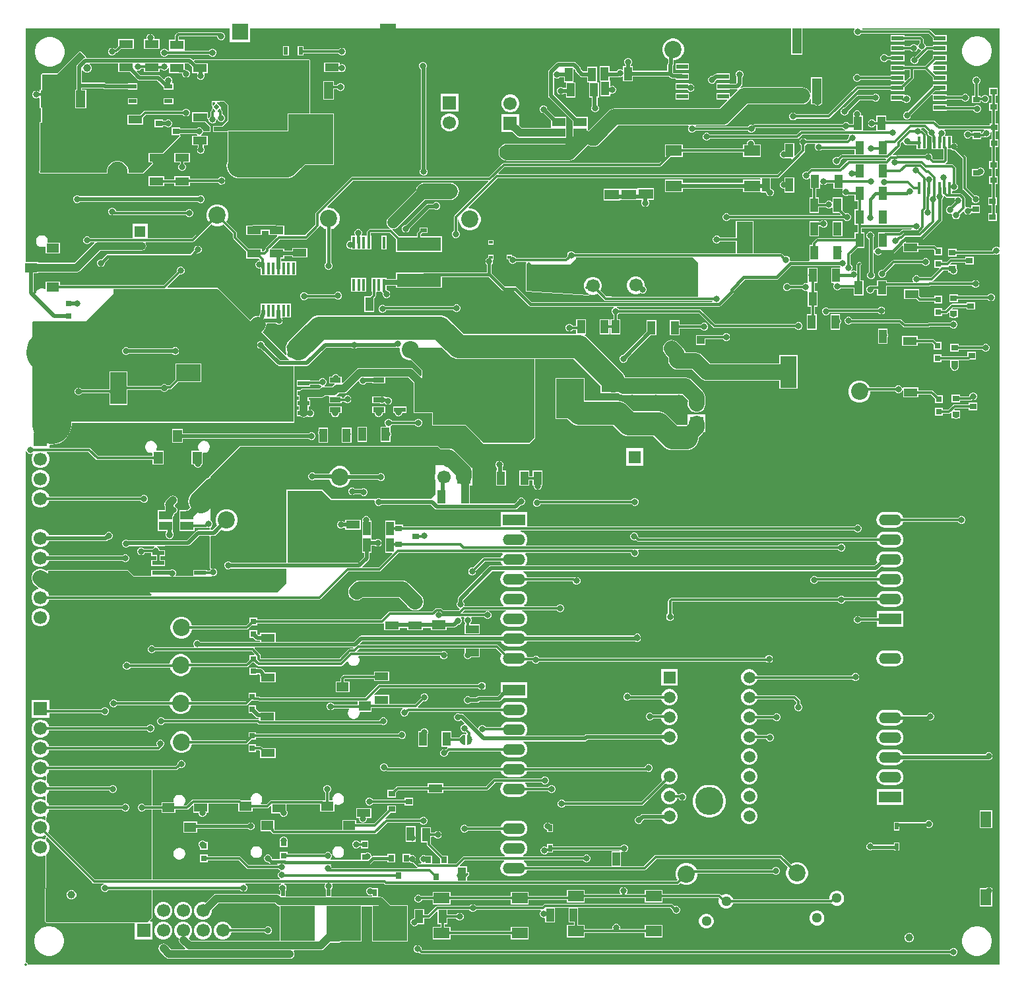
<source format=gtl>
G04*
G04 #@! TF.GenerationSoftware,Altium Limited,Altium Designer,22.2.1 (43)*
G04*
G04 Layer_Physical_Order=1*
G04 Layer_Color=255*
%FSLAX25Y25*%
%MOIN*%
G70*
G04*
G04 #@! TF.SameCoordinates,5D24457F-3748-4EF7-84A7-D0A6444830B3*
G04*
G04*
G04 #@! TF.FilePolarity,Positive*
G04*
G01*
G75*
%ADD11C,0.01181*%
%ADD12C,0.00787*%
%ADD14C,0.01968*%
%ADD18R,0.06299X0.04724*%
%ADD19R,0.04724X0.06299*%
%ADD20R,0.08268X0.05512*%
%ADD21R,0.03543X0.03150*%
%ADD22R,0.03937X0.02362*%
%ADD23R,0.01772X0.05906*%
%ADD24R,0.01772X0.06299*%
%ADD25R,0.12598X0.11221*%
%ADD26R,0.01772X0.06102*%
%ADD27R,0.16142X0.10827*%
%ADD28R,0.05906X0.02362*%
%ADD29R,0.06102X0.02362*%
%ADD30R,0.06299X0.02362*%
%ADD31R,0.05787X0.02559*%
%ADD32R,0.03937X0.07598*%
%ADD33R,0.01968X0.03347*%
%ADD34R,0.06890X0.04331*%
%ADD35R,0.04134X0.07087*%
%ADD36R,0.03937X0.03937*%
%ADD37R,0.04685X0.12992*%
%ADD38R,0.03150X0.03150*%
%ADD39R,0.22047X0.06496*%
%ADD40R,0.22441X0.07087*%
%ADD41R,0.13976X0.20079*%
%ADD43R,0.01968X0.01575*%
%ADD44R,0.01968X0.05118*%
%ADD45R,0.01968X0.02953*%
%ADD46R,0.08661X0.12402*%
%ADD47R,0.07480X0.05118*%
%ADD48R,0.08268X0.16142*%
%ADD49R,0.07087X0.04724*%
%ADD50R,0.02362X0.03937*%
%ADD51R,0.12402X0.08661*%
%ADD52R,0.03347X0.01968*%
%ADD53R,0.03150X0.03543*%
%ADD54R,0.07087X0.04134*%
%ADD55R,0.05512X0.08268*%
%ADD56R,0.22835X0.25197*%
%ADD57R,0.04724X0.08661*%
%ADD59R,0.05512X0.02362*%
%ADD60R,0.01968X0.03642*%
%ADD62C,0.05906*%
%ADD63C,0.05079*%
%ADD64R,0.05079X0.05079*%
%ADD65C,0.14173*%
%ADD66R,0.05906X0.05906*%
%ADD67C,0.08661*%
%ADD68C,0.08268*%
%ADD69R,0.08268X0.08268*%
%ADD70C,0.06693*%
%ADD71R,0.06693X0.06693*%
%ADD72R,0.06457X0.06457*%
%ADD73C,0.06457*%
%ADD74R,0.05512X0.05512*%
%ADD75C,0.05512*%
%ADD76R,0.11201X0.05598*%
%ADD77O,0.11201X0.05598*%
%ADD78R,0.06693X0.06693*%
%ADD79R,0.01221X0.00906*%
%ADD80P,0.03229X4X360.0*%
%ADD81R,0.02284X0.02787*%
%ADD82R,0.02362X0.03150*%
%ADD83C,0.03937*%
%ADD84C,0.03937*%
%ADD85C,0.01575*%
%ADD86C,0.02756*%
%ADD87C,0.07874*%
%ADD88C,0.11811*%
%ADD89C,0.05906*%
%ADD90C,0.19685*%
%ADD91C,0.15748*%
%ADD92C,0.03150*%
G36*
X102956Y472830D02*
Y465940D01*
X113586D01*
Y472830D01*
X386873Y472830D01*
Y459641D01*
X392345D01*
Y472830D01*
X418613Y472830D01*
X418790Y472330D01*
X418507Y471646D01*
Y470863D01*
X418807Y470140D01*
X419360Y469586D01*
X420084Y469286D01*
X420867D01*
X421590Y469586D01*
X422144Y470140D01*
X422190Y470251D01*
X456064D01*
X458271Y468044D01*
Y466314D01*
X465357D01*
Y469463D01*
X459690D01*
X457189Y471964D01*
X456863Y472182D01*
X456479Y472258D01*
X422666D01*
X422616Y472330D01*
X422875Y472830D01*
X492129Y472830D01*
X492129Y362487D01*
X491629Y362310D01*
X490946Y362593D01*
X490163D01*
X489439Y362294D01*
X488885Y361740D01*
X488586Y361017D01*
Y360608D01*
X488425Y360447D01*
X470279D01*
Y361412D01*
X465948D01*
Y357475D01*
X470279D01*
Y358440D01*
X488840D01*
X489224Y358517D01*
X489550Y358734D01*
X489674Y358859D01*
X490163Y358656D01*
X490946D01*
X491629Y358939D01*
X492129Y358763D01*
X492129Y-5D01*
X1013Y-5D01*
X1006Y3D01*
X930Y387D01*
X713Y713D01*
X387Y930D01*
X3Y1006D01*
Y259038D01*
X503Y259138D01*
X679Y258713D01*
X1233Y258159D01*
X1956Y257859D01*
X2739D01*
X3309Y258095D01*
X3659Y257702D01*
X3264Y257018D01*
X2956Y255867D01*
Y254675D01*
X3264Y253523D01*
X3860Y252491D01*
X4703Y251648D01*
X5736Y251052D01*
X6887Y250743D01*
X8079D01*
X9231Y251052D01*
X10263Y251648D01*
X11106Y252491D01*
X11702Y253523D01*
X12011Y254675D01*
Y255867D01*
X11702Y257018D01*
X11106Y258051D01*
X10665Y258491D01*
X10872Y258992D01*
X31746D01*
X35546Y255191D01*
X35872Y254973D01*
X36256Y254897D01*
X64176D01*
Y252357D01*
X69688D01*
Y259444D01*
X66239D01*
X65951Y259944D01*
X66140Y260273D01*
X66342Y261024D01*
Y261801D01*
X66140Y262552D01*
X65751Y263225D01*
X65202Y263775D01*
X64529Y264164D01*
X63778Y264365D01*
X63000D01*
X62249Y264164D01*
X61576Y263775D01*
X61026Y263225D01*
X60637Y262552D01*
X60436Y261801D01*
Y261024D01*
X60637Y260273D01*
X61026Y259599D01*
X61576Y259050D01*
X62249Y258661D01*
X63000Y258460D01*
X63778D01*
X63779Y258460D01*
X64176Y258156D01*
Y256904D01*
X36672D01*
X32871Y260705D01*
X32546Y260922D01*
X32161Y260999D01*
X12011D01*
Y262269D01*
X12381Y262604D01*
X12995Y262544D01*
X15002Y262741D01*
X16931Y263327D01*
X18710Y264277D01*
X20268Y265557D01*
X21547Y267115D01*
X22498Y268893D01*
X23083Y270823D01*
X23281Y272830D01*
Y273590D01*
X135433D01*
X135734Y273714D01*
X135859Y274016D01*
Y302335D01*
X142189D01*
X142727Y302442D01*
X143182Y302747D01*
X152023Y311587D01*
X164763D01*
X165027Y311323D01*
X165750Y311024D01*
X166533D01*
X167257Y311323D01*
X167521Y311587D01*
X186736D01*
X187024Y311645D01*
X187573Y311417D01*
X188356D01*
X188538Y311493D01*
X188979Y311134D01*
Y309899D01*
X189355Y308497D01*
X190081Y307241D01*
X191107Y306214D01*
X192364Y305489D01*
X193765Y305113D01*
X195072D01*
X199957Y300228D01*
Y297464D01*
X199457Y297256D01*
X196196Y300517D01*
X195415Y301039D01*
X194493Y301222D01*
X168845D01*
X167923Y301039D01*
X167142Y300517D01*
X160365Y293741D01*
X159865Y293948D01*
Y296826D01*
X158509D01*
X158365Y297173D01*
X157811Y297727D01*
X157087Y298026D01*
X156304D01*
X155581Y297727D01*
X155027Y297173D01*
X154883Y296826D01*
X153290D01*
Y293479D01*
X156063D01*
X156214Y292979D01*
X155564Y292545D01*
X154891Y291872D01*
X151100D01*
X151000Y292372D01*
X151118Y292421D01*
X151672Y292974D01*
X151971Y293698D01*
Y294481D01*
X151672Y295205D01*
X151118Y295758D01*
X150394Y296058D01*
X149611D01*
X148888Y295758D01*
X148334Y295205D01*
X148182Y294837D01*
X143901D01*
Y295152D01*
X137208D01*
Y292003D01*
X143901D01*
Y292830D01*
X148478D01*
X148888Y292421D01*
X149409Y292205D01*
X149380Y291749D01*
X149366Y291682D01*
X148595Y291166D01*
X148415Y290986D01*
X140554D01*
X139632Y290803D01*
X138851Y290281D01*
X138765Y290153D01*
X137208D01*
Y287003D01*
X138146D01*
Y285153D01*
X137208D01*
Y282003D01*
X138146D01*
Y280153D01*
X137208D01*
Y277003D01*
X138765D01*
X138851Y276875D01*
X139632Y276353D01*
X140554Y276169D01*
X141476Y276353D01*
X142257Y276875D01*
X142375Y276886D01*
X142589Y276673D01*
X143312Y276373D01*
X144095D01*
X144819Y276673D01*
X145373Y277226D01*
X145672Y277950D01*
Y278733D01*
X145373Y279456D01*
X144819Y280010D01*
X144095Y280310D01*
X143312D01*
X142963Y280543D01*
Y282003D01*
X143901D01*
Y285153D01*
X142963D01*
Y286169D01*
X149412D01*
X150334Y286352D01*
X151116Y286875D01*
X151296Y287055D01*
X152885D01*
X153290Y286826D01*
X153290Y286555D01*
Y283479D01*
X159865D01*
Y284287D01*
X160959D01*
X161486Y283759D01*
X162210Y283460D01*
X162993D01*
X163716Y283759D01*
X164270Y284313D01*
X164570Y285036D01*
Y285820D01*
X164270Y286543D01*
X163716Y287097D01*
X162993Y287397D01*
X162210D01*
X161486Y287097D01*
X160933Y286543D01*
X160829Y286294D01*
X159865D01*
Y286826D01*
X157093D01*
X156941Y287326D01*
X157592Y287760D01*
X158264Y288433D01*
X160872D01*
X161794Y288616D01*
X162575Y289138D01*
X168045Y294608D01*
X168543Y294399D01*
X168807Y293762D01*
X169360Y293208D01*
X170084Y292908D01*
X170867D01*
X171590Y293208D01*
X172130Y293747D01*
X175062D01*
Y293479D01*
X181637D01*
Y296405D01*
X193496D01*
X196053Y293848D01*
Y278971D01*
X196178Y278670D01*
X196479Y278545D01*
X205479D01*
Y272441D01*
X205604Y272140D01*
X205906Y272015D01*
X222264D01*
X229620Y264659D01*
X229620Y264659D01*
X231195Y263085D01*
X231496Y262960D01*
X254331D01*
X254632Y263085D01*
X257388Y265840D01*
X257513Y266142D01*
Y305870D01*
X276714D01*
X290551Y292033D01*
Y288386D01*
X296541D01*
X296850Y288355D01*
X297160Y288386D01*
X299601D01*
X299784Y288245D01*
X300838Y287808D01*
X301969Y287660D01*
X331714D01*
X334608Y284766D01*
Y284420D01*
X334449Y283824D01*
Y282632D01*
X334757Y281481D01*
X335353Y280448D01*
X336196Y279605D01*
X337229Y279009D01*
X338380Y278701D01*
X339572D01*
X340724Y279009D01*
X341756Y279605D01*
X342599Y280448D01*
X343195Y281481D01*
X343504Y282632D01*
Y283824D01*
X343344Y284420D01*
Y286575D01*
X343196Y287705D01*
X342759Y288759D01*
X342065Y289664D01*
X336612Y295116D01*
X335708Y295810D01*
X334654Y296247D01*
X333524Y296396D01*
X302914D01*
X302698Y297107D01*
X302113Y298202D01*
X301326Y299161D01*
X283811Y316675D01*
X282852Y317463D01*
X282586Y317605D01*
X282711Y318105D01*
X283172D01*
Y325979D01*
X278251D01*
Y322652D01*
X276521D01*
X276475Y322764D01*
X275921Y323317D01*
X275198Y323617D01*
X274414D01*
X273691Y323317D01*
X273137Y322764D01*
X272838Y322040D01*
Y321257D01*
X273137Y320533D01*
X273691Y319980D01*
X274414Y319680D01*
X275198D01*
X275921Y319980D01*
X276475Y320533D01*
X276521Y320645D01*
X278251D01*
Y318529D01*
X221224D01*
X213629Y326124D01*
X212670Y326911D01*
X211576Y327496D01*
X210388Y327857D01*
X209154Y327978D01*
X148420D01*
X147185Y327857D01*
X145998Y327496D01*
X144904Y326911D01*
X143944Y326124D01*
X133319Y315499D01*
X132532Y314540D01*
X131947Y313446D01*
X131773Y312872D01*
X131496Y312203D01*
Y311420D01*
X131503Y311403D01*
X131466Y311024D01*
X131587Y309789D01*
X131913Y308715D01*
X131890Y308659D01*
Y308003D01*
X131517Y307780D01*
X131428Y307757D01*
X119729Y319457D01*
X120412Y320140D01*
X121106Y321044D01*
X121542Y322098D01*
X121691Y323228D01*
X121666Y323416D01*
X121996Y323792D01*
X126574D01*
X126838Y323528D01*
X127561Y323228D01*
X128344D01*
X129068Y323528D01*
X129622Y324082D01*
X129921Y324805D01*
Y325588D01*
X129622Y326312D01*
X129568Y326365D01*
X129776Y326865D01*
X131597Y326865D01*
X132097Y326865D01*
X134157D01*
Y333755D01*
X131597Y333755D01*
X131097Y333755D01*
X129038D01*
Y333755D01*
X129038Y333755D01*
X128538Y333755D01*
X126979D01*
X126479Y333755D01*
Y333755D01*
X126479D01*
Y333755D01*
X124420D01*
X123920Y333755D01*
Y333755D01*
X123920D01*
Y333755D01*
X121361D01*
Y333755D01*
X121361Y333755D01*
X120861Y333755D01*
X118802D01*
Y330875D01*
X118784Y330848D01*
X118677Y330310D01*
Y329064D01*
X118587Y328974D01*
X118282Y328518D01*
X118175Y327981D01*
Y327863D01*
X117800Y327534D01*
X117323Y327596D01*
X116192Y327448D01*
X115139Y327011D01*
X114234Y326317D01*
X113551Y325634D01*
X97545Y341640D01*
X97244Y341765D01*
X71798D01*
X71607Y342227D01*
X77846Y348466D01*
X77958Y348420D01*
X78741D01*
X79465Y348720D01*
X80018Y349274D01*
X80318Y349997D01*
Y350780D01*
X80018Y351504D01*
X79465Y352058D01*
X78741Y352357D01*
X77958D01*
X77234Y352058D01*
X76681Y351504D01*
X76381Y350780D01*
Y349997D01*
X76427Y349886D01*
X69666Y343125D01*
X17326D01*
Y344877D01*
X10239D01*
Y341428D01*
X9739Y341139D01*
X9410Y341329D01*
X8659Y341530D01*
X7882D01*
X7131Y341329D01*
X6458Y340940D01*
X5908Y340391D01*
X5519Y339717D01*
X5370Y339161D01*
X4851Y338973D01*
X4164Y339660D01*
Y349208D01*
X6302D01*
Y349555D01*
X25790D01*
X26712Y349738D01*
X27493Y350260D01*
X37812Y360579D01*
X58664D01*
X58922Y360630D01*
X59053D01*
X59174Y360680D01*
X59586Y360762D01*
X60367Y361284D01*
X60890Y362065D01*
X61073Y362987D01*
X60890Y363909D01*
X60537Y364436D01*
X60804Y364936D01*
X84452D01*
X84836Y365013D01*
X85161Y365230D01*
X93718Y373787D01*
X94726Y373205D01*
X96128Y372830D01*
X97579D01*
X98981Y373205D01*
X99989Y373787D01*
X104847Y368929D01*
Y367080D01*
X104923Y366696D01*
X105141Y366371D01*
X111420Y360091D01*
Y356590D01*
X117875D01*
X118458Y356007D01*
X118251Y355507D01*
X117722D01*
X116998Y355207D01*
X116444Y354653D01*
X116145Y353930D01*
Y353147D01*
X116444Y352423D01*
X116998Y351870D01*
X117722Y351570D01*
X118505D01*
X118802Y351371D01*
Y348125D01*
X121361Y348125D01*
X121861Y348125D01*
X123920Y348125D01*
X124420Y348125D01*
X126479D01*
Y348125D01*
X126479Y348125D01*
X126979Y348125D01*
X128538D01*
X129038Y348125D01*
Y348125D01*
X129038D01*
X129038Y348125D01*
X131597Y348125D01*
X132097Y348125D01*
X134157Y348125D01*
X134657Y348125D01*
X136715D01*
Y355015D01*
X134157Y355015D01*
X133657Y355015D01*
X131597Y355015D01*
X131097Y355015D01*
X129164D01*
Y356590D01*
X130712D01*
Y357862D01*
X134649D01*
Y357023D01*
X142523D01*
Y361944D01*
X134649D01*
Y360672D01*
X130712D01*
Y361511D01*
X124305D01*
X124114Y361973D01*
X128475Y366334D01*
X141631D01*
X142015Y366410D01*
X142341Y366628D01*
X148153Y372441D01*
X148371Y372766D01*
X148417Y373000D01*
X148791Y373169D01*
X148947Y373177D01*
X149768Y372356D01*
X151025Y371631D01*
X151897Y371397D01*
Y354540D01*
X151380Y354024D01*
X151081Y353300D01*
Y352517D01*
X151380Y351794D01*
X151934Y351240D01*
X152658Y350940D01*
X153441D01*
X154164Y351240D01*
X154718Y351794D01*
X155018Y352517D01*
Y353300D01*
X154718Y354024D01*
X154305Y354437D01*
Y371369D01*
X155280Y371631D01*
X156537Y372356D01*
X157563Y373382D01*
X158289Y374639D01*
X158664Y376041D01*
Y377492D01*
X158289Y378894D01*
X157563Y380151D01*
X156537Y381177D01*
X155280Y381903D01*
X153878Y382278D01*
X152717D01*
X152510Y382779D01*
X165542Y395810D01*
X233704D01*
X233895Y395348D01*
X216616Y378069D01*
X216399Y377744D01*
X216322Y377360D01*
Y370608D01*
X216211Y370562D01*
X215657Y370008D01*
X215357Y369284D01*
Y368501D01*
X215657Y367778D01*
X216211Y367224D01*
X216934Y366924D01*
X217717D01*
X218441Y367224D01*
X218995Y367778D01*
X219294Y368501D01*
Y369284D01*
X218995Y370008D01*
X218441Y370562D01*
X218329Y370608D01*
Y376503D01*
X218401Y376551D01*
X218901Y376284D01*
Y375647D01*
X219276Y374246D01*
X220002Y372989D01*
X221028Y371962D01*
X222285Y371237D01*
X223687Y370861D01*
X225138D01*
X226540Y371237D01*
X227797Y371962D01*
X228823Y372989D01*
X229549Y374246D01*
X229924Y375647D01*
Y377099D01*
X229549Y378500D01*
X228823Y379757D01*
X227797Y380784D01*
X226540Y381509D01*
X225138Y381885D01*
X223977D01*
X223770Y382385D01*
X238605Y397220D01*
X371210D01*
X371375Y396952D01*
X371100Y396452D01*
X362404D01*
Y394707D01*
X332090D01*
Y396452D01*
X323034D01*
Y390153D01*
X332090D01*
Y391897D01*
X362404D01*
Y390153D01*
X371460D01*
X371558Y389759D01*
X373989D01*
Y389592D01*
X374289Y388869D01*
X374843Y388315D01*
X375566Y388016D01*
X376349D01*
X377073Y388315D01*
X377627Y388869D01*
X377926Y389592D01*
Y390376D01*
X377627Y391099D01*
X377073Y391653D01*
X376479Y391899D01*
Y397220D01*
X380037D01*
X380421Y397296D01*
X380746Y397514D01*
X393626Y410393D01*
X393844Y410719D01*
X393920Y411103D01*
Y413634D01*
X394031Y413681D01*
X394585Y414234D01*
X394713Y414543D01*
X398909D01*
X399097Y414043D01*
X398822Y413379D01*
Y412596D01*
X399121Y411872D01*
X399675Y411318D01*
X400399Y411019D01*
X401182D01*
X401905Y411318D01*
X402177Y411590D01*
X418802D01*
Y409069D01*
X412413D01*
X412029Y408993D01*
X411703Y408776D01*
X410633Y407705D01*
X410237Y407869D01*
X409454D01*
X408730Y407569D01*
X408177Y407016D01*
X407877Y406292D01*
Y405509D01*
X408177Y404785D01*
X408730Y404232D01*
X409454Y403932D01*
X410237D01*
X410960Y404232D01*
X411514Y404785D01*
X411814Y405509D01*
Y406048D01*
X412828Y407062D01*
X434519D01*
X434734Y406577D01*
X434524Y406314D01*
X415948D01*
X415564Y406237D01*
X415238Y406019D01*
X411398Y402180D01*
X397050D01*
X396666Y402103D01*
X396341Y401886D01*
X394994Y400539D01*
X394883Y400586D01*
X394100D01*
X393376Y400286D01*
X392822Y399732D01*
X392523Y399009D01*
Y398225D01*
X392822Y397502D01*
X393376Y396948D01*
X394100Y396649D01*
X394883D01*
X395606Y396948D01*
X395861Y397203D01*
X396361Y396996D01*
Y391727D01*
X397425D01*
Y387397D01*
X395968D01*
Y379523D01*
X400889D01*
Y382456D01*
X404522D01*
X404793Y382184D01*
X405517Y381885D01*
X406300D01*
X407023Y382184D01*
X407278Y382439D01*
X407779Y382232D01*
Y379523D01*
X411281D01*
X411784Y379019D01*
X411592Y378558D01*
X355838D01*
X355791Y378669D01*
X355238Y379223D01*
X354514Y379522D01*
X353731D01*
X353008Y379223D01*
X352454Y378669D01*
X352154Y377946D01*
Y377163D01*
X352454Y376439D01*
X353008Y375885D01*
X353731Y375586D01*
X354514D01*
X355238Y375885D01*
X355791Y376439D01*
X355838Y376551D01*
X413248D01*
X413295Y376439D01*
X413848Y375885D01*
X414572Y375586D01*
X415355D01*
X416079Y375885D01*
X416632Y376439D01*
X416932Y377163D01*
Y377946D01*
X416632Y378669D01*
X416079Y379223D01*
X415355Y379522D01*
X414572D01*
X414252Y379390D01*
X412700Y380942D01*
Y387397D01*
X407779D01*
Y385474D01*
X407278Y385267D01*
X407023Y385522D01*
X406300Y385822D01*
X405517D01*
X404793Y385522D01*
X404240Y384968D01*
X404030Y384463D01*
X400889D01*
Y387397D01*
X399432D01*
Y391727D01*
X401283D01*
Y394043D01*
X401783Y394250D01*
X402037Y393995D01*
X402761Y393696D01*
X403544D01*
X404268Y393995D01*
X404821Y394549D01*
X404868Y394661D01*
X408172D01*
Y391727D01*
X412654D01*
X412811Y391435D01*
X412884Y391227D01*
X412601Y390544D01*
Y389761D01*
X412901Y389037D01*
X413455Y388484D01*
X414178Y388184D01*
X414961D01*
X415552Y388429D01*
X415890Y388362D01*
X418802D01*
Y385428D01*
X420259D01*
Y381491D01*
X418802D01*
Y373617D01*
X420557D01*
Y369680D01*
X418802D01*
Y366747D01*
X400003D01*
X399619Y366670D01*
X399293Y366453D01*
X397719Y364878D01*
X397501Y364552D01*
X397425Y364168D01*
Y363381D01*
X395968D01*
Y355507D01*
X395588Y355216D01*
X386643D01*
X386240Y355498D01*
X386223Y355695D01*
Y356292D01*
X385924Y357016D01*
X385370Y357569D01*
X384647Y357869D01*
X383863D01*
X383468Y357705D01*
X382397Y358775D01*
X382072Y358993D01*
X381688Y359069D01*
X367916D01*
Y375586D01*
X358861D01*
Y367140D01*
X350931D01*
X350884Y367252D01*
X350331Y367806D01*
X349607Y368105D01*
X348824D01*
X348100Y367806D01*
X347547Y367252D01*
X347247Y366528D01*
Y365745D01*
X347547Y365022D01*
X348100Y364468D01*
X348824Y364168D01*
X349607D01*
X350331Y364468D01*
X350884Y365022D01*
X350931Y365133D01*
X358861D01*
Y359069D01*
X277389D01*
X277259Y359383D01*
X276706Y359936D01*
X275982Y360236D01*
X275199D01*
X274476Y359936D01*
X273922Y359383D01*
X273622Y358659D01*
Y357876D01*
X273668Y357765D01*
X272808Y356904D01*
X247781D01*
X247735Y357016D01*
X247181Y357569D01*
X246458Y357869D01*
X245869D01*
Y358460D01*
X243113D01*
Y356097D01*
X244097D01*
Y355509D01*
X244397Y354785D01*
X244951Y354232D01*
X245674Y353932D01*
X246458D01*
X247181Y354232D01*
X247735Y354785D01*
X247781Y354897D01*
X252854D01*
X253045Y354435D01*
X252848Y354238D01*
X252724Y353937D01*
Y340172D01*
X252781Y340033D01*
X252830Y339890D01*
X252843Y339884D01*
X252848Y339871D01*
X252987Y339813D01*
X253123Y339746D01*
X284462Y337752D01*
X284573Y337790D01*
X284690Y337802D01*
X284723Y337841D01*
X284771Y337858D01*
X284823Y337963D01*
X284897Y338054D01*
X285030Y338493D01*
X286018Y338228D01*
X287210D01*
X288362Y338537D01*
X289029Y338922D01*
X292445Y335506D01*
X292771Y335288D01*
X293155Y335212D01*
X347004D01*
X347037Y335164D01*
X346774Y334664D01*
X255704D01*
X248183Y342185D01*
X247792Y342446D01*
X247331Y342538D01*
X247331Y342538D01*
X242234D01*
X235459Y349313D01*
Y353529D01*
X235924Y353993D01*
X236223Y354717D01*
Y355500D01*
X236146Y355687D01*
X236420Y356097D01*
X236420D01*
Y358460D01*
X233664D01*
Y356995D01*
X233140Y356777D01*
X232586Y356224D01*
X232286Y355500D01*
Y354717D01*
X232586Y353993D01*
X233051Y353529D01*
Y349624D01*
X201578D01*
X201461Y349601D01*
X187208D01*
Y346289D01*
X182385D01*
Y346845D01*
X180326D01*
X179826Y346845D01*
Y346845D01*
X179826D01*
X179826Y346845D01*
X177267Y346845D01*
X176767Y346845D01*
X174708D01*
Y339759D01*
X174984D01*
Y338206D01*
X174174Y337397D01*
X171164D01*
Y329523D01*
X176086D01*
Y336470D01*
X176697Y337081D01*
X176914Y337406D01*
X176991Y337790D01*
Y339373D01*
X177267Y339759D01*
X177767Y339759D01*
X179826D01*
X180202Y339460D01*
X180352Y339235D01*
X180402Y339185D01*
X180315Y338974D01*
Y338191D01*
X180615Y337468D01*
X181168Y336914D01*
X181892Y336614D01*
X182675D01*
X183398Y336914D01*
X183952Y337468D01*
X184252Y338191D01*
Y338974D01*
X183952Y339698D01*
X183398Y340251D01*
X182675Y340551D01*
X182442D01*
X182385Y340608D01*
Y342677D01*
X187208D01*
Y341727D01*
X210436D01*
Y347216D01*
X233861D01*
X233861Y347216D01*
X234102Y347264D01*
X240884Y340482D01*
X241274Y340221D01*
X241735Y340129D01*
X241735Y340129D01*
X246832D01*
X254353Y332608D01*
X254744Y332347D01*
X255205Y332255D01*
X255205Y332255D01*
X297231D01*
X297330Y331755D01*
X296919Y331585D01*
X296366Y331031D01*
X296066Y330308D01*
Y329525D01*
X296366Y328801D01*
X296919Y328247D01*
X297031Y328201D01*
Y325979D01*
X295574D01*
Y323046D01*
X294983D01*
Y325979D01*
X290062D01*
Y318105D01*
X294983D01*
Y321039D01*
X295574D01*
Y318105D01*
X300495D01*
Y325979D01*
X299038D01*
Y328201D01*
X299149Y328247D01*
X299703Y328801D01*
X299749Y328913D01*
X340139D01*
X347325Y321726D01*
X347650Y321509D01*
X348034Y321432D01*
X388839D01*
X388885Y321321D01*
X389439Y320767D01*
X390163Y320467D01*
X390946D01*
X391669Y320767D01*
X392223Y321321D01*
X392523Y322044D01*
Y322828D01*
X392223Y323551D01*
X391669Y324105D01*
X390946Y324404D01*
X390163D01*
X389439Y324105D01*
X388885Y323551D01*
X388839Y323440D01*
X348450D01*
X341264Y330626D01*
X340938Y330843D01*
X340554Y330920D01*
X299749D01*
X299703Y331031D01*
X299149Y331585D01*
X298738Y331755D01*
X298838Y332255D01*
X350357D01*
X350357Y332255D01*
X350818Y332347D01*
X351209Y332608D01*
X357475Y338874D01*
X357736Y339265D01*
X357827Y339726D01*
X357827Y339726D01*
Y340267D01*
X363388Y345828D01*
X379283D01*
X379284Y345827D01*
X379744Y345919D01*
X380135Y346180D01*
X386762Y352807D01*
X411280D01*
X411623Y352464D01*
X411452Y351963D01*
X406991D01*
Y344090D01*
X408241D01*
X408418Y343589D01*
X408135Y342906D01*
Y342123D01*
X408435Y341400D01*
X408988Y340846D01*
X409712Y340546D01*
X410495D01*
X411219Y340846D01*
X411772Y341400D01*
X411819Y341511D01*
X418408D01*
Y337790D01*
X423330D01*
Y345664D01*
X421873D01*
Y353123D01*
X421972Y353222D01*
X422190Y353548D01*
X422266Y353932D01*
X422190Y354316D01*
X421972Y354642D01*
X421647Y354859D01*
X421263Y354936D01*
X420879Y354859D01*
X420553Y354642D01*
X420159Y354248D01*
X419942Y353922D01*
X419866Y353538D01*
Y350302D01*
X419366Y350114D01*
X418702Y350389D01*
X417918D01*
X417489Y350211D01*
X417206Y350635D01*
X417420Y350848D01*
X417720Y351572D01*
Y352355D01*
X417420Y353079D01*
X416866Y353632D01*
X416754Y353678D01*
Y358339D01*
X420221Y361806D01*
X423723D01*
Y369680D01*
X422565D01*
Y371826D01*
X447795D01*
X447831Y371774D01*
X447569Y371274D01*
X443305D01*
X442921Y371198D01*
X442595Y370980D01*
X441314Y369699D01*
X434550D01*
X434453Y369680D01*
X430613D01*
Y362200D01*
X430320D01*
X429597Y361900D01*
X429043Y361346D01*
X428872Y360935D01*
X428372Y361035D01*
Y366919D01*
X428443Y366990D01*
X428743Y367714D01*
Y368497D01*
X428443Y369220D01*
X427890Y369774D01*
X427166Y370074D01*
X426383D01*
X425660Y369774D01*
X425106Y369220D01*
X424806Y368497D01*
Y367714D01*
X425106Y366990D01*
X425660Y366436D01*
X425964Y366310D01*
Y349606D01*
X425499Y349142D01*
X425200Y348418D01*
Y347635D01*
X425499Y346911D01*
X426053Y346358D01*
X426777Y346058D01*
X427560D01*
X428283Y346358D01*
X428837Y346911D01*
X429137Y347635D01*
Y348418D01*
X428837Y349142D01*
X428372Y349606D01*
Y359428D01*
X428872Y359527D01*
X429043Y359116D01*
X429597Y358562D01*
X430320Y358263D01*
X431103D01*
X431827Y358562D01*
X432291Y359027D01*
X438152D01*
X438152Y359027D01*
X438613Y359119D01*
X439004Y359380D01*
X442810Y363186D01*
X443310Y362979D01*
Y359739D01*
X451184D01*
Y361196D01*
X458642D01*
X459058Y360781D01*
Y358263D01*
X462995D01*
Y362200D01*
X460477D01*
X459768Y362909D01*
X459442Y363127D01*
X459058Y363203D01*
X451184D01*
Y364660D01*
X444783D01*
X444592Y365122D01*
X445190Y365720D01*
X452449D01*
X452449Y365720D01*
X452910Y365811D01*
X453301Y366073D01*
X462713Y375485D01*
X462974Y375875D01*
X463065Y376336D01*
X463065Y376336D01*
Y386211D01*
X463530Y386675D01*
X463830Y387399D01*
Y387914D01*
X464330Y388121D01*
X464817Y387633D01*
X465143Y387416D01*
X465527Y387339D01*
X469343D01*
X469531Y386839D01*
X469256Y386175D01*
Y385392D01*
X469369Y385120D01*
X467301Y383051D01*
X466588D01*
X465864Y382752D01*
X465310Y382198D01*
X465011Y381474D01*
Y380691D01*
X465310Y379968D01*
X465864Y379414D01*
X466588Y379114D01*
X467371D01*
X467804Y379294D01*
X468187Y378911D01*
X468113Y378733D01*
Y377950D01*
X468413Y377226D01*
X468967Y376673D01*
X469690Y376373D01*
X470473D01*
X471197Y376673D01*
X471750Y377226D01*
X472050Y377950D01*
Y378733D01*
X472004Y378844D01*
X473595Y380435D01*
X474081Y380215D01*
X474356Y379551D01*
X474910Y378997D01*
X475633Y378697D01*
X476417D01*
X477140Y378997D01*
X477378Y379235D01*
X477759Y379522D01*
X482090D01*
Y383459D01*
X477759D01*
Y382423D01*
X477259Y382216D01*
X477140Y382335D01*
X476417Y382634D01*
X475633D01*
X475287Y382491D01*
X474788Y382825D01*
Y386844D01*
X474711Y387228D01*
X474494Y387554D01*
X472995Y389053D01*
X472669Y389270D01*
X472285Y389347D01*
X468062D01*
Y390540D01*
X468478Y390818D01*
X468659Y390743D01*
X469442D01*
X470165Y391043D01*
X470719Y391597D01*
X471019Y392320D01*
Y393103D01*
X470719Y393827D01*
X470165Y394380D01*
X470054Y394426D01*
Y402208D01*
X469977Y402592D01*
X469760Y402917D01*
X468823Y403854D01*
X468497Y404072D01*
X468113Y404148D01*
X464783D01*
X464775Y404168D01*
X464700Y404648D01*
X464930Y404802D01*
X465622Y405494D01*
X465839Y405820D01*
X465916Y406204D01*
Y411806D01*
X467377D01*
X467833Y411350D01*
X468556Y411051D01*
X469339D01*
X469451Y411097D01*
X473490Y407058D01*
Y392040D01*
X473567Y391656D01*
X473784Y391330D01*
X478002Y387112D01*
X477956Y387001D01*
Y386218D01*
X478255Y385494D01*
X478809Y384940D01*
X479533Y384641D01*
X480316D01*
X481039Y384940D01*
X481593Y385494D01*
X481893Y386218D01*
Y387001D01*
X481593Y387724D01*
X481039Y388278D01*
X480316Y388578D01*
X479533D01*
X479421Y388531D01*
X475497Y392455D01*
Y407473D01*
X475421Y407857D01*
X475203Y408183D01*
X470870Y412516D01*
X470916Y412628D01*
Y413411D01*
X470617Y414134D01*
X470063Y414688D01*
X469339Y414988D01*
X468556D01*
X468478Y414955D01*
X468062Y415233D01*
Y418499D01*
X465503D01*
Y418499D01*
X465503Y418499D01*
X464641Y418499D01*
X464393Y418999D01*
X464626Y419561D01*
Y420344D01*
X464326Y421067D01*
X464067Y421326D01*
X464274Y421826D01*
X484167D01*
X484291Y421442D01*
X484298Y421326D01*
X483767Y420795D01*
X483467Y420072D01*
Y419896D01*
X482877D01*
Y420861D01*
X478546D01*
Y420093D01*
X477784D01*
X477656Y420401D01*
X477102Y420955D01*
X476379Y421255D01*
X475596D01*
X474872Y420955D01*
X474318Y420401D01*
X474019Y419678D01*
Y418895D01*
X474318Y418171D01*
X474872Y417618D01*
X475596Y417318D01*
X476379D01*
X477102Y417618D01*
X477571Y418086D01*
X478546D01*
Y416924D01*
X482877D01*
Y417889D01*
X484116D01*
X484454Y417956D01*
X485044Y417711D01*
X485828D01*
X486551Y418011D01*
X487105Y418565D01*
X487404Y419288D01*
Y420072D01*
X487369Y420157D01*
X487728Y420571D01*
X487976Y420496D01*
Y416924D01*
X487208D01*
Y412987D01*
X487976D01*
Y405900D01*
X486814D01*
Y401964D01*
X487976D01*
Y398026D01*
X486814D01*
Y394090D01*
X487976D01*
Y387397D01*
X486420D01*
Y383459D01*
X487976D01*
Y379522D01*
X486420D01*
Y375586D01*
X490751D01*
Y379522D01*
X489983D01*
Y383459D01*
X490751D01*
Y387397D01*
X489983D01*
Y394090D01*
X491145D01*
Y398026D01*
X489983D01*
Y401964D01*
X491145D01*
Y405900D01*
X489983D01*
Y412987D01*
X491538D01*
Y416924D01*
X489983D01*
Y420861D01*
X491538D01*
Y424798D01*
X489983D01*
Y431097D01*
X491145D01*
Y435034D01*
X489983D01*
Y438971D01*
X491145D01*
Y442908D01*
X486814D01*
Y438971D01*
X487976D01*
Y435034D01*
X486814D01*
Y431097D01*
X487976D01*
Y424798D01*
X487208D01*
Y423833D01*
X461688D01*
X459620Y425901D01*
X459294Y426119D01*
X458910Y426195D01*
X434747D01*
Y428735D01*
X429826D01*
Y425802D01*
X429277D01*
X429231Y425913D01*
X428677Y426467D01*
X427954Y426767D01*
X427170D01*
X426447Y426467D01*
X425893Y425913D01*
X425594Y425190D01*
Y424407D01*
X425893Y423683D01*
X426447Y423129D01*
X427170Y422830D01*
X427954D01*
X428677Y423129D01*
X429231Y423683D01*
X429277Y423795D01*
X429826D01*
Y421153D01*
X422936D01*
Y428735D01*
X422315D01*
X422050Y429131D01*
Y429914D01*
X421750Y430638D01*
X421197Y431191D01*
X420473Y431491D01*
X419690D01*
X418967Y431191D01*
X418413Y430638D01*
X418113Y429914D01*
Y429131D01*
X418177Y428978D01*
X418015Y428735D01*
X418015D01*
Y424522D01*
X416285D01*
X416239Y424634D01*
X415685Y425187D01*
X414961Y425487D01*
X414178D01*
X413455Y425187D01*
X412901Y424634D01*
X412855Y424522D01*
X368319D01*
X367935Y424446D01*
X367610Y424228D01*
X367288Y423906D01*
X367035Y424011D01*
X366252D01*
X365528Y423711D01*
X364974Y423157D01*
X364928Y423046D01*
X338667D01*
X338564Y423200D01*
X338831Y423700D01*
X352330D01*
X353461Y423848D01*
X354514Y424285D01*
X355419Y424979D01*
X364828Y434388D01*
X392339D01*
X393469Y434537D01*
X394523Y434973D01*
X395427Y435667D01*
X396121Y436572D01*
X396373Y437179D01*
X396873Y437080D01*
Y434444D01*
X398597D01*
X399047Y433994D01*
X399770Y433694D01*
X400554D01*
X401277Y433994D01*
X401727Y434444D01*
X402346D01*
Y448223D01*
X396873D01*
Y440432D01*
X396373Y440333D01*
X396121Y440940D01*
X395427Y441845D01*
X394523Y442539D01*
X393469Y442975D01*
X392339Y443124D01*
X363018D01*
X361888Y442975D01*
X361381Y442765D01*
X361098Y443189D01*
X361626Y443718D01*
X361931Y444173D01*
X362038Y444711D01*
Y448222D01*
X362302Y448486D01*
X362601Y449210D01*
Y449993D01*
X362302Y450716D01*
X361748Y451270D01*
X361024Y451570D01*
X360241D01*
X359518Y451270D01*
X358964Y450716D01*
X358664Y449993D01*
Y449210D01*
X358964Y448486D01*
X359228Y448222D01*
Y445293D01*
X358898Y444963D01*
X355908D01*
Y445133D01*
X349216D01*
Y441983D01*
X355908D01*
Y442153D01*
X359480D01*
X359544Y442166D01*
X359790Y441705D01*
X356370Y438285D01*
X355908Y438477D01*
Y440133D01*
X349216D01*
Y436983D01*
X354415D01*
X354606Y436521D01*
X350521Y432436D01*
X297553D01*
X296423Y432287D01*
X295369Y431851D01*
X294465Y431156D01*
X284489Y421181D01*
X284074Y421499D01*
X283957Y421548D01*
Y422532D01*
X283957Y422638D01*
Y423032D01*
X283957Y423138D01*
Y428150D01*
X278266D01*
X266956Y439460D01*
Y447717D01*
X267456Y447910D01*
X268112Y447638D01*
X268896D01*
X269619Y447937D01*
X269883Y448201D01*
X271949D01*
Y445669D01*
X272475D01*
X272975Y445669D01*
X272975Y445169D01*
Y442743D01*
X271697D01*
X271433Y443007D01*
X270709Y443307D01*
X269926D01*
X269203Y443007D01*
X268649Y442454D01*
X268349Y441730D01*
Y440947D01*
X268649Y440224D01*
X269203Y439670D01*
X269926Y439370D01*
X270709D01*
X271433Y439670D01*
X271697Y439934D01*
X272975D01*
Y437795D01*
X277897D01*
Y445669D01*
X277370D01*
X276870Y445669D01*
X276870Y446169D01*
Y452064D01*
X277332Y452256D01*
X277719Y451869D01*
Y451683D01*
X277826Y451146D01*
X278131Y450690D01*
X280207Y448613D01*
X280663Y448308D01*
X281201Y448201D01*
X283760D01*
Y445669D01*
X284286D01*
X284786Y445669D01*
X284786Y445169D01*
Y437795D01*
X286132D01*
Y433547D01*
X286094Y433509D01*
X285795Y432786D01*
Y432003D01*
X286094Y431279D01*
X286648Y430726D01*
X287372Y430426D01*
X288155D01*
X288878Y430726D01*
X289432Y431279D01*
X289732Y432003D01*
Y432786D01*
X289432Y433509D01*
X288942Y433999D01*
Y437795D01*
X289708D01*
Y445669D01*
X289181D01*
X288681Y445669D01*
X288681Y446169D01*
Y453543D01*
X283760D01*
Y451011D01*
X281783D01*
X280529Y452265D01*
Y452451D01*
X280422Y452988D01*
X280117Y453444D01*
X278041Y455521D01*
X277585Y455826D01*
X277047Y455933D01*
X269249D01*
X268712Y455826D01*
X268256Y455521D01*
X264558Y451823D01*
X264253Y451367D01*
X264146Y450829D01*
Y438878D01*
X264253Y438340D01*
X264558Y437885D01*
X276279Y426163D01*
Y423138D01*
X276279Y423032D01*
Y422638D01*
X276279Y422532D01*
Y418284D01*
X272600Y414604D01*
X243307D01*
X242177Y414456D01*
X241123Y414019D01*
X240218Y413325D01*
X239524Y412420D01*
X239088Y411367D01*
X238939Y410236D01*
X239088Y409106D01*
X239524Y408052D01*
X240218Y407148D01*
X241123Y406453D01*
X242177Y406017D01*
X243307Y405868D01*
X274409D01*
X275540Y406017D01*
X276593Y406453D01*
X277498Y407148D01*
X284266Y413915D01*
X284681Y413597D01*
X285735Y413161D01*
X286865Y413012D01*
X287996Y413161D01*
X289049Y413597D01*
X289954Y414291D01*
X299363Y423700D01*
X334837D01*
X335029Y423238D01*
X334948Y423157D01*
X334649Y422434D01*
Y421651D01*
X334948Y420927D01*
X335502Y420373D01*
X336226Y420074D01*
X337009D01*
X337732Y420373D01*
X338286Y420927D01*
X338332Y421039D01*
X364928D01*
X364974Y420927D01*
X365528Y420373D01*
X366252Y420074D01*
X367035D01*
X367758Y420373D01*
X368312Y420927D01*
X368612Y421651D01*
Y422392D01*
X368735Y422515D01*
X412855D01*
X412901Y422403D01*
X413455Y421850D01*
X413930Y421653D01*
X413830Y421153D01*
X391938D01*
X391554Y421077D01*
X391229Y420859D01*
X389478Y419109D01*
X345812D01*
X345766Y419220D01*
X345213Y419774D01*
X344489Y420074D01*
X343706D01*
X342982Y419774D01*
X342429Y419220D01*
X342129Y418497D01*
Y417714D01*
X342429Y416990D01*
X342982Y416436D01*
X343706Y416137D01*
X344489D01*
X345213Y416436D01*
X345766Y416990D01*
X345812Y417102D01*
X389894D01*
X390278Y417178D01*
X390604Y417396D01*
X392354Y419146D01*
X415987D01*
X416175Y418646D01*
X415900Y417982D01*
Y417574D01*
X414876Y416550D01*
X394500D01*
X394031Y417018D01*
X393308Y417318D01*
X392525D01*
X391801Y417018D01*
X391248Y416464D01*
X390948Y415741D01*
Y414958D01*
X391248Y414234D01*
X391801Y413681D01*
X391913Y413634D01*
Y411519D01*
X388752Y408358D01*
X388290Y408550D01*
Y414956D01*
X383369D01*
Y411019D01*
X382682D01*
X381959Y410719D01*
X381405Y410165D01*
X381105Y409442D01*
Y408659D01*
X381405Y407935D01*
X381959Y407381D01*
X382682Y407082D01*
X386822D01*
X387014Y406620D01*
X379621Y399227D01*
X239038D01*
X238847Y399689D01*
X242092Y402934D01*
X320480D01*
X320864Y403010D01*
X321190Y403227D01*
X325832Y407869D01*
X332090D01*
Y410015D01*
X362404D01*
Y407869D01*
X371460D01*
Y414168D01*
X368508D01*
X368507Y414170D01*
Y414954D01*
X368207Y415677D01*
X367653Y416231D01*
X366930Y416530D01*
X366147D01*
X365423Y416231D01*
X364869Y415677D01*
X364570Y414954D01*
Y414170D01*
X364568Y414168D01*
X362404D01*
Y412022D01*
X332090D01*
Y414168D01*
X323034D01*
Y407910D01*
X320065Y404941D01*
X241676D01*
X241292Y404864D01*
X240967Y404647D01*
X234137Y397817D01*
X165126D01*
X164742Y397741D01*
X164417Y397523D01*
X146734Y379841D01*
X146517Y379515D01*
X146440Y379131D01*
Y373566D01*
X141215Y368341D01*
X131187D01*
X130712Y368401D01*
X130712Y368841D01*
Y373322D01*
X126946D01*
X126919Y373340D01*
X126381Y373447D01*
X114964D01*
X114964Y373447D01*
X114426Y373340D01*
X114398Y373322D01*
X111420D01*
Y368401D01*
X119294D01*
Y370637D01*
X122838D01*
Y368401D01*
X126997D01*
X127204Y367900D01*
X121537Y362234D01*
X121320Y361909D01*
X121244Y361525D01*
Y361041D01*
X120256Y360054D01*
X119294D01*
Y361511D01*
X112839D01*
X106854Y367496D01*
Y369344D01*
X106778Y369728D01*
X106560Y370054D01*
X101408Y375206D01*
X101989Y376214D01*
X102365Y377616D01*
Y379067D01*
X101989Y380469D01*
X101264Y381726D01*
X100238Y382752D01*
X98981Y383478D01*
X97579Y383853D01*
X96128D01*
X94726Y383478D01*
X93469Y382752D01*
X92443Y381726D01*
X91717Y380469D01*
X91342Y379067D01*
Y377616D01*
X91717Y376214D01*
X92299Y375206D01*
X84036Y366943D01*
X61814D01*
Y374011D01*
X53940D01*
Y366943D01*
X32689D01*
X32220Y367412D01*
X31497Y367711D01*
X30714D01*
X29990Y367412D01*
X29436Y366858D01*
X29137Y366135D01*
Y365352D01*
X29436Y364628D01*
X29990Y364074D01*
X30714Y363774D01*
X31497D01*
X32220Y364074D01*
X32774Y364628D01*
X32902Y364936D01*
X34650D01*
X34857Y364436D01*
X24793Y354372D01*
X6302D01*
Y354719D01*
X3D01*
Y472830D01*
X102956Y472830D01*
D02*
G37*
G36*
X294094Y419034D02*
X289672Y414612D01*
X288834Y413969D01*
X287885Y413576D01*
X286865Y413442D01*
X285846Y413576D01*
X284896Y413969D01*
X284525Y414254D01*
X284393Y414289D01*
X284266Y414342D01*
X284239Y414330D01*
X284210Y414338D01*
X284091Y414269D01*
X283965Y414217D01*
X277217Y407469D01*
X276378Y406826D01*
X275429Y406432D01*
X274381Y406294D01*
X243335D01*
X242288Y406432D01*
X241338Y406826D01*
X240522Y407451D01*
X239896Y408267D01*
X239503Y409217D01*
X239369Y410236D01*
X239503Y411256D01*
X239896Y412205D01*
X240522Y413021D01*
X241338Y413647D01*
X242288Y414040D01*
X243335Y414178D01*
X272600D01*
X272600Y414178D01*
X272902Y414303D01*
X272902Y414303D01*
X276581Y417982D01*
X276706Y418284D01*
Y421979D01*
X276870Y422047D01*
X283531D01*
Y421548D01*
X283563Y421470D01*
Y421385D01*
X283623Y421325D01*
X283655Y421247D01*
X283734Y421214D01*
X283794Y421154D01*
X283859Y421127D01*
X284230Y420843D01*
X284362Y420807D01*
X284489Y420755D01*
X284516Y420766D01*
X284545Y420758D01*
X284664Y420827D01*
X284790Y420880D01*
X285958Y422047D01*
X294094D01*
Y419034D01*
D02*
G37*
G36*
X455955Y420577D02*
X455908Y420465D01*
Y419682D01*
X456208Y418959D01*
X456762Y418405D01*
X457485Y418105D01*
X457806D01*
Y415448D01*
X457826Y415351D01*
Y411806D01*
X459885D01*
X460385Y411806D01*
Y411806D01*
X460385D01*
Y411806D01*
X462444D01*
X462944Y411806D01*
Y411806D01*
X462944D01*
Y411806D01*
X463909D01*
Y406619D01*
X463805Y406515D01*
X458757D01*
X458089Y407183D01*
X458135Y407295D01*
Y408078D01*
X457836Y408802D01*
X457282Y409355D01*
X456558Y409655D01*
X455775D01*
X455052Y409355D01*
X454498Y408802D01*
X454452Y408690D01*
X440372D01*
X440170Y408650D01*
X440039Y408676D01*
X438285D01*
X438077Y409176D01*
X441684Y412782D01*
X441902Y413108D01*
X441978Y413492D01*
Y414643D01*
X442848Y415512D01*
X443335Y415292D01*
X443610Y414628D01*
X444164Y414074D01*
X444887Y413774D01*
X445670D01*
X446090Y413948D01*
X450149D01*
Y411806D01*
X452208D01*
X452708Y411806D01*
Y411806D01*
X452708D01*
Y411806D01*
X455267D01*
Y418499D01*
X454991D01*
Y419239D01*
X454914Y419623D01*
X454697Y419949D01*
X453451Y421194D01*
X453126Y421412D01*
X452759Y421485D01*
X452531Y421917D01*
X452719Y422417D01*
X454115D01*
X455955Y420577D01*
D02*
G37*
G36*
X339764Y354331D02*
X339764Y337219D01*
X299551D01*
X293164Y337625D01*
X290448Y340341D01*
X290833Y341008D01*
X291142Y342160D01*
Y343352D01*
X290833Y344503D01*
X290237Y345536D01*
X289394Y346379D01*
X288362Y346975D01*
X287210Y347284D01*
X286018D01*
X284867Y346975D01*
X283834Y346379D01*
X282991Y345536D01*
X282395Y344503D01*
X282087Y343352D01*
Y342160D01*
X282395Y341008D01*
X282991Y339976D01*
X283834Y339133D01*
X284638Y338669D01*
X284489Y338177D01*
X253150Y340172D01*
Y353937D01*
X254110Y354897D01*
X254552D01*
X255906Y353543D01*
X277953D01*
Y357062D01*
X337032D01*
X339764Y354331D01*
D02*
G37*
G36*
X132976Y305607D02*
X132784Y305145D01*
X128732D01*
X120866Y313011D01*
Y313384D01*
X120566Y314107D01*
X120013Y314661D01*
X119289Y314961D01*
X118506D01*
X117783Y314661D01*
X117229Y314107D01*
X116929Y313384D01*
Y312601D01*
X117229Y311877D01*
X117783Y311323D01*
X118506Y311024D01*
X118879D01*
X127156Y302747D01*
X127612Y302442D01*
X128150Y302335D01*
X135433D01*
Y274016D01*
X4724D01*
X3937Y274803D01*
X3546Y324448D01*
X3898Y324803D01*
X30315D01*
X44488Y338976D01*
Y341117D01*
X70082D01*
X70466Y341194D01*
X70682Y341339D01*
X97244D01*
X132976Y305607D01*
D02*
G37*
G36*
X214127Y307724D02*
X215086Y306937D01*
X215799Y306556D01*
X216180Y306352D01*
X217368Y305992D01*
X218602Y305870D01*
X218602Y305870D01*
X257087D01*
Y266142D01*
X254331Y263386D01*
X231496D01*
X229921Y264961D01*
X222441Y272441D01*
X205906D01*
Y278971D01*
X196479D01*
Y296334D01*
X204454D01*
X192520Y308268D01*
Y311417D01*
X210433D01*
X214127Y307724D01*
D02*
G37*
%LPC*%
G36*
X99213Y470861D02*
X98430D01*
X98002Y470684D01*
X77073D01*
X76689Y470607D01*
X76363Y470390D01*
X75671Y469698D01*
X75454Y469372D01*
X75377Y468988D01*
Y467023D01*
X72444D01*
Y462128D01*
X72444Y462101D01*
X72378Y461628D01*
X71797D01*
X71750Y461740D01*
X71197Y462294D01*
X70473Y462593D01*
X69690D01*
X68967Y462294D01*
X68413Y461740D01*
X68113Y461017D01*
Y460233D01*
X68413Y459510D01*
X68967Y458956D01*
X69690Y458656D01*
X70473D01*
X71197Y458956D01*
X71750Y459510D01*
X71797Y459621D01*
X92776D01*
X92822Y459510D01*
X93376Y458956D01*
X94100Y458656D01*
X94883D01*
X95606Y458956D01*
X96160Y459510D01*
X96460Y460233D01*
Y461017D01*
X96160Y461740D01*
X95606Y462294D01*
X94883Y462593D01*
X94100D01*
X93376Y462294D01*
X92822Y461740D01*
X92776Y461628D01*
X80383D01*
X80318Y462101D01*
X80318Y462128D01*
Y467023D01*
X77384D01*
Y468573D01*
X77488Y468677D01*
X96853D01*
Y468501D01*
X97153Y467778D01*
X97707Y467224D01*
X98430Y466924D01*
X99213D01*
X99937Y467224D01*
X100491Y467778D01*
X100790Y468501D01*
Y469284D01*
X100491Y470008D01*
X99937Y470561D01*
X99213Y470861D01*
D02*
G37*
G36*
X444097Y469463D02*
X437011D01*
Y466314D01*
X444097D01*
Y466885D01*
X451651D01*
X451755Y466781D01*
Y465565D01*
X451644Y465519D01*
X451090Y464965D01*
X450862Y464414D01*
X450379Y464279D01*
X450308Y464285D01*
X449937Y464656D01*
X449213Y464956D01*
X448430D01*
X447707Y464656D01*
X447153Y464102D01*
X447086Y463941D01*
X444097D01*
Y464464D01*
X437011D01*
Y461314D01*
X444097D01*
Y461934D01*
X447127D01*
X447153Y461872D01*
X447707Y461318D01*
X448430Y461019D01*
X449213D01*
X449937Y461318D01*
X450491Y461872D01*
X450719Y462424D01*
X451202Y462559D01*
X451273Y462553D01*
X451644Y462181D01*
X452308Y461906D01*
X452528Y461420D01*
X449719Y458610D01*
X449607Y458656D01*
X448824D01*
X448101Y458357D01*
X447547Y457803D01*
X447247Y457080D01*
Y456296D01*
X447547Y455573D01*
X448101Y455019D01*
X448824Y454719D01*
X449607D01*
X450331Y455019D01*
X450884Y455573D01*
X451184Y456296D01*
Y457080D01*
X451138Y457191D01*
X455832Y461885D01*
X458271D01*
Y461314D01*
X465357D01*
Y464464D01*
X458271D01*
Y463892D01*
X455416D01*
X455227Y463855D01*
X454727Y464168D01*
Y464242D01*
X454428Y464965D01*
X453874Y465519D01*
X453762Y465565D01*
Y467197D01*
X453686Y467581D01*
X453469Y467906D01*
X452777Y468598D01*
X452451Y468816D01*
X452067Y468892D01*
X444097D01*
Y469463D01*
D02*
G37*
G36*
X63362Y469996D02*
X62578D01*
X61855Y469696D01*
X61301Y469142D01*
X61001Y468419D01*
Y467636D01*
X60855Y467416D01*
X59846D01*
Y462495D01*
X67720D01*
Y467416D01*
X65085D01*
X64938Y467636D01*
Y468419D01*
X64639Y469142D01*
X64085Y469696D01*
X63362Y469996D01*
D02*
G37*
G36*
X54727Y467416D02*
X46853D01*
Y463914D01*
X45355Y462416D01*
X45090D01*
X44819Y462687D01*
X44095Y462987D01*
X43312D01*
X42589Y462687D01*
X42035Y462134D01*
X41735Y461410D01*
Y460627D01*
X42035Y459903D01*
X42589Y459350D01*
X43312Y459050D01*
X44095D01*
X44819Y459350D01*
X45373Y459903D01*
X45582Y460409D01*
X45771D01*
X46155Y460485D01*
X46480Y460703D01*
X48272Y462495D01*
X54727D01*
Y467416D01*
D02*
G37*
G36*
X140554Y463774D02*
X137405D01*
Y459050D01*
X140554D01*
Y460015D01*
X158130D01*
X158177Y459903D01*
X158730Y459350D01*
X159454Y459050D01*
X160237D01*
X160960Y459350D01*
X161514Y459903D01*
X161814Y460627D01*
Y461410D01*
X161514Y462134D01*
X160960Y462687D01*
X160237Y462987D01*
X159454D01*
X158730Y462687D01*
X158177Y462134D01*
X158130Y462022D01*
X140554D01*
Y463774D01*
D02*
G37*
G36*
X133074D02*
X129924D01*
Y459050D01*
X133074D01*
Y463774D01*
D02*
G37*
G36*
X434253Y459837D02*
X433470D01*
X432746Y459538D01*
X432192Y458984D01*
X431893Y458261D01*
Y457477D01*
X432192Y456754D01*
X432746Y456200D01*
X433470Y455900D01*
X434253D01*
X434976Y456200D01*
X435530Y456754D01*
X435584Y456885D01*
X437011D01*
Y456314D01*
X444097D01*
Y459464D01*
X437011D01*
Y458892D01*
X435568D01*
X435530Y458984D01*
X434976Y459538D01*
X434253Y459837D01*
D02*
G37*
G36*
X481448Y468893D02*
X479975D01*
X478530Y468605D01*
X477168Y468041D01*
X475943Y467223D01*
X474901Y466181D01*
X474083Y464956D01*
X473519Y463594D01*
X473231Y462149D01*
Y460676D01*
X473519Y459230D01*
X474083Y457869D01*
X474901Y456644D01*
X475943Y455602D01*
X477168Y454783D01*
X478530Y454219D01*
X479975Y453932D01*
X481448D01*
X482894Y454219D01*
X484255Y454783D01*
X485480Y455602D01*
X486522Y456644D01*
X487341Y457869D01*
X487904Y459230D01*
X488192Y460676D01*
Y462149D01*
X487904Y463594D01*
X487341Y464956D01*
X486522Y466181D01*
X485480Y467223D01*
X484255Y468041D01*
X482894Y468605D01*
X481448Y468893D01*
D02*
G37*
G36*
X465357Y459464D02*
X458271D01*
Y457733D01*
X454430Y453892D01*
X444097D01*
Y454463D01*
X437011D01*
Y451314D01*
X444097D01*
Y451885D01*
X446637D01*
Y448422D01*
X444597Y446383D01*
X444097Y446590D01*
X444097Y446691D01*
X444097Y446691D01*
X444097Y446700D01*
Y449464D01*
X437011D01*
Y448892D01*
X421788D01*
X421750Y448982D01*
X421197Y449536D01*
X420473Y449836D01*
X419690D01*
X418967Y449536D01*
X418413Y448982D01*
X418113Y448259D01*
Y447476D01*
X418413Y446752D01*
X418967Y446198D01*
X419690Y445899D01*
X420473D01*
X421197Y446198D01*
X421750Y446752D01*
X421806Y446885D01*
X437011D01*
Y446314D01*
X443712Y446314D01*
X443720D01*
X443720D01*
X443821Y446314D01*
X443893Y446141D01*
X444029Y445814D01*
X442678Y444463D01*
X437011D01*
Y443892D01*
X420437D01*
X420053Y443816D01*
X419727Y443598D01*
X405474Y429345D01*
X389513D01*
X389467Y429457D01*
X388913Y430010D01*
X388190Y430310D01*
X387407D01*
X386683Y430010D01*
X386129Y429457D01*
X385830Y428733D01*
Y427950D01*
X386129Y427226D01*
X386683Y426673D01*
X387407Y426373D01*
X388190D01*
X388913Y426673D01*
X389467Y427226D01*
X389513Y427338D01*
X405889D01*
X406273Y427414D01*
X406599Y427632D01*
X420852Y441885D01*
X437011D01*
Y441314D01*
X444097D01*
Y443044D01*
X448350Y447297D01*
X448568Y447623D01*
X448644Y448007D01*
Y451885D01*
X454430D01*
X458271Y448044D01*
Y446314D01*
X465357D01*
Y449464D01*
X459690D01*
X458340Y450814D01*
X458547Y451314D01*
X458648Y451314D01*
X458648Y451314D01*
X458656Y451314D01*
X465357D01*
Y454463D01*
X458656Y454463D01*
X458648D01*
X458648D01*
X458547Y454463D01*
X458475Y454637D01*
X458340Y454963D01*
X459690Y456314D01*
X465357D01*
Y459464D01*
D02*
G37*
G36*
X12944Y468499D02*
X11471D01*
X10026Y468211D01*
X8664Y467648D01*
X7439Y466829D01*
X6397Y465787D01*
X5579Y464562D01*
X5015Y463201D01*
X4727Y461755D01*
Y460282D01*
X5015Y458837D01*
X5579Y457475D01*
X6397Y456250D01*
X7439Y455208D01*
X8664Y454390D01*
X10026Y453826D01*
X11471Y453538D01*
X12944D01*
X14390Y453826D01*
X15751Y454390D01*
X16976Y455208D01*
X18018Y456250D01*
X18837Y457475D01*
X19400Y458837D01*
X19688Y460282D01*
Y461755D01*
X19400Y463201D01*
X18837Y464562D01*
X18018Y465787D01*
X16976Y466829D01*
X15751Y467648D01*
X14390Y468211D01*
X12944Y468499D01*
D02*
G37*
G36*
X335042Y455133D02*
X328349D01*
Y451983D01*
X335042D01*
Y455133D01*
D02*
G37*
G36*
X327894Y467711D02*
X326443D01*
X325041Y467336D01*
X323784Y466610D01*
X322758Y465584D01*
X322032Y464327D01*
X321656Y462925D01*
Y461474D01*
X322032Y460072D01*
X322758Y458815D01*
X323784Y457789D01*
X324700Y457260D01*
Y455498D01*
X324600Y455398D01*
X324295Y454942D01*
X324188Y454404D01*
Y451400D01*
X306791D01*
Y453937D01*
X305736D01*
Y454527D01*
X305999Y454790D01*
X306299Y455514D01*
Y456297D01*
X305999Y457021D01*
X305446Y457574D01*
X304722Y457874D01*
X303939D01*
X303216Y457574D01*
X302662Y457021D01*
X302362Y456297D01*
Y455514D01*
X302662Y454790D01*
X302926Y454527D01*
Y453937D01*
X301870D01*
Y452166D01*
X301370Y451989D01*
X300687Y452272D01*
X299904D01*
X299180Y451972D01*
X298626Y451418D01*
X298458Y451011D01*
X294980D01*
Y453937D01*
X290059D01*
Y446063D01*
X290453D01*
Y438583D01*
X295374D01*
Y439600D01*
X295790Y439878D01*
X296065Y439764D01*
X296848D01*
X297572Y440063D01*
X298126Y440617D01*
X298425Y441341D01*
Y442124D01*
X298126Y442847D01*
X297572Y443401D01*
X296848Y443701D01*
X296065D01*
X295790Y443587D01*
X295374Y443864D01*
Y446457D01*
X294980D01*
Y448201D01*
X299279D01*
X299816Y448308D01*
X299874Y448347D01*
X299904Y448335D01*
X300687D01*
X301370Y448618D01*
X301870Y448441D01*
Y446063D01*
X306791D01*
Y448590D01*
X325011D01*
X325840Y447761D01*
X326296Y447457D01*
X326834Y447350D01*
X328349D01*
Y446983D01*
X335042D01*
Y450133D01*
X331635D01*
X331499Y450160D01*
X327416D01*
X326998Y450577D01*
Y453823D01*
X327099Y453923D01*
X327403Y454379D01*
X327510Y454916D01*
Y456688D01*
X327894D01*
X329296Y457063D01*
X330553Y457789D01*
X331579Y458815D01*
X332305Y460072D01*
X332680Y461474D01*
Y462925D01*
X332305Y464327D01*
X331579Y465584D01*
X330553Y466610D01*
X329296Y467336D01*
X327894Y467711D01*
D02*
G37*
G36*
X158664Y455605D02*
X150790D01*
Y450684D01*
X158664D01*
Y450684D01*
X159164Y450902D01*
X159454Y450782D01*
X160237D01*
X160960Y451082D01*
X161514Y451636D01*
X161814Y452359D01*
Y453142D01*
X161514Y453866D01*
X160960Y454420D01*
X160237Y454719D01*
X159454D01*
X159164Y454600D01*
X158664Y454934D01*
Y455605D01*
D02*
G37*
G36*
X355908Y450133D02*
X349216D01*
Y449766D01*
X348689D01*
X348151Y449659D01*
X347695Y449355D01*
X347154Y448814D01*
X346462D01*
X345738Y448514D01*
X345184Y447961D01*
X344885Y447237D01*
Y446454D01*
X345184Y445730D01*
X345738Y445177D01*
X346462Y444877D01*
X347245D01*
X347968Y445177D01*
X348522Y445730D01*
X348822Y446454D01*
Y446507D01*
X349271Y446956D01*
X352365D01*
X352501Y446983D01*
X355908D01*
Y450133D01*
D02*
G37*
G36*
X155830Y446255D02*
X150318D01*
Y436806D01*
X155830D01*
Y442304D01*
X157340D01*
X157386Y442192D01*
X157940Y441638D01*
X158664Y441339D01*
X159447D01*
X160170Y441638D01*
X160724Y442192D01*
X161024Y442915D01*
Y443699D01*
X160724Y444422D01*
X160170Y444976D01*
X159447Y445276D01*
X158664D01*
X157940Y444976D01*
X157386Y444422D01*
X157340Y444311D01*
X155830D01*
Y446255D01*
D02*
G37*
G36*
X465357Y444463D02*
X458271D01*
Y443402D01*
X458187Y443347D01*
X458187Y443347D01*
X445544Y430704D01*
X444887D01*
X444164Y430404D01*
X443610Y429850D01*
X443310Y429127D01*
Y428344D01*
X443610Y427620D01*
X444164Y427066D01*
X444887Y426767D01*
X445670D01*
X446394Y427066D01*
X446947Y427620D01*
X447247Y428344D01*
Y429001D01*
X457814Y439567D01*
X458271Y439317D01*
X458271Y439024D01*
Y436314D01*
X465357D01*
Y436885D01*
X473057D01*
X473102Y436775D01*
X473656Y436221D01*
X474379Y435922D01*
X475162D01*
X475886Y436221D01*
X476440Y436775D01*
X476739Y437499D01*
Y438282D01*
X476440Y439005D01*
X475886Y439559D01*
X475162Y439859D01*
X474379D01*
X473656Y439559D01*
X473102Y439005D01*
X473055Y438892D01*
X465357D01*
Y439464D01*
X458746D01*
X458417Y439464D01*
X458167Y439921D01*
X459537Y441291D01*
X461420D01*
X461420Y441291D01*
X461537Y441314D01*
X465357D01*
Y444463D01*
D02*
G37*
G36*
X335042Y445133D02*
X328349D01*
Y441983D01*
X334160D01*
X334259Y441743D01*
X334813Y441189D01*
X335537Y440889D01*
X336320D01*
X337043Y441189D01*
X337597Y441743D01*
X337897Y442466D01*
Y443249D01*
X337597Y443973D01*
X337043Y444526D01*
X336320Y444826D01*
X335537D01*
X335458Y444794D01*
X335042Y445071D01*
Y445133D01*
D02*
G37*
G36*
X27559Y461450D02*
X27258Y461325D01*
X15965Y450032D01*
X8268D01*
X7966Y449908D01*
X7842Y449606D01*
Y441924D01*
X7168D01*
Y441052D01*
X6668Y440845D01*
X6484Y441029D01*
X5761Y441328D01*
X4978D01*
X4254Y441029D01*
X3700Y440475D01*
X3401Y439752D01*
Y438968D01*
X3700Y438245D01*
X4254Y437691D01*
X4978Y437392D01*
X5761D01*
X6484Y437691D01*
X6668Y437875D01*
X7168Y437668D01*
Y432475D01*
X7842D01*
Y425389D01*
X7090D01*
Y400999D01*
X6785Y400695D01*
X6738Y400581D01*
X6669Y400478D01*
X6677Y400434D01*
X6661Y400394D01*
X6708Y400279D01*
X6732Y400157D01*
X7090Y399621D01*
Y399404D01*
X7483Y399372D01*
X7576Y399372D01*
X40948D01*
X41249Y399497D01*
X41374Y399798D01*
Y401058D01*
X41721Y402352D01*
X42390Y403511D01*
X43337Y404458D01*
X44497Y405128D01*
X45790Y405474D01*
X47129D01*
X48423Y405128D01*
X49582Y404458D01*
X50529Y403511D01*
X51199Y402352D01*
X51545Y401058D01*
Y399798D01*
X51670Y399497D01*
X51971Y399372D01*
X59247D01*
X59247Y399372D01*
X59548Y399497D01*
X64303Y404251D01*
X64335Y404330D01*
X64395Y404390D01*
Y404474D01*
X64428Y404553D01*
X64395Y404631D01*
Y404716D01*
X64204Y405178D01*
X64144Y405238D01*
X64112Y405316D01*
X64033Y405348D01*
X63973Y405408D01*
X63889D01*
X63810Y405441D01*
X62634D01*
Y409510D01*
X69385D01*
X69686Y409635D01*
X69686Y409635D01*
X78143Y418091D01*
X78175Y418170D01*
X78235Y418230D01*
Y418314D01*
X78268Y418393D01*
X78251Y418433D01*
X78235Y418506D01*
Y418556D01*
X78213Y418609D01*
X78153Y418893D01*
X78153Y418893D01*
Y419456D01*
X86419D01*
X86683Y419192D01*
X86912Y419097D01*
X86813Y418597D01*
X84255D01*
Y413676D01*
X87181D01*
Y412791D01*
X86917Y412527D01*
X86617Y411804D01*
Y411021D01*
X86917Y410297D01*
X87471Y409743D01*
X88194Y409444D01*
X88977D01*
X89701Y409743D01*
X90254Y410297D01*
X90554Y411021D01*
Y411804D01*
X90254Y412527D01*
X89991Y412791D01*
Y413676D01*
X92129D01*
Y418597D01*
X88784D01*
X88684Y419097D01*
X88913Y419192D01*
X89467Y419746D01*
X89754Y420440D01*
X89767Y420435D01*
X92935D01*
X93237Y420560D01*
X93361Y420861D01*
Y423340D01*
X93345Y423380D01*
X93353Y423423D01*
X93284Y423527D01*
X93237Y423641D01*
X93196Y423658D01*
X93172Y423694D01*
X92971Y423829D01*
X91011Y425788D01*
X90710Y425913D01*
X84681D01*
Y429982D01*
X91703D01*
Y427514D01*
X91750Y427399D01*
X91775Y427278D01*
X91811Y427253D01*
X91828Y427213D01*
X91942Y427165D01*
X92046Y427096D01*
X92523Y427001D01*
Y426375D01*
X92822Y425652D01*
X93376Y425098D01*
X94100Y424798D01*
X94883D01*
X95606Y425098D01*
X96160Y425652D01*
X96460Y426375D01*
Y426806D01*
X96960Y426906D01*
X97153Y426439D01*
X97707Y425885D01*
X98430Y425586D01*
X99213D01*
X99937Y425885D01*
X100491Y426439D01*
X100790Y427163D01*
Y427946D01*
X100491Y428669D01*
X99937Y429223D01*
X99449Y429425D01*
Y430824D01*
X99372Y431208D01*
X99155Y431534D01*
X99059Y431630D01*
X98776Y431819D01*
Y432278D01*
X98651Y432580D01*
X98631Y433066D01*
Y433066D01*
X96582Y435115D01*
X96721Y435629D01*
X96753Y435632D01*
X97051D01*
X97129Y435664D01*
X97129D01*
Y435664D01*
X97893D01*
X98008Y435712D01*
X98130Y435736D01*
X98132Y435737D01*
X98391Y435789D01*
X100079D01*
X100339Y435737D01*
X100559Y435590D01*
X101760Y434390D01*
X101907Y434169D01*
X101958Y433910D01*
Y426536D01*
X101907Y426276D01*
X101760Y426056D01*
X99532Y423829D01*
X99312Y423682D01*
X99053Y423630D01*
X94942D01*
X94641Y423505D01*
X94516Y423204D01*
Y420861D01*
X94641Y420560D01*
X94942Y420435D01*
X101936D01*
Y405457D01*
X101669Y404576D01*
X101547Y403341D01*
X101669Y402107D01*
X102029Y400919D01*
X102614Y399825D01*
X103401Y398866D01*
X104360Y398078D01*
X105455Y397494D01*
X106642Y397133D01*
X107877Y397012D01*
X131893D01*
X133128Y397133D01*
X134315Y397494D01*
X135409Y398078D01*
X136369Y398866D01*
X139881Y402378D01*
X140065Y402455D01*
X140141Y402638D01*
X141238Y403735D01*
X155908D01*
Y429719D01*
X144157D01*
X143916Y430002D01*
X143829Y430219D01*
X143796Y430298D01*
Y430382D01*
X143736Y430442D01*
X143733Y430450D01*
Y456693D01*
X143608Y456994D01*
X143307Y457119D01*
X85414D01*
X85335Y457087D01*
X85251D01*
X85191Y457027D01*
X85112Y456994D01*
X84618Y456835D01*
X83870Y457583D01*
X83415Y457888D01*
X82877Y457994D01*
X30778D01*
X30663Y458149D01*
X30527Y458482D01*
X30487Y458579D01*
X30476Y458683D01*
X30426Y458724D01*
X30402Y458783D01*
X27860Y461325D01*
X27559Y461450D01*
D02*
G37*
G36*
X335042Y440133D02*
X328349D01*
Y436983D01*
X335042D01*
Y440133D01*
D02*
G37*
G36*
X429919Y439764D02*
X429136D01*
X428412Y439464D01*
X428149Y439200D01*
X420866D01*
X420329Y439093D01*
X419873Y438789D01*
X413761Y432677D01*
X413388D01*
X412665Y432377D01*
X412111Y431824D01*
X411811Y431100D01*
Y430317D01*
X412111Y429594D01*
X412665Y429040D01*
X413388Y428740D01*
X414171D01*
X414895Y429040D01*
X415448Y429594D01*
X415748Y430317D01*
Y430690D01*
X421448Y436390D01*
X428149D01*
X428412Y436127D01*
X429136Y435827D01*
X429919D01*
X430643Y436127D01*
X431196Y436680D01*
X431496Y437404D01*
Y438187D01*
X431196Y438910D01*
X430643Y439464D01*
X429919Y439764D01*
D02*
G37*
G36*
X444097Y439464D02*
Y439464D01*
X437011D01*
Y436314D01*
X442678D01*
X442864Y436128D01*
X443189Y435911D01*
X443573Y435835D01*
X443657Y435851D01*
X443888Y435620D01*
X444611Y435321D01*
X445395D01*
X446118Y435620D01*
X446672Y436174D01*
X446971Y436898D01*
Y437681D01*
X446672Y438404D01*
X446118Y438958D01*
X445395Y439258D01*
X444611D01*
X444484Y439205D01*
X444097Y439464D01*
D02*
G37*
G36*
X480710Y448420D02*
X479926D01*
X479203Y448120D01*
X478649Y447567D01*
X478349Y446843D01*
Y446060D01*
X478649Y445337D01*
X479203Y444783D01*
X479314Y444737D01*
Y438971D01*
X478153D01*
Y435034D01*
X482483D01*
Y436128D01*
X483181D01*
X483717Y435592D01*
X484440Y435293D01*
X485223D01*
X485947Y435592D01*
X486501Y436146D01*
X486800Y436870D01*
Y437653D01*
X486501Y438376D01*
X485947Y438930D01*
X485223Y439230D01*
X484440D01*
X483717Y438930D01*
X483163Y438376D01*
X483063Y438135D01*
X482483D01*
Y438971D01*
X481321D01*
Y444737D01*
X481433Y444783D01*
X481987Y445337D01*
X482286Y446060D01*
Y446843D01*
X481987Y447567D01*
X481433Y448120D01*
X480710Y448420D01*
D02*
G37*
G36*
X218701Y439843D02*
X209646D01*
Y430787D01*
X218701D01*
Y439843D01*
D02*
G37*
G36*
X245478Y439449D02*
X244286D01*
X243134Y439140D01*
X242102Y438544D01*
X241259Y437701D01*
X240663Y436669D01*
X240354Y435517D01*
Y434325D01*
X240663Y433174D01*
X241259Y432141D01*
X242102Y431298D01*
X243134Y430702D01*
X244286Y430394D01*
X245478D01*
X246629Y430702D01*
X247662Y431298D01*
X248505Y432141D01*
X249101Y433174D01*
X249409Y434325D01*
Y435517D01*
X249101Y436669D01*
X248505Y437701D01*
X247662Y438544D01*
X246629Y439140D01*
X245478Y439449D01*
D02*
G37*
G36*
X465357Y434464D02*
X458271D01*
Y431314D01*
X465357D01*
Y431580D01*
X478870D01*
X479043Y431163D01*
X479597Y430610D01*
X480320Y430310D01*
X481103D01*
X481827Y430610D01*
X482380Y431163D01*
X482680Y431887D01*
Y432670D01*
X482380Y433393D01*
X481827Y433947D01*
X481103Y434247D01*
X480320D01*
X479597Y433947D01*
X479236Y433587D01*
X465357D01*
Y434464D01*
D02*
G37*
G36*
X262012Y433951D02*
X261229D01*
X260505Y433651D01*
X259951Y433097D01*
X259652Y432374D01*
Y431591D01*
X259951Y430867D01*
X260505Y430313D01*
X261229Y430014D01*
X261602D01*
X265453Y426163D01*
Y423138D01*
X265453Y423032D01*
Y422638D01*
X265302Y422487D01*
X250722D01*
X249409Y423800D01*
Y429449D01*
X240354D01*
Y420394D01*
X246003D01*
X248021Y418376D01*
X248803Y417854D01*
X249724Y417670D01*
X265453D01*
Y417520D01*
X273130D01*
Y422532D01*
X273130Y422638D01*
Y423032D01*
X273130Y423138D01*
Y428150D01*
X267440D01*
X263589Y432001D01*
Y432374D01*
X263289Y433097D01*
X262735Y433651D01*
X262012Y433951D01*
D02*
G37*
G36*
X214769Y429843D02*
X213577D01*
X212426Y429534D01*
X211393Y428938D01*
X210550Y428095D01*
X209954Y427063D01*
X209646Y425911D01*
Y424719D01*
X209954Y423567D01*
X210550Y422535D01*
X211393Y421692D01*
X212426Y421096D01*
X213577Y420787D01*
X214769D01*
X215921Y421096D01*
X216953Y421692D01*
X217796Y422535D01*
X218392Y423567D01*
X218701Y424719D01*
Y425911D01*
X218392Y427063D01*
X217796Y428095D01*
X216953Y428938D01*
X215921Y429534D01*
X214769Y429843D01*
D02*
G37*
G36*
X83074Y409936D02*
X75200D01*
Y405015D01*
X78133D01*
Y404466D01*
X78022Y404420D01*
X77468Y403866D01*
X77168Y403142D01*
Y402359D01*
X77468Y401636D01*
X78022Y401082D01*
X78745Y400782D01*
X79528D01*
X80252Y401082D01*
X80806Y401636D01*
X81105Y402359D01*
Y403142D01*
X80806Y403866D01*
X80252Y404420D01*
X80140Y404466D01*
Y405015D01*
X83074D01*
Y409936D01*
D02*
G37*
G36*
X201179Y455905D02*
X200396D01*
X199672Y455606D01*
X199119Y455052D01*
X198819Y454329D01*
Y453545D01*
X199119Y452822D01*
X199672Y452268D01*
X199776Y452225D01*
Y401773D01*
X199512Y401509D01*
X199213Y400785D01*
Y400002D01*
X199512Y399279D01*
X200066Y398725D01*
X200789Y398425D01*
X201573D01*
X202296Y398725D01*
X202850Y399279D01*
X203150Y400002D01*
Y400785D01*
X202850Y401509D01*
X202586Y401773D01*
Y453135D01*
X202756Y453545D01*
Y454329D01*
X202456Y455052D01*
X201903Y455606D01*
X201179Y455905D01*
D02*
G37*
G36*
X482875Y402504D02*
X482092D01*
X481368Y402205D01*
X481127Y401964D01*
X478153D01*
Y398026D01*
X482483D01*
Y398567D01*
X482875D01*
X483598Y398867D01*
X484152Y399421D01*
X484452Y400144D01*
Y400927D01*
X484152Y401651D01*
X483598Y402205D01*
X482875Y402504D01*
D02*
G37*
G36*
X83074Y398125D02*
X75200D01*
Y396668D01*
X70082D01*
Y398125D01*
X62208D01*
Y393204D01*
X70082D01*
Y394661D01*
X75200D01*
Y393204D01*
X83074D01*
Y394969D01*
X97233D01*
X97279Y394858D01*
X97833Y394304D01*
X98556Y394004D01*
X99339D01*
X100063Y394304D01*
X100617Y394858D01*
X100916Y395581D01*
Y396364D01*
X100617Y397088D01*
X100063Y397642D01*
X99339Y397941D01*
X98556D01*
X97833Y397642D01*
X97279Y397088D01*
X97233Y396976D01*
X83074D01*
Y398125D01*
D02*
G37*
G36*
X309255Y392121D02*
X308861Y391924D01*
X300593D01*
Y391924D01*
X300200Y391727D01*
X291932D01*
Y385822D01*
X300200D01*
Y385822D01*
X300593Y386019D01*
X308861D01*
Y386019D01*
X309255Y386215D01*
X311071D01*
X311224Y385940D01*
X311305Y385716D01*
X311024Y385037D01*
Y384254D01*
X311323Y383531D01*
X311877Y382977D01*
X312601Y382677D01*
X313384D01*
X314107Y382977D01*
X314661Y383531D01*
X314961Y384254D01*
Y385037D01*
X314680Y385716D01*
X314760Y385940D01*
X314913Y386215D01*
X317523D01*
Y392121D01*
X309255D01*
Y392121D01*
D02*
G37*
G36*
X388290Y397633D02*
X383369D01*
Y395664D01*
X382682D01*
X381959Y395365D01*
X381405Y394811D01*
X381105Y394087D01*
Y393304D01*
X381405Y392581D01*
X381959Y392027D01*
X382682Y391727D01*
X383369D01*
Y389759D01*
X388290D01*
Y397633D01*
D02*
G37*
G36*
X88977Y388578D02*
X88194D01*
X87471Y388278D01*
X87207Y388014D01*
X27366D01*
X27102Y388278D01*
X26379Y388578D01*
X25596D01*
X24872Y388278D01*
X24318Y387724D01*
X24019Y387001D01*
Y386218D01*
X24318Y385494D01*
X24872Y384940D01*
X25596Y384641D01*
X26379D01*
X27102Y384940D01*
X27366Y385204D01*
X87207D01*
X87471Y384940D01*
X88194Y384641D01*
X88977D01*
X89701Y384940D01*
X90254Y385494D01*
X90554Y386218D01*
Y387001D01*
X90254Y387724D01*
X89701Y388278D01*
X88977Y388578D01*
D02*
G37*
G36*
X207875Y385034D02*
X207092D01*
X206368Y384735D01*
X205878Y384245D01*
X203320D01*
X202783Y384138D01*
X202327Y383833D01*
X192111Y373617D01*
X191737D01*
X191014Y373317D01*
X190460Y372764D01*
X190160Y372040D01*
Y371257D01*
X190460Y370533D01*
X191014Y369980D01*
X191737Y369680D01*
X192520D01*
X193244Y369980D01*
X193798Y370533D01*
X194097Y371257D01*
Y371630D01*
X203902Y381435D01*
X206330D01*
X206368Y381397D01*
X207092Y381097D01*
X207875D01*
X208598Y381397D01*
X209152Y381951D01*
X209452Y382674D01*
Y383457D01*
X209152Y384181D01*
X208598Y384735D01*
X207875Y385034D01*
D02*
G37*
G36*
X44095Y382278D02*
X43312D01*
X42589Y381979D01*
X42035Y381425D01*
X41735Y380701D01*
Y379918D01*
X42035Y379195D01*
X42589Y378641D01*
X43312Y378341D01*
X44095D01*
X44524Y378519D01*
X80965D01*
X81011Y378408D01*
X81565Y377854D01*
X82288Y377554D01*
X83072D01*
X83795Y377854D01*
X84349Y378408D01*
X84649Y379131D01*
Y379914D01*
X84349Y380638D01*
X83795Y381191D01*
X83072Y381491D01*
X82288D01*
X81565Y381191D01*
X81011Y380638D01*
X80965Y380526D01*
X45672D01*
Y380701D01*
X45373Y381425D01*
X44819Y381979D01*
X44095Y382278D01*
D02*
G37*
G36*
X403544Y375979D02*
X402761D01*
X402037Y375680D01*
X401484Y375126D01*
X401438Y375014D01*
X400889D01*
Y375586D01*
X395968D01*
Y367711D01*
X400889D01*
Y373007D01*
X401438D01*
X401484Y372896D01*
X402037Y372342D01*
X402761Y372042D01*
X403544D01*
X404268Y372342D01*
X404821Y372896D01*
X405121Y373619D01*
Y374402D01*
X404821Y375126D01*
X404268Y375680D01*
X403544Y375979D01*
D02*
G37*
G36*
X214567Y394919D02*
X201575D01*
X200444Y394770D01*
X199391Y394334D01*
X198486Y393640D01*
X197792Y392735D01*
X197356Y391682D01*
X197268Y391018D01*
X183440Y377190D01*
X182904Y376491D01*
X182566Y375677D01*
X182451Y374803D01*
X182566Y373930D01*
X182904Y373115D01*
X183440Y372416D01*
X184021Y371971D01*
X183881Y371471D01*
X174120D01*
X173736Y371395D01*
X173410Y371177D01*
X172719Y370485D01*
X172501Y370160D01*
X172425Y369776D01*
Y368491D01*
X172149Y368105D01*
X171649Y368105D01*
X170173D01*
X170172Y368106D01*
X169880Y368605D01*
X170082Y369092D01*
Y369875D01*
X169782Y370598D01*
X169228Y371152D01*
X168505Y371452D01*
X167722D01*
X166998Y371152D01*
X166444Y370598D01*
X166145Y369875D01*
Y369092D01*
X166346Y368605D01*
X166054Y368105D01*
X164471D01*
Y365425D01*
X164358Y365349D01*
X163575D01*
X162851Y365050D01*
X162297Y364496D01*
X161997Y363772D01*
Y362989D01*
X162297Y362266D01*
X162851Y361712D01*
X163575Y361412D01*
X164358D01*
X164471Y361336D01*
Y361019D01*
X167031D01*
Y361019D01*
X167031D01*
Y361019D01*
X169590Y361019D01*
X170090Y361019D01*
X172149Y361019D01*
X172649Y361019D01*
X174708D01*
Y368105D01*
X174432D01*
Y369360D01*
X174536Y369464D01*
X184036D01*
X187208Y366292D01*
Y359838D01*
X210436D01*
Y367711D01*
X199825D01*
Y368772D01*
X200536Y369483D01*
X203251D01*
Y372239D01*
X199117D01*
Y370902D01*
X198112Y369898D01*
X197895Y369572D01*
X197818Y369188D01*
Y367711D01*
X188627D01*
X185352Y370986D01*
X185586Y371460D01*
X185827Y371428D01*
X186700Y371543D01*
X187514Y371880D01*
X188214Y372416D01*
X201980Y386183D01*
X214567D01*
X215698Y386332D01*
X216751Y386768D01*
X217656Y387462D01*
X218350Y388367D01*
X218786Y389421D01*
X218935Y390551D01*
X218786Y391682D01*
X218350Y392735D01*
X217656Y393640D01*
X216751Y394334D01*
X215698Y394770D01*
X214567Y394919D01*
D02*
G37*
G36*
X412700Y375586D02*
X407779D01*
Y367711D01*
X412700D01*
Y375586D01*
D02*
G37*
G36*
X236420Y365940D02*
X233664D01*
Y363578D01*
X236420D01*
Y365940D01*
D02*
G37*
G36*
X182385Y368105D02*
X179826D01*
Y361019D01*
X182385D01*
Y368105D01*
D02*
G37*
G36*
X8659Y368302D02*
X7882D01*
X7131Y368101D01*
X6458Y367712D01*
X5908Y367162D01*
X5519Y366489D01*
X5318Y365738D01*
Y364961D01*
X5519Y364210D01*
X5908Y363536D01*
X6458Y362986D01*
X7131Y362598D01*
X7882Y362397D01*
X8659D01*
X9410Y362598D01*
X9739Y362788D01*
X10239Y362499D01*
Y359050D01*
X17326D01*
Y364562D01*
X11527D01*
X11223Y364959D01*
X11223Y364961D01*
Y365738D01*
X11022Y366489D01*
X10633Y367162D01*
X10084Y367712D01*
X9410Y368101D01*
X8659Y368302D01*
D02*
G37*
G36*
X87402Y362987D02*
X86619D01*
X85896Y362687D01*
X85342Y362134D01*
X85042Y361410D01*
Y360753D01*
X83166Y358876D01*
X41538D01*
X41538Y358876D01*
X41078Y358785D01*
X40687Y358524D01*
X38457Y356294D01*
X37800D01*
X37077Y355995D01*
X36523Y355441D01*
X36223Y354717D01*
Y353934D01*
X36523Y353211D01*
X37077Y352657D01*
X37800Y352357D01*
X38583D01*
X39307Y352657D01*
X39861Y353211D01*
X40160Y353934D01*
Y354591D01*
X42037Y356468D01*
X83664D01*
X83664Y356468D01*
X84125Y356560D01*
X84516Y356821D01*
X86745Y359050D01*
X87402D01*
X88126Y359350D01*
X88680Y359904D01*
X88979Y360627D01*
Y361410D01*
X88680Y362134D01*
X88126Y362687D01*
X87402Y362987D01*
D02*
G37*
G36*
X478940Y357475D02*
X474609D01*
Y356510D01*
X467312D01*
X466928Y356434D01*
X466602Y356216D01*
X465321Y354936D01*
X462995D01*
Y355901D01*
X459058D01*
Y351963D01*
X461527D01*
X461719Y351502D01*
X457269Y347052D01*
X451772D01*
X451726Y347164D01*
X451172Y347717D01*
X450449Y348017D01*
X449665D01*
X448942Y347717D01*
X448388Y347164D01*
X448089Y346440D01*
Y345657D01*
X448363Y344993D01*
X448175Y344493D01*
X435141D01*
Y345664D01*
X430220D01*
Y342731D01*
X427595D01*
X427166Y342908D01*
X426383D01*
X425660Y342609D01*
X425106Y342055D01*
X424806Y341331D01*
Y340548D01*
X425106Y339825D01*
X425660Y339271D01*
X426383Y338971D01*
X427166D01*
X427890Y339271D01*
X428443Y339825D01*
X428743Y340548D01*
Y340724D01*
X430220D01*
Y337790D01*
X435141D01*
Y342486D01*
X456483D01*
X456867Y342562D01*
X457061Y342692D01*
X478209D01*
X478255Y342581D01*
X478809Y342027D01*
X479533Y341727D01*
X480316D01*
X481039Y342027D01*
X481593Y342581D01*
X481893Y343304D01*
Y344087D01*
X481593Y344811D01*
X481039Y345365D01*
X480316Y345664D01*
X479533D01*
X478809Y345365D01*
X478255Y344811D01*
X478209Y344699D01*
X458314D01*
X458185Y345199D01*
X458394Y345339D01*
X463622Y350566D01*
X465948D01*
Y349601D01*
X467096D01*
X467232Y349274D01*
X467786Y348720D01*
X468509Y348420D01*
X469292D01*
X470016Y348720D01*
X470569Y349274D01*
X470869Y349997D01*
Y350780D01*
X470569Y351504D01*
X470279Y351795D01*
Y353538D01*
X467416D01*
X467224Y354000D01*
X467728Y354503D01*
X474609D01*
Y353538D01*
X478940D01*
Y357475D01*
D02*
G37*
G36*
X455119Y356688D02*
X454336D01*
X453612Y356388D01*
X453058Y355835D01*
X453012Y355723D01*
X438586D01*
X438202Y355646D01*
X437876Y355429D01*
X433183Y350736D01*
X433072Y350782D01*
X432289D01*
X431565Y350483D01*
X431011Y349929D01*
X430712Y349205D01*
Y348422D01*
X431011Y347699D01*
X431565Y347145D01*
X432289Y346845D01*
X433072D01*
X433795Y347145D01*
X434349Y347699D01*
X434649Y348422D01*
Y349205D01*
X434602Y349317D01*
X439001Y353716D01*
X453012D01*
X453058Y353604D01*
X453612Y353051D01*
X454336Y352751D01*
X455119D01*
X455842Y353051D01*
X456396Y353604D01*
X456696Y354328D01*
Y355111D01*
X456396Y355835D01*
X455842Y356388D01*
X455119Y356688D01*
D02*
G37*
G36*
X400101Y351963D02*
X395180D01*
Y344344D01*
X394720Y343994D01*
X394489Y344090D01*
X393706D01*
X392982Y343790D01*
X392429Y343236D01*
X392382Y343125D01*
X386364D01*
X386317Y343236D01*
X385764Y343790D01*
X385040Y344090D01*
X384257D01*
X383534Y343790D01*
X382980Y343236D01*
X382680Y342512D01*
Y341729D01*
X382980Y341006D01*
X383534Y340452D01*
X384257Y340153D01*
X385040D01*
X385764Y340452D01*
X386317Y341006D01*
X386364Y341117D01*
X392382D01*
X392429Y341006D01*
X392982Y340452D01*
X393706Y340153D01*
X394489D01*
X394720Y340248D01*
X395180Y339897D01*
Y332278D01*
X396637D01*
Y328341D01*
X394786D01*
Y320467D01*
X399708D01*
Y328341D01*
X398644D01*
Y332278D01*
X400101D01*
Y340153D01*
X398644D01*
Y344090D01*
X400101D01*
Y351963D01*
D02*
G37*
G36*
X167031Y346845D02*
X166531Y346845D01*
X164471D01*
Y339759D01*
X167031Y339759D01*
X167531Y339759D01*
X169590Y339759D01*
X170090Y339759D01*
X172149D01*
Y346845D01*
X169590Y346845D01*
X169090Y346845D01*
X167031Y346845D01*
D02*
G37*
G36*
X158300Y339676D02*
X157517D01*
X156794Y339376D01*
X156240Y338822D01*
X156177Y338669D01*
X142335D01*
X142306Y338739D01*
X141752Y339293D01*
X141029Y339593D01*
X140246D01*
X139522Y339293D01*
X138968Y338739D01*
X138669Y338016D01*
Y337232D01*
X138968Y336509D01*
X139522Y335955D01*
X140246Y335655D01*
X141029D01*
X141752Y335955D01*
X142306Y336509D01*
X142369Y336662D01*
X156211D01*
X156240Y336592D01*
X156794Y336038D01*
X157517Y335739D01*
X158300D01*
X159024Y336038D01*
X159578Y336592D01*
X159877Y337316D01*
Y338099D01*
X159578Y338822D01*
X159024Y339376D01*
X158300Y339676D01*
D02*
G37*
G36*
X488190Y338971D02*
X487407D01*
X486683Y338672D01*
X486129Y338118D01*
X486002Y337809D01*
X471066D01*
Y338578D01*
X466735D01*
Y334641D01*
X471066D01*
Y335803D01*
X486215D01*
X486683Y335334D01*
X487407Y335034D01*
X488190D01*
X488913Y335334D01*
X489467Y335888D01*
X489767Y336611D01*
Y337394D01*
X489467Y338118D01*
X488913Y338672D01*
X488190Y338971D01*
D02*
G37*
G36*
X451578Y341038D02*
X443704D01*
Y336117D01*
X450159D01*
X451163Y335112D01*
X451489Y334895D01*
X451873Y334818D01*
X459058D01*
Y333853D01*
X462995D01*
Y337790D01*
X459058D01*
Y336825D01*
X452289D01*
X451578Y337536D01*
Y341038D01*
D02*
G37*
G36*
X218111Y333459D02*
X217328D01*
X216604Y333160D01*
X216051Y332606D01*
X216004Y332495D01*
X181770D01*
X181481Y332783D01*
X180758Y333083D01*
X179974D01*
X179251Y332783D01*
X178697Y332229D01*
X178398Y331506D01*
Y330723D01*
X178697Y329999D01*
X179251Y329445D01*
X179974Y329146D01*
X180758D01*
X181481Y329445D01*
X182035Y329999D01*
X182237Y330487D01*
X216004D01*
X216051Y330376D01*
X216604Y329822D01*
X217328Y329523D01*
X218111D01*
X218834Y329822D01*
X219388Y330376D01*
X219688Y331100D01*
Y331883D01*
X219388Y332606D01*
X218834Y333160D01*
X218111Y333459D01*
D02*
G37*
G36*
X432678Y332278D02*
X431895D01*
X431171Y331979D01*
X430618Y331425D01*
X430490Y331117D01*
X405917D01*
X405449Y331585D01*
X404725Y331885D01*
X403942D01*
X403219Y331585D01*
X402665Y331031D01*
X402365Y330308D01*
Y329525D01*
X402665Y328801D01*
X403219Y328247D01*
X403942Y327948D01*
X404725D01*
X405449Y328247D01*
X406003Y328801D01*
X406130Y329110D01*
X430703D01*
X431171Y328641D01*
X431895Y328341D01*
X432678D01*
X433401Y328641D01*
X433955Y329195D01*
X434255Y329918D01*
Y330701D01*
X433955Y331425D01*
X433401Y331979D01*
X432678Y332278D01*
D02*
G37*
G36*
X479727Y334641D02*
X475397D01*
Y333676D01*
X468099D01*
X467715Y333599D01*
X467390Y333382D01*
X464534Y330526D01*
X462995D01*
Y331491D01*
X459058D01*
Y327554D01*
X462995D01*
Y328519D01*
X464950D01*
X465334Y328595D01*
X465659Y328813D01*
X466273Y329427D01*
X466735Y329236D01*
Y326767D01*
X467692D01*
X467786Y326673D01*
X468509Y326373D01*
X469292D01*
X470016Y326673D01*
X470110Y326767D01*
X471066D01*
Y330704D01*
X468203D01*
X468012Y331166D01*
X468515Y331669D01*
X475397D01*
Y330704D01*
X479727D01*
Y334641D01*
D02*
G37*
G36*
X416143Y327160D02*
X415359D01*
X414636Y326861D01*
X414082Y326307D01*
X413783Y325583D01*
Y324800D01*
X414082Y324077D01*
X414636Y323523D01*
X415359Y323223D01*
X416143D01*
X416866Y323523D01*
X417335Y323991D01*
X441389D01*
X443260Y322120D01*
X443586Y321902D01*
X443970Y321826D01*
X455972D01*
X456356Y321902D01*
X456682Y322120D01*
X456781Y322220D01*
X467186D01*
X467232Y322108D01*
X467786Y321554D01*
X468509Y321255D01*
X469292D01*
X470016Y321554D01*
X470569Y322108D01*
X470869Y322832D01*
Y323615D01*
X470569Y324338D01*
X470016Y324892D01*
X469292Y325192D01*
X468509D01*
X467786Y324892D01*
X467232Y324338D01*
X467186Y324227D01*
X456366D01*
X455982Y324150D01*
X455656Y323933D01*
X455556Y323833D01*
X444386D01*
X442514Y325705D01*
X442189Y325922D01*
X441805Y325998D01*
X417548D01*
X417420Y326307D01*
X416866Y326861D01*
X416143Y327160D01*
D02*
G37*
G36*
X411519Y328341D02*
X406597D01*
Y320467D01*
X411519D01*
Y323442D01*
X411772Y323695D01*
X412072Y324419D01*
Y325202D01*
X411772Y325925D01*
X411519Y326179D01*
Y328341D01*
D02*
G37*
G36*
X330416Y325586D02*
X325495D01*
Y317711D01*
X330416D01*
Y321039D01*
X341201D01*
X341248Y320927D01*
X341801Y320373D01*
X342525Y320074D01*
X343308D01*
X344031Y320373D01*
X344585Y320927D01*
X344885Y321651D01*
Y322434D01*
X344585Y323157D01*
X344031Y323711D01*
X343308Y324011D01*
X342525D01*
X341801Y323711D01*
X341248Y323157D01*
X341201Y323046D01*
X330416D01*
Y325586D01*
D02*
G37*
G36*
X354331Y318893D02*
X353548D01*
X352825Y318593D01*
X352271Y318039D01*
X352146Y317736D01*
X342520D01*
X342423Y317717D01*
X338780D01*
Y312992D01*
X343504D01*
Y315729D01*
X352351D01*
X352825Y315255D01*
X353548Y314956D01*
X354331D01*
X355055Y315255D01*
X355609Y315809D01*
X355908Y316533D01*
Y317316D01*
X355609Y318039D01*
X355055Y318593D01*
X354331Y318893D01*
D02*
G37*
G36*
X435534Y321255D02*
X430613D01*
Y313381D01*
X435534D01*
Y316607D01*
X435830Y317320D01*
Y318103D01*
X435534Y318816D01*
Y321255D01*
D02*
G37*
G36*
X450790Y317416D02*
X442916D01*
Y312495D01*
X450790D01*
Y313952D01*
X457855D01*
X458664Y313143D01*
Y310625D01*
X462601D01*
Y314562D01*
X460084D01*
X458980Y315665D01*
X458655Y315883D01*
X458271Y315959D01*
X450790D01*
Y317416D01*
D02*
G37*
G36*
X471460Y313381D02*
X467129D01*
Y309444D01*
X471460D01*
Y310409D01*
X483327D01*
X483373Y310297D01*
X483927Y309743D01*
X484651Y309444D01*
X485434D01*
X486157Y309743D01*
X486711Y310297D01*
X487011Y311021D01*
Y311804D01*
X486711Y312527D01*
X486157Y313081D01*
X485434Y313381D01*
X484651D01*
X483927Y313081D01*
X483373Y312527D01*
X483327Y312416D01*
X471460D01*
Y313381D01*
D02*
G37*
G36*
X480121Y309444D02*
X475790D01*
Y307298D01*
X462601D01*
Y308263D01*
X458664D01*
Y304326D01*
X462601D01*
Y305291D01*
X467129D01*
Y301570D01*
X467327D01*
X467626Y300848D01*
X468179Y300295D01*
X468903Y299995D01*
X469686D01*
X470409Y300295D01*
X470963Y300848D01*
X471262Y301570D01*
X471460D01*
Y305291D01*
X476578D01*
X476962Y305367D01*
X477171Y305507D01*
X480121D01*
Y309444D01*
D02*
G37*
G36*
X318605Y325586D02*
X313684D01*
Y319698D01*
X301860Y307874D01*
X301577D01*
X300853Y307574D01*
X300300Y307021D01*
X300000Y306297D01*
Y305514D01*
X300300Y304790D01*
X300853Y304237D01*
X301577Y303937D01*
X302360D01*
X303084Y304237D01*
X303637Y304790D01*
X303937Y305514D01*
Y305978D01*
X315671Y317711D01*
X318605D01*
Y325586D01*
D02*
G37*
G36*
X326378Y315392D02*
X325247Y315243D01*
X324194Y314807D01*
X323289Y314112D01*
X322595Y313208D01*
X322159Y312154D01*
X322010Y311024D01*
X322159Y309893D01*
X322595Y308840D01*
X323289Y307935D01*
X324766Y306458D01*
Y305118D01*
X324915Y303988D01*
X325351Y302934D01*
X326045Y302029D01*
X326268Y301858D01*
X326439Y301636D01*
X327344Y300941D01*
X328397Y300505D01*
X329528Y300356D01*
X336749D01*
X340982Y296124D01*
X341886Y295430D01*
X342940Y294993D01*
X344070Y294845D01*
X380906D01*
Y290748D01*
X389961D01*
Y307677D01*
X380906D01*
Y303581D01*
X345880D01*
X341647Y307813D01*
X340742Y308507D01*
X339689Y308944D01*
X338558Y309092D01*
X333393D01*
X333353Y309398D01*
X332917Y310452D01*
X332223Y311356D01*
X329467Y314112D01*
X328562Y314807D01*
X327508Y315243D01*
X326378Y315392D01*
D02*
G37*
G36*
X479135Y288971D02*
X478351D01*
X477628Y288672D01*
X477074Y288118D01*
X476775Y287394D01*
Y286825D01*
X472247D01*
Y287790D01*
X467916D01*
Y283853D01*
X472247D01*
Y284818D01*
X477562D01*
X477946Y284895D01*
X478230Y285085D01*
X478351Y285034D01*
X479135D01*
X479858Y285334D01*
X480412Y285888D01*
X480712Y286611D01*
Y287394D01*
X480412Y288118D01*
X479858Y288672D01*
X479135Y288971D01*
D02*
G37*
G36*
X421988Y294877D02*
X420537D01*
X419135Y294501D01*
X417878Y293776D01*
X416852Y292749D01*
X416127Y291493D01*
X415751Y290091D01*
Y288639D01*
X416127Y287238D01*
X416852Y285981D01*
X417878Y284955D01*
X419135Y284229D01*
X420537Y283853D01*
X421988D01*
X423390Y284229D01*
X424647Y284955D01*
X425673Y285981D01*
X426399Y287238D01*
X426775Y288639D01*
Y289548D01*
X439230D01*
X439276Y289436D01*
X439830Y288882D01*
X440553Y288583D01*
X441336D01*
X442060Y288882D01*
X442614Y289436D01*
X442810Y289910D01*
X443310Y289811D01*
Y286511D01*
X451184D01*
Y287968D01*
X457461D01*
X459452Y285977D01*
Y283460D01*
X463389D01*
Y287397D01*
X460871D01*
X458587Y289681D01*
X458261Y289898D01*
X457877Y289975D01*
X451184D01*
Y291432D01*
X443310D01*
Y291292D01*
X442810Y291192D01*
X442614Y291666D01*
X442060Y292220D01*
X441336Y292520D01*
X440553D01*
X439830Y292220D01*
X439276Y291666D01*
X439230Y291555D01*
X426363D01*
X425673Y292749D01*
X424647Y293776D01*
X423390Y294501D01*
X421988Y294877D01*
D02*
G37*
G36*
X180316Y287003D02*
X179533D01*
X179105Y286826D01*
X175062D01*
Y283479D01*
X178695D01*
X178809Y283366D01*
X179533Y283066D01*
X180316D01*
X181039Y283366D01*
X181153Y283479D01*
X181453D01*
X181956Y282977D01*
X182679Y282677D01*
X183462D01*
X184186Y282977D01*
X184740Y283531D01*
X185039Y284254D01*
Y285037D01*
X184740Y285761D01*
X184186Y286315D01*
X183462Y286614D01*
X182679D01*
X182137Y286389D01*
X181690Y286621D01*
X181637Y286682D01*
Y286826D01*
X180744D01*
X180316Y287003D01*
D02*
G37*
G36*
X480908Y283853D02*
X476578D01*
Y282888D01*
X469280D01*
X468896Y282812D01*
X468571Y282594D01*
X466109Y280132D01*
X463389D01*
Y281097D01*
X459452D01*
Y277160D01*
X463389D01*
Y278125D01*
X466524D01*
X466908Y278202D01*
X467234Y278419D01*
X467454Y278640D01*
X467916Y278448D01*
Y275979D01*
X468873D01*
X468967Y275885D01*
X469690Y275586D01*
X470473D01*
X471197Y275885D01*
X471291Y275979D01*
X472247D01*
Y279916D01*
X469384D01*
X469193Y280378D01*
X469696Y280881D01*
X476578D01*
Y279916D01*
X480908D01*
Y283853D01*
D02*
G37*
G36*
X192365Y281727D02*
X185672D01*
Y278578D01*
X186398D01*
Y278480D01*
X186697Y277756D01*
X187251Y277202D01*
X187974Y276903D01*
X188758D01*
X189481Y277202D01*
X190035Y277756D01*
X190334Y278480D01*
Y278578D01*
X192365D01*
Y281727D01*
D02*
G37*
G36*
X181637Y281826D02*
X175062D01*
Y278479D01*
X176378D01*
Y277955D01*
X176678Y277231D01*
X177231Y276678D01*
X177955Y276378D01*
X178738D01*
X179462Y276678D01*
X180015Y277231D01*
X180315Y277955D01*
Y278479D01*
X181637D01*
Y281826D01*
D02*
G37*
G36*
X159865D02*
X153290D01*
Y278479D01*
X154334D01*
Y277950D01*
X154633Y277226D01*
X155187Y276673D01*
X155911Y276373D01*
X156694D01*
X157417Y276673D01*
X157971Y277226D01*
X158271Y277950D01*
Y278479D01*
X159865D01*
Y281826D01*
D02*
G37*
G36*
X198817Y275590D02*
X198034D01*
X197310Y275291D01*
X196756Y274737D01*
X196710Y274626D01*
X185180D01*
X185133Y274737D01*
X184580Y275291D01*
X183856Y275590D01*
X183073D01*
X182350Y275291D01*
X181796Y274737D01*
X181496Y274014D01*
Y273231D01*
X181796Y272507D01*
X182154Y272148D01*
X181947Y271649D01*
X179432D01*
Y263774D01*
X184353D01*
Y266607D01*
X184649Y267320D01*
Y268103D01*
X184353Y268816D01*
X184353Y271547D01*
X184544Y271889D01*
X184651Y272025D01*
X185133Y272507D01*
X185180Y272619D01*
X196710D01*
X196756Y272507D01*
X197310Y271953D01*
X198034Y271654D01*
X198817D01*
X199540Y271953D01*
X200094Y272507D01*
X200394Y273231D01*
Y274014D01*
X200094Y274737D01*
X199540Y275291D01*
X198817Y275590D01*
D02*
G37*
G36*
X79531Y270467D02*
X74019D01*
Y263381D01*
X79531D01*
Y265519D01*
X143114D01*
X143373Y265260D01*
X144097Y264961D01*
X144880D01*
X145603Y265260D01*
X146157Y265814D01*
X146457Y266538D01*
Y267321D01*
X146157Y268044D01*
X145603Y268598D01*
X144880Y268898D01*
X144097D01*
X143373Y268598D01*
X143104Y268329D01*
X79531D01*
Y270467D01*
D02*
G37*
G36*
X172542Y271649D02*
X167621D01*
Y263774D01*
X172542D01*
Y271649D01*
D02*
G37*
G36*
X164668Y271255D02*
X159747D01*
Y263381D01*
X164668D01*
Y271255D01*
D02*
G37*
G36*
X152857D02*
X147936D01*
Y269603D01*
X147641Y268891D01*
Y268107D01*
X147936Y267394D01*
Y263381D01*
X152857D01*
Y271255D01*
D02*
G37*
G36*
X282582Y296255D02*
X267818D01*
Y275389D01*
X273630D01*
X275148Y273871D01*
X276107Y273083D01*
X277202Y272499D01*
X278389Y272138D01*
X279624Y272017D01*
X296689D01*
X300150Y268556D01*
X301109Y267769D01*
X302204Y267184D01*
X303391Y266823D01*
X304626Y266702D01*
X304626Y266702D01*
X317109D01*
X322144Y261666D01*
X322144Y261666D01*
X323104Y260879D01*
X324198Y260294D01*
X325385Y259934D01*
X326620Y259812D01*
X326620Y259812D01*
X333858D01*
X335093Y259934D01*
X336280Y260294D01*
X337375Y260879D01*
X338334Y261666D01*
X339121Y262625D01*
X339706Y263720D01*
X340066Y264907D01*
X340188Y266142D01*
X340174Y266280D01*
X342065Y268171D01*
X342472Y268701D01*
X343504D01*
Y277756D01*
X334449D01*
Y272910D01*
X333997Y272458D01*
X333858Y272471D01*
X329242D01*
X324206Y277507D01*
X323247Y278294D01*
X322153Y278879D01*
X320965Y279240D01*
X319730Y279361D01*
X307248D01*
X303787Y282822D01*
X302828Y283609D01*
X301733Y284194D01*
X300546Y284555D01*
X299311Y284676D01*
X282582D01*
Y296255D01*
D02*
G37*
G36*
X90549Y264365D02*
X89772D01*
X89021Y264164D01*
X88347Y263775D01*
X87798Y263225D01*
X87409Y262552D01*
X87208Y261801D01*
Y261024D01*
X87409Y260273D01*
X87599Y259944D01*
X87310Y259444D01*
X83861D01*
Y252357D01*
X85175D01*
X85469Y251646D01*
X86023Y251093D01*
X86746Y250793D01*
X87529D01*
X88253Y251093D01*
X88807Y251646D01*
X89101Y252357D01*
X89373D01*
Y258156D01*
X89770Y258460D01*
X89772Y258460D01*
X90549D01*
X91300Y258661D01*
X91974Y259050D01*
X92523Y259599D01*
X92912Y260273D01*
X93113Y261024D01*
Y261801D01*
X92912Y262552D01*
X92523Y263225D01*
X91974Y263775D01*
X91300Y264164D01*
X90549Y264365D01*
D02*
G37*
G36*
X312165Y260709D02*
X303346D01*
Y251890D01*
X312165D01*
Y260709D01*
D02*
G37*
G36*
X261122Y249606D02*
X256201D01*
Y246668D01*
X254432D01*
Y249601D01*
X249511D01*
Y241727D01*
X254432D01*
Y244661D01*
X256201D01*
Y241732D01*
X256741D01*
Y241266D01*
X257040Y240542D01*
X257594Y239988D01*
X258318Y239689D01*
X259101D01*
X259824Y239988D01*
X260378Y240542D01*
X260678Y241266D01*
Y241732D01*
X261122D01*
Y249606D01*
D02*
G37*
G36*
X239762Y254331D02*
X238979D01*
X238255Y254031D01*
X237701Y253477D01*
X237402Y252754D01*
Y251971D01*
X237701Y251247D01*
X238191Y250757D01*
Y249601D01*
X237700D01*
Y241727D01*
X242621D01*
Y249601D01*
X241001D01*
Y251209D01*
X241039Y251247D01*
X241339Y251971D01*
Y252754D01*
X241039Y253477D01*
X240485Y254031D01*
X239762Y254331D01*
D02*
G37*
G36*
X8079Y249798D02*
X6887D01*
X5736Y249490D01*
X4703Y248893D01*
X3860Y248051D01*
X3264Y247018D01*
X2956Y245867D01*
Y244674D01*
X3264Y243523D01*
X3860Y242491D01*
X4703Y241648D01*
X5736Y241052D01*
X6887Y240743D01*
X8079D01*
X9231Y241052D01*
X10263Y241648D01*
X11106Y242491D01*
X11702Y243523D01*
X12011Y244674D01*
Y245867D01*
X11702Y247018D01*
X11106Y248051D01*
X10263Y248893D01*
X9231Y249490D01*
X8079Y249798D01*
D02*
G37*
G36*
X308148Y235602D02*
X307364D01*
X306641Y235302D01*
X306087Y234748D01*
X305924Y234356D01*
X259767D01*
X259383Y234740D01*
X258659Y235039D01*
X257876D01*
X257153Y234740D01*
X256599Y234186D01*
X256299Y233462D01*
Y232679D01*
X256599Y231956D01*
X257153Y231402D01*
X257876Y231102D01*
X258659D01*
X259383Y231402D01*
X259936Y231956D01*
X260099Y232348D01*
X306257D01*
X306641Y231964D01*
X307364Y231665D01*
X308148D01*
X308871Y231964D01*
X309425Y232518D01*
X309724Y233242D01*
Y234025D01*
X309425Y234748D01*
X308871Y235302D01*
X308148Y235602D01*
D02*
G37*
G36*
X8079Y239798D02*
X6887D01*
X5736Y239490D01*
X4703Y238894D01*
X3860Y238051D01*
X3264Y237018D01*
X2956Y235867D01*
Y234675D01*
X3264Y233523D01*
X3860Y232491D01*
X4703Y231648D01*
X5736Y231052D01*
X6887Y230743D01*
X8079D01*
X9231Y231052D01*
X10263Y231648D01*
X11106Y232491D01*
X11702Y233523D01*
X11871Y234152D01*
X58080D01*
X58174Y233924D01*
X58727Y233371D01*
X59451Y233071D01*
X60234D01*
X60958Y233371D01*
X61511Y233924D01*
X61811Y234648D01*
Y235431D01*
X61511Y236154D01*
X60958Y236708D01*
X60234Y237008D01*
X59451D01*
X58727Y236708D01*
X58178Y236158D01*
X11933D01*
X11702Y237018D01*
X11106Y238051D01*
X10263Y238894D01*
X9231Y239490D01*
X8079Y239798D01*
D02*
G37*
G36*
X108268Y261843D02*
X107966Y261719D01*
Y261719D01*
X93006Y246758D01*
X92881Y246457D01*
Y246133D01*
X92460Y246005D01*
X91365Y245420D01*
X90406Y244633D01*
X84107Y238334D01*
X83320Y237375D01*
X82735Y236280D01*
X82375Y235093D01*
X82253Y233858D01*
X82375Y232623D01*
X82735Y231436D01*
X83107Y230740D01*
X81978Y229611D01*
X81696D01*
X81463Y229564D01*
X77660D01*
Y224446D01*
X77660D01*
Y224053D01*
X77660D01*
Y218934D01*
X85338D01*
Y220490D01*
X91040D01*
X91424Y220566D01*
X91606Y220689D01*
X92128Y220472D01*
X92911D01*
X92967Y220436D01*
X92974Y219697D01*
X92622Y219342D01*
X87197D01*
X86660Y219235D01*
X86204Y218931D01*
X81429Y214156D01*
X70377D01*
Y214326D01*
X63487D01*
Y214080D01*
X52090D01*
X51903Y214267D01*
X51179Y214567D01*
X50396D01*
X49672Y214267D01*
X49119Y213714D01*
X48819Y212990D01*
Y212207D01*
X49119Y211483D01*
X49672Y210930D01*
X50396Y210630D01*
X51179D01*
X51903Y210930D01*
X52243Y211270D01*
X63487D01*
Y211176D01*
X65199D01*
X65298Y210676D01*
X64736Y210443D01*
X64182Y209890D01*
X64136Y209778D01*
X59935D01*
X59383Y210330D01*
X58659Y210630D01*
X57876D01*
X57153Y210330D01*
X56599Y209776D01*
X56299Y209053D01*
Y208270D01*
X56599Y207546D01*
X57153Y206993D01*
X57876Y206693D01*
X58659D01*
X59383Y206993D01*
X59936Y207546D01*
X60030Y207771D01*
X63487D01*
Y206176D01*
X65929D01*
Y204326D01*
X63487D01*
Y201176D01*
X70377D01*
Y204326D01*
X67936D01*
Y206176D01*
X70377D01*
Y209326D01*
X67754D01*
X67520Y209890D01*
X66966Y210443D01*
X66404Y210676D01*
X66504Y211176D01*
X70377D01*
Y211346D01*
X82011D01*
X82549Y211453D01*
X83004Y211757D01*
X87779Y216532D01*
X92613D01*
X92633Y216523D01*
X93000Y216182D01*
X93007Y216173D01*
X93158Y200162D01*
X93175Y200123D01*
X93167Y200081D01*
X93237Y199977D01*
X93286Y199862D01*
X93368Y199626D01*
X93397Y199331D01*
X93213Y199147D01*
X93051Y198754D01*
X91637D01*
Y199326D01*
X84747D01*
Y196176D01*
X84278Y196100D01*
X75915D01*
X75717Y196600D01*
X75984Y197246D01*
Y198029D01*
X75685Y198753D01*
X75131Y199307D01*
X74407Y199606D01*
X73624D01*
X72901Y199307D01*
X72693Y199099D01*
X70377D01*
Y199326D01*
X63487D01*
Y196176D01*
X63019Y196100D01*
X54896D01*
X51876Y199120D01*
X51575Y199245D01*
X11417D01*
X11268Y199183D01*
X11118Y199122D01*
X11117Y199121D01*
X11116Y199120D01*
X11054Y198970D01*
X10991Y198822D01*
X10991Y198818D01*
X10529Y198628D01*
X10263Y198893D01*
X9231Y199490D01*
X8079Y199798D01*
X6887D01*
X5736Y199490D01*
X4703Y198893D01*
X3860Y198051D01*
X3264Y197018D01*
X2956Y195867D01*
Y194675D01*
X3264Y193523D01*
X3860Y192491D01*
X4703Y191648D01*
X5237Y191340D01*
X6324Y190253D01*
X6409Y190188D01*
X6300Y189641D01*
X5736Y189490D01*
X4703Y188893D01*
X3860Y188051D01*
X3264Y187018D01*
X2956Y185867D01*
Y184675D01*
X3264Y183523D01*
X3860Y182491D01*
X4703Y181648D01*
X5736Y181052D01*
X6887Y180743D01*
X8079D01*
X9231Y181052D01*
X10263Y181648D01*
X11106Y182491D01*
X11702Y183523D01*
X11902Y184267D01*
X148457D01*
X148841Y184343D01*
X149167Y184561D01*
X163007Y198401D01*
X178856D01*
X179240Y198477D01*
X179565Y198695D01*
X188658Y207788D01*
X240748D01*
X240966Y207288D01*
X240454Y206622D01*
X240053Y205653D01*
X240049Y205618D01*
X231780D01*
X231396Y205541D01*
X231070Y205324D01*
X226094Y200347D01*
X225982Y200394D01*
X225199D01*
X224476Y200094D01*
X223922Y199540D01*
X223622Y198817D01*
Y198034D01*
X223922Y197310D01*
X224476Y196756D01*
X225199Y196457D01*
X225982D01*
X226706Y196756D01*
X227259Y197310D01*
X227559Y198034D01*
Y198817D01*
X227513Y198928D01*
X232195Y203611D01*
X240049D01*
X240053Y203575D01*
X240454Y202607D01*
X240960Y201948D01*
X240735Y201448D01*
X235149D01*
X234611Y201341D01*
X234155Y201037D01*
X218692Y185573D01*
X218387Y185117D01*
X218280Y184580D01*
Y183269D01*
X218016Y183005D01*
X217717Y182281D01*
Y181498D01*
X218016Y180775D01*
X218570Y180221D01*
X219234Y179946D01*
X219454Y179459D01*
X218951Y178956D01*
X211121D01*
X210431Y179647D01*
X210105Y179864D01*
X209721Y179940D01*
X207601D01*
X207217Y179864D01*
X206892Y179647D01*
X205414Y178169D01*
X183951D01*
X183567Y178093D01*
X183241Y177875D01*
X179598Y174232D01*
X116929D01*
Y175197D01*
X112992D01*
Y172679D01*
X111395Y171082D01*
X84178D01*
X83876Y172206D01*
X83151Y173463D01*
X82125Y174489D01*
X80868Y175215D01*
X79466Y175591D01*
X78014D01*
X76613Y175215D01*
X75356Y174489D01*
X74330Y173463D01*
X73604Y172206D01*
X73228Y170804D01*
Y169353D01*
X73604Y167951D01*
X74330Y166694D01*
X75356Y165668D01*
X76613Y164943D01*
X78014Y164567D01*
X79466D01*
X80868Y164943D01*
X82125Y165668D01*
X83151Y166694D01*
X83876Y167951D01*
X84178Y169075D01*
X111811D01*
X112195Y169152D01*
X112521Y169369D01*
X114411Y171260D01*
X116929D01*
Y172225D01*
X180014D01*
X180398Y172301D01*
X180605Y172440D01*
X181105Y172259D01*
Y168794D01*
X188979D01*
Y169948D01*
X192916D01*
Y168794D01*
X200790D01*
Y169948D01*
X204727D01*
Y168696D01*
X212601D01*
Y170047D01*
X216334D01*
X216871Y170154D01*
X217327Y170458D01*
X218522Y171653D01*
X218896D01*
X219619Y171953D01*
X220173Y172507D01*
X220472Y173231D01*
Y174014D01*
X220173Y174737D01*
X220036Y174874D01*
X220243Y175374D01*
X221544D01*
X221732Y174874D01*
X221457Y174210D01*
Y173427D01*
X221756Y172704D01*
X222208Y172252D01*
X222072Y171778D01*
X222055Y171752D01*
X221654D01*
Y166831D01*
X229528D01*
Y171752D01*
X224795D01*
X224779Y171778D01*
X224642Y172252D01*
X225094Y172704D01*
X225394Y173427D01*
Y174210D01*
X225119Y174874D01*
X225307Y175374D01*
X231750D01*
X231796Y175263D01*
X232349Y174709D01*
X233073Y174409D01*
X233856D01*
X234580Y174709D01*
X235133Y175263D01*
X235433Y175986D01*
Y176769D01*
X235133Y177493D01*
X234580Y178047D01*
X233856Y178347D01*
X233073D01*
X232349Y178047D01*
X231796Y177493D01*
X231750Y177382D01*
X220868D01*
X220677Y177843D01*
X221751Y178918D01*
X242613D01*
X242713Y178418D01*
X241924Y178091D01*
X241092Y177453D01*
X240454Y176621D01*
X240053Y175653D01*
X239916Y174614D01*
X240053Y173575D01*
X240454Y172607D01*
X241092Y171775D01*
X241924Y171137D01*
X242892Y170736D01*
X243931Y170599D01*
X249533D01*
X250572Y170736D01*
X251541Y171137D01*
X252372Y171775D01*
X253010Y172607D01*
X253411Y173575D01*
X253548Y174614D01*
X253411Y175653D01*
X253010Y176621D01*
X252372Y177453D01*
X251541Y178091D01*
X250752Y178418D01*
X250851Y178918D01*
X268364D01*
X268410Y178806D01*
X268964Y178252D01*
X269687Y177953D01*
X270470D01*
X271194Y178252D01*
X271748Y178806D01*
X272047Y179530D01*
Y180313D01*
X271748Y181036D01*
X271194Y181590D01*
X270470Y181890D01*
X269687D01*
X268964Y181590D01*
X268410Y181036D01*
X268364Y180925D01*
X252085D01*
X251915Y181425D01*
X252372Y181775D01*
X253010Y182607D01*
X253411Y183575D01*
X253548Y184614D01*
X253411Y185653D01*
X253010Y186621D01*
X252372Y187453D01*
X251541Y188091D01*
X250572Y188492D01*
X249533Y188629D01*
X243931D01*
X242892Y188492D01*
X241924Y188091D01*
X241092Y187453D01*
X240454Y186621D01*
X240053Y185653D01*
X239916Y184614D01*
X240053Y183575D01*
X240454Y182607D01*
X241092Y181775D01*
X241549Y181425D01*
X241379Y180925D01*
X221866D01*
X221588Y181341D01*
X221654Y181498D01*
Y182281D01*
X221354Y183005D01*
X221090Y183269D01*
Y183998D01*
X235731Y198638D01*
X241939D01*
X242038Y198138D01*
X241924Y198091D01*
X241092Y197453D01*
X240454Y196622D01*
X240053Y195653D01*
X239916Y194614D01*
X240053Y193575D01*
X240454Y192607D01*
X241092Y191775D01*
X241924Y191137D01*
X242892Y190736D01*
X243931Y190600D01*
X249533D01*
X250572Y190736D01*
X251541Y191137D01*
X252372Y191775D01*
X253010Y192607D01*
X253411Y193575D01*
X253416Y193611D01*
X276378D01*
Y193309D01*
X276678Y192586D01*
X277231Y192032D01*
X277955Y191732D01*
X278738D01*
X279462Y192032D01*
X280015Y192586D01*
X280315Y193309D01*
Y194092D01*
X280015Y194816D01*
X279462Y195370D01*
X278738Y195669D01*
X277955D01*
X277423Y195449D01*
X277284Y195541D01*
X276900Y195618D01*
X253416D01*
X253411Y195653D01*
X253010Y196622D01*
X252372Y197453D01*
X251541Y198091D01*
X251426Y198138D01*
X251526Y198638D01*
X429360D01*
X429898Y198745D01*
X430354Y199050D01*
X432290Y200986D01*
X432892Y200736D01*
X433931Y200600D01*
X439533D01*
X440573Y200736D01*
X441541Y201137D01*
X442372Y201775D01*
X443010Y202607D01*
X443411Y203575D01*
X443548Y204614D01*
X443411Y205653D01*
X443010Y206622D01*
X442372Y207453D01*
X441541Y208091D01*
X440573Y208492D01*
X439533Y208629D01*
X433931D01*
X432892Y208492D01*
X431924Y208091D01*
X431092Y207453D01*
X430454Y206622D01*
X430053Y205653D01*
X429916Y204614D01*
X430053Y203575D01*
X430303Y202973D01*
X428778Y201448D01*
X252730D01*
X252505Y201948D01*
X253010Y202607D01*
X253411Y203575D01*
X253548Y204614D01*
X253411Y205653D01*
X253010Y206622D01*
X252499Y207288D01*
X252716Y207788D01*
X305906D01*
Y207486D01*
X306205Y206763D01*
X306759Y206209D01*
X307483Y205909D01*
X308266D01*
X308989Y206209D01*
X309543Y206763D01*
X309842Y207486D01*
Y208270D01*
X309543Y208993D01*
X309409Y209126D01*
X309617Y209626D01*
X410490D01*
X410536Y209515D01*
X411090Y208961D01*
X411813Y208661D01*
X412596D01*
X413320Y208961D01*
X413873Y209515D01*
X414173Y210238D01*
Y211021D01*
X413873Y211745D01*
X413320Y212299D01*
X412596Y212598D01*
X411813D01*
X411090Y212299D01*
X410536Y211745D01*
X410490Y211633D01*
X252894D01*
X252647Y212133D01*
X253010Y212607D01*
X253411Y213575D01*
X253548Y214614D01*
X253411Y215653D01*
X253010Y216621D01*
X252372Y217453D01*
X251541Y218091D01*
X250572Y218492D01*
X249979Y218570D01*
X250012Y219070D01*
X418759D01*
X418804Y218964D01*
X419357Y218410D01*
X420081Y218110D01*
X420864D01*
X421588Y218410D01*
X422141Y218964D01*
X422441Y219687D01*
Y220470D01*
X422141Y221194D01*
X421588Y221748D01*
X420864Y222047D01*
X420081D01*
X419357Y221748D01*
X418804Y221194D01*
X418755Y221077D01*
X253514D01*
Y228594D01*
X239951D01*
Y221077D01*
X190751D01*
Y222042D01*
X186715D01*
Y224011D01*
X181794D01*
Y216243D01*
X181794Y216137D01*
Y215743D01*
X181794Y215637D01*
Y207869D01*
X185248D01*
X185439Y207407D01*
X178440Y200408D01*
X170182D01*
X169991Y200870D01*
X173437Y204316D01*
X173742Y204772D01*
X173849Y205310D01*
Y207869D01*
X174905D01*
Y211587D01*
X176574D01*
X176838Y211323D01*
X177561Y211024D01*
X178344D01*
X179068Y211323D01*
X179622Y211877D01*
X179921Y212601D01*
Y213384D01*
X179622Y214107D01*
X179068Y214661D01*
X178344Y214961D01*
X177561D01*
X176838Y214661D01*
X176574Y214397D01*
X174905D01*
Y215637D01*
X174905Y215743D01*
Y216137D01*
X174905Y216243D01*
Y224011D01*
X174021D01*
X174016Y224018D01*
Y224801D01*
X173716Y225524D01*
X173162Y226078D01*
X172439Y226378D01*
X171656D01*
X170932Y226078D01*
X170378Y225524D01*
X170079Y224801D01*
Y224018D01*
X170074Y224011D01*
X169983D01*
Y216243D01*
X169983Y216137D01*
Y215743D01*
X169983Y215637D01*
Y207869D01*
X171039D01*
Y205892D01*
X167925Y202778D01*
X132316D01*
Y239338D01*
X149823D01*
X153905Y235257D01*
Y235039D01*
X154029Y234738D01*
X154331Y234613D01*
X176150D01*
X176484Y234113D01*
X176378Y233856D01*
Y233073D01*
X176678Y232349D01*
X177231Y231796D01*
X177955Y231496D01*
X178738D01*
X179462Y231796D01*
X179725Y232060D01*
X204851D01*
X206605Y230306D01*
X207061Y230001D01*
X207598Y229894D01*
X247515D01*
X248053Y230001D01*
X248509Y230306D01*
X250093Y231890D01*
X250785D01*
X251509Y232189D01*
X252063Y232743D01*
X252362Y233467D01*
Y234250D01*
X252063Y234973D01*
X251509Y235527D01*
X250785Y235827D01*
X250002D01*
X249279Y235527D01*
X248725Y234973D01*
X248425Y234250D01*
Y234196D01*
X246933Y232704D01*
X224508D01*
Y240158D01*
X224357D01*
Y241727D01*
X225790D01*
Y250782D01*
X225136D01*
X225046Y251000D01*
X224352Y251905D01*
X216868Y259388D01*
X215964Y260082D01*
X214910Y260518D01*
X213779Y260667D01*
X209620D01*
X208569Y261719D01*
X208268Y261843D01*
X108268D01*
X108268Y261843D01*
D02*
G37*
G36*
X169291Y224508D02*
X161417D01*
Y223442D01*
X160664D01*
X160410Y223695D01*
X159687Y223995D01*
X158904D01*
X158180Y223695D01*
X157626Y223142D01*
X157327Y222418D01*
Y221635D01*
X157626Y220912D01*
X158180Y220358D01*
X158904Y220058D01*
X159687D01*
X160410Y220358D01*
X160685Y220632D01*
X161417D01*
Y219587D01*
X169291D01*
Y224508D01*
D02*
G37*
G36*
X439533Y228629D02*
X433931D01*
X432892Y228492D01*
X431924Y228091D01*
X431092Y227453D01*
X430454Y226622D01*
X430053Y225653D01*
X429916Y224614D01*
X430053Y223575D01*
X430454Y222607D01*
X431092Y221775D01*
X431924Y221137D01*
X432892Y220736D01*
X433931Y220600D01*
X439533D01*
X440573Y220736D01*
X441541Y221137D01*
X442372Y221775D01*
X443010Y222607D01*
X443384Y223508D01*
X471077D01*
X471166Y223294D01*
X471720Y222741D01*
X472443Y222441D01*
X473226D01*
X473950Y222741D01*
X474504Y223294D01*
X474803Y224018D01*
Y224801D01*
X474504Y225524D01*
X473950Y226078D01*
X473226Y226378D01*
X472443D01*
X471720Y226078D01*
X471166Y225524D01*
X471162Y225515D01*
X443430D01*
X443411Y225653D01*
X443010Y226622D01*
X442372Y227453D01*
X441541Y228091D01*
X440573Y228492D01*
X439533Y228629D01*
D02*
G37*
G36*
Y218629D02*
X433931D01*
X432892Y218492D01*
X431924Y218091D01*
X431092Y217453D01*
X430454Y216621D01*
X430053Y215653D01*
X430049Y215618D01*
X309956D01*
X309449Y216125D01*
Y216533D01*
X309149Y217257D01*
X308595Y217811D01*
X307872Y218110D01*
X307089D01*
X306365Y217811D01*
X305812Y217257D01*
X305512Y216533D01*
Y215750D01*
X305812Y215027D01*
X306365Y214473D01*
X307089Y214173D01*
X307872D01*
X308360Y214375D01*
X308831Y213905D01*
X309156Y213687D01*
X309541Y213611D01*
X430049D01*
X430053Y213575D01*
X430454Y212607D01*
X431092Y211775D01*
X431924Y211137D01*
X432892Y210736D01*
X433931Y210599D01*
X439533D01*
X440573Y210736D01*
X441541Y211137D01*
X442372Y211775D01*
X443010Y212607D01*
X443411Y213575D01*
X443548Y214614D01*
X443411Y215653D01*
X443010Y216621D01*
X442372Y217453D01*
X441541Y218091D01*
X440573Y218492D01*
X439533Y218629D01*
D02*
G37*
G36*
X74410Y236842D02*
X73488Y236659D01*
X72706Y236137D01*
X71132Y234562D01*
X70609Y233781D01*
X70572Y233592D01*
X70378Y233399D01*
X70079Y232675D01*
Y231892D01*
X70378Y231168D01*
X70426Y231121D01*
Y229564D01*
X66834D01*
Y224552D01*
X66834Y224446D01*
Y224053D01*
X66834Y223946D01*
Y218934D01*
X70955D01*
X71166Y218438D01*
X70866Y217714D01*
Y216538D01*
X71166Y215814D01*
X71720Y215260D01*
X72443Y214961D01*
X73226D01*
X73950Y215260D01*
X74503Y215814D01*
X74803Y216538D01*
Y217714D01*
X74503Y218438D01*
X74511Y218934D01*
X74511D01*
Y223946D01*
X74511Y224053D01*
Y224446D01*
X74511Y224552D01*
Y226158D01*
X74538Y226185D01*
X75060Y226967D01*
X75178Y227559D01*
X75195D01*
X75918Y227859D01*
X76472Y228413D01*
X76772Y229136D01*
Y229919D01*
X76472Y230643D01*
X75918Y231196D01*
X75381Y231419D01*
X75319Y231938D01*
X76113Y232731D01*
X76635Y233512D01*
X76818Y234434D01*
X76635Y235356D01*
X76113Y236137D01*
X75331Y236659D01*
X74410Y236842D01*
D02*
G37*
G36*
X8079Y219798D02*
X6887D01*
X5736Y219490D01*
X4703Y218894D01*
X3860Y218051D01*
X3264Y217018D01*
X2956Y215867D01*
Y214674D01*
X3264Y213523D01*
X3860Y212491D01*
X4703Y211648D01*
X5736Y211052D01*
X6887Y210743D01*
X8079D01*
X9231Y211052D01*
X10263Y211648D01*
X11106Y212491D01*
X11702Y213523D01*
X11794Y213866D01*
X40541D01*
X41079Y213973D01*
X41535Y214277D01*
X41825Y214567D01*
X42518D01*
X43241Y214867D01*
X43795Y215420D01*
X44094Y216144D01*
Y216927D01*
X43795Y217651D01*
X43241Y218204D01*
X42518Y218504D01*
X41734D01*
X41011Y218204D01*
X40457Y217651D01*
X40157Y216927D01*
Y216873D01*
X39960Y216675D01*
X11794D01*
X11702Y217018D01*
X11106Y218051D01*
X10263Y218894D01*
X9231Y219490D01*
X8079Y219798D01*
D02*
G37*
G36*
Y209798D02*
X6887D01*
X5736Y209490D01*
X4703Y208893D01*
X3860Y208051D01*
X3264Y207018D01*
X2956Y205867D01*
Y204675D01*
X3264Y203523D01*
X3860Y202491D01*
X4703Y201648D01*
X5736Y201052D01*
X6887Y200743D01*
X8079D01*
X9231Y201052D01*
X10263Y201648D01*
X11106Y202491D01*
X11702Y203523D01*
X11774Y203789D01*
X48939D01*
X49279Y203449D01*
X50002Y203150D01*
X50785D01*
X51509Y203449D01*
X52062Y204003D01*
X52362Y204727D01*
Y205510D01*
X52062Y206233D01*
X51509Y206787D01*
X50785Y207087D01*
X50002D01*
X49279Y206787D01*
X49091Y206599D01*
X11814D01*
X11702Y207018D01*
X11106Y208051D01*
X10263Y208893D01*
X9231Y209490D01*
X8079Y209798D01*
D02*
G37*
G36*
X439533Y198629D02*
X433931D01*
X432892Y198492D01*
X431924Y198091D01*
X431092Y197453D01*
X430454Y196622D01*
X430053Y195653D01*
X430014Y195358D01*
X399946D01*
X399540Y195763D01*
X398817Y196063D01*
X398034D01*
X397310Y195763D01*
X396756Y195210D01*
X396457Y194486D01*
Y193703D01*
X396756Y192979D01*
X397310Y192426D01*
X398034Y192126D01*
X398817D01*
X399540Y192426D01*
X400094Y192979D01*
X400248Y193351D01*
X430146D01*
X430454Y192607D01*
X431092Y191775D01*
X431924Y191137D01*
X432892Y190736D01*
X433931Y190600D01*
X439533D01*
X440573Y190736D01*
X441541Y191137D01*
X442372Y191775D01*
X443010Y192607D01*
X443411Y193575D01*
X443548Y194614D01*
X443411Y195653D01*
X443010Y196622D01*
X442372Y197453D01*
X441541Y198091D01*
X440573Y198492D01*
X439533Y198629D01*
D02*
G37*
G36*
Y188629D02*
X433931D01*
X432892Y188492D01*
X431924Y188091D01*
X431092Y187453D01*
X430454Y186621D01*
X430053Y185653D01*
X430025Y185437D01*
X413804D01*
X413320Y185921D01*
X412596Y186221D01*
X411813D01*
X411090Y185921D01*
X410536Y185367D01*
X410490Y185256D01*
X326378D01*
X325994Y185179D01*
X325668Y184962D01*
X324881Y184174D01*
X324663Y183849D01*
X324587Y183465D01*
Y177306D01*
X324476Y177259D01*
X323922Y176706D01*
X323622Y175982D01*
Y175199D01*
X323922Y174476D01*
X324476Y173922D01*
X325199Y173622D01*
X325982D01*
X326706Y173922D01*
X327259Y174476D01*
X327559Y175199D01*
Y175982D01*
X327259Y176706D01*
X326706Y177259D01*
X326594Y177306D01*
Y183049D01*
X326794Y183248D01*
X410490D01*
X410536Y183137D01*
X411090Y182583D01*
X411813Y182283D01*
X412596D01*
X413320Y182583D01*
X413873Y183137D01*
X413995Y183430D01*
X430114D01*
X430454Y182607D01*
X431092Y181775D01*
X431924Y181137D01*
X432892Y180736D01*
X433931Y180599D01*
X439533D01*
X440573Y180736D01*
X441541Y181137D01*
X442372Y181775D01*
X443010Y182607D01*
X443411Y183575D01*
X443548Y184614D01*
X443411Y185653D01*
X443010Y186621D01*
X442372Y187453D01*
X441541Y188091D01*
X440573Y188492D01*
X439533Y188629D01*
D02*
G37*
G36*
X190456Y193832D02*
X168597D01*
X167467Y193683D01*
X166413Y193246D01*
X165509Y192552D01*
X164234Y191278D01*
X163540Y190373D01*
X163104Y189320D01*
X162955Y188189D01*
X163104Y187058D01*
X163540Y186005D01*
X164234Y185100D01*
X165139Y184406D01*
X166192Y183970D01*
X167323Y183821D01*
X168453Y183970D01*
X169507Y184406D01*
X170405Y185095D01*
X188646D01*
X192916Y180825D01*
Y180605D01*
X193137D01*
X193765Y179977D01*
X194669Y179283D01*
X195723Y178847D01*
X196853Y178698D01*
X197984Y178847D01*
X199037Y179283D01*
X199942Y179977D01*
X200424Y180605D01*
X200790D01*
Y181254D01*
X201073Y181935D01*
X201221Y183066D01*
X201073Y184196D01*
X200790Y184878D01*
Y185527D01*
X200424D01*
X199942Y186154D01*
X193544Y192552D01*
X192640Y193246D01*
X191586Y193683D01*
X190456Y193832D01*
D02*
G37*
G36*
X443514Y178595D02*
X429951D01*
Y175019D01*
X422188D01*
X422141Y175131D01*
X421588Y175685D01*
X420864Y175984D01*
X420081D01*
X419357Y175685D01*
X418804Y175131D01*
X418504Y174407D01*
Y173624D01*
X418804Y172901D01*
X419357Y172347D01*
X420081Y172047D01*
X420864D01*
X421588Y172347D01*
X422141Y172901D01*
X422188Y173012D01*
X429951D01*
Y170634D01*
X443514D01*
Y178595D01*
D02*
G37*
G36*
X8079Y179798D02*
X6887D01*
X5736Y179490D01*
X4703Y178893D01*
X3860Y178051D01*
X3264Y177018D01*
X2956Y175867D01*
Y174674D01*
X3264Y173523D01*
X3860Y172491D01*
X4703Y171648D01*
X5736Y171052D01*
X6887Y170743D01*
X8079D01*
X9231Y171052D01*
X10263Y171648D01*
X11106Y172491D01*
X11702Y173523D01*
X12011Y174674D01*
Y175867D01*
X11702Y177018D01*
X11106Y178051D01*
X10263Y178893D01*
X9231Y179490D01*
X8079Y179798D01*
D02*
G37*
G36*
X116929Y168898D02*
X112992D01*
Y164961D01*
X114942D01*
X115936Y163967D01*
X116392Y163663D01*
X116929Y163556D01*
X118504D01*
Y162921D01*
X88285D01*
X88283Y162926D01*
X87729Y163480D01*
X87006Y163779D01*
X86223D01*
X85499Y163480D01*
X84945Y162926D01*
X84646Y162203D01*
Y161419D01*
X84945Y160696D01*
X85083Y160559D01*
X84876Y160059D01*
X65495D01*
X65448Y160170D01*
X64895Y160724D01*
X64171Y161024D01*
X63388D01*
X62665Y160724D01*
X62111Y160170D01*
X61811Y159447D01*
Y158664D01*
X62111Y157940D01*
X62665Y157386D01*
X63388Y157087D01*
X64171D01*
X64895Y157386D01*
X65448Y157940D01*
X65495Y158052D01*
X114362D01*
X115653Y156761D01*
X115461Y156299D01*
X112992D01*
Y153781D01*
X111395Y152185D01*
X83784D01*
X83483Y153309D01*
X82757Y154565D01*
X81731Y155592D01*
X80474Y156317D01*
X79072Y156693D01*
X77621D01*
X76219Y156317D01*
X74962Y155592D01*
X73936Y154565D01*
X73210Y153309D01*
X72856Y151988D01*
X52765D01*
X52296Y152456D01*
X51573Y152756D01*
X50789D01*
X50066Y152456D01*
X49512Y151902D01*
X49213Y151179D01*
Y150396D01*
X49512Y149672D01*
X50066Y149119D01*
X50789Y148819D01*
X51573D01*
X52296Y149119D01*
X52850Y149672D01*
X52978Y149981D01*
X72962D01*
X73210Y149054D01*
X73936Y147797D01*
X74962Y146771D01*
X76219Y146045D01*
X77621Y145669D01*
X79072D01*
X80474Y146045D01*
X81731Y146771D01*
X82757Y147797D01*
X83483Y149054D01*
X83784Y150178D01*
X111811D01*
X112195Y150254D01*
X112521Y150471D01*
X114411Y152362D01*
X115510D01*
X116906Y150967D01*
X117231Y150749D01*
X117615Y150673D01*
X159336D01*
X159720Y150749D01*
X160046Y150967D01*
X162330Y153251D01*
X162845Y153059D01*
X162996Y152494D01*
X163385Y151821D01*
X163935Y151271D01*
X164608Y150882D01*
X165359Y150681D01*
X166137D01*
X166888Y150882D01*
X167561Y151271D01*
X168111Y151821D01*
X168500Y152494D01*
X168701Y153245D01*
Y154023D01*
X168500Y154774D01*
X168207Y155280D01*
X168436Y155780D01*
X209293D01*
X209589Y155065D01*
X210143Y154512D01*
X210866Y154212D01*
X211649D01*
X212373Y154512D01*
X212927Y155065D01*
X213226Y155789D01*
Y156572D01*
X212927Y157296D01*
X212373Y157849D01*
X211649Y158149D01*
X210866D01*
X210143Y157849D01*
X210081Y157787D01*
X167519D01*
X167328Y158249D01*
X168607Y159528D01*
X221654D01*
Y157166D01*
X221457Y156691D01*
Y155908D01*
X221654Y155432D01*
Y155020D01*
X221921D01*
X222310Y154630D01*
X223034Y154331D01*
X223817D01*
X224540Y154630D01*
X224930Y155020D01*
X229528D01*
Y159528D01*
X237598D01*
X240476Y156650D01*
X240454Y156622D01*
X240053Y155653D01*
X239916Y154614D01*
X240053Y153575D01*
X240454Y152607D01*
X241092Y151775D01*
X241924Y151137D01*
X242892Y150736D01*
X243931Y150600D01*
X249533D01*
X250572Y150736D01*
X251541Y151137D01*
X252372Y151775D01*
X253010Y152607D01*
X253286Y153272D01*
X256019D01*
X256205Y152822D01*
X256759Y152268D01*
X257483Y151969D01*
X258266D01*
X258989Y152268D01*
X259543Y152822D01*
X259589Y152934D01*
X374204D01*
X374476Y152662D01*
X375199Y152362D01*
X375982D01*
X376706Y152662D01*
X377259Y153216D01*
X377559Y153939D01*
Y154722D01*
X377259Y155446D01*
X376706Y156000D01*
X375982Y156299D01*
X375199D01*
X374476Y156000D01*
X373922Y155446D01*
X373712Y154940D01*
X259589D01*
X259543Y155052D01*
X258989Y155606D01*
X258266Y155905D01*
X257483D01*
X256759Y155606D01*
X256432Y155279D01*
X253461D01*
X253411Y155653D01*
X253010Y156622D01*
X252372Y157453D01*
X251541Y158091D01*
X250572Y158492D01*
X249533Y158629D01*
X243931D01*
X242892Y158492D01*
X241924Y158091D01*
X241895Y158069D01*
X238723Y161241D01*
X238398Y161459D01*
X238014Y161535D01*
X169051D01*
X168860Y161997D01*
X170072Y163209D01*
X240205D01*
X240454Y162607D01*
X241092Y161775D01*
X241924Y161137D01*
X242892Y160736D01*
X243931Y160600D01*
X249533D01*
X250572Y160736D01*
X251541Y161137D01*
X252372Y161775D01*
X253010Y162607D01*
X253260Y163209D01*
X307812D01*
X307813Y163208D01*
X308536Y162909D01*
X309319D01*
X310043Y163208D01*
X310596Y163762D01*
X310896Y164486D01*
Y165269D01*
X310596Y165992D01*
X310366Y166223D01*
X310353Y166286D01*
X310049Y166742D01*
X309593Y167046D01*
X309055Y167153D01*
X308518Y167046D01*
X308062Y166742D01*
X307904Y166584D01*
X307813Y166546D01*
X307286Y166019D01*
X253260D01*
X253010Y166621D01*
X252372Y167453D01*
X251541Y168091D01*
X250572Y168492D01*
X249533Y168629D01*
X243931D01*
X242892Y168492D01*
X241924Y168091D01*
X241092Y167453D01*
X240454Y166621D01*
X240205Y166019D01*
X169490D01*
X168952Y165912D01*
X168497Y165608D01*
X165810Y162921D01*
X126378D01*
Y167421D01*
X118504D01*
Y166366D01*
X117511D01*
X116929Y166947D01*
Y168898D01*
D02*
G37*
G36*
X439533Y158629D02*
X433931D01*
X432892Y158492D01*
X431924Y158091D01*
X431092Y157453D01*
X430454Y156622D01*
X430053Y155653D01*
X429916Y154614D01*
X430053Y153575D01*
X430454Y152607D01*
X431092Y151775D01*
X431924Y151137D01*
X432892Y150736D01*
X433931Y150600D01*
X439533D01*
X440573Y150736D01*
X441541Y151137D01*
X442372Y151775D01*
X443010Y152607D01*
X443411Y153575D01*
X443548Y154614D01*
X443411Y155653D01*
X443010Y156622D01*
X442372Y157453D01*
X441541Y158091D01*
X440573Y158492D01*
X439533Y158629D01*
D02*
G37*
G36*
X366135Y149057D02*
X365047D01*
X363996Y148775D01*
X363053Y148231D01*
X362283Y147461D01*
X361739Y146519D01*
X361457Y145467D01*
Y144379D01*
X361739Y143327D01*
X362283Y142385D01*
X363053Y141615D01*
X363996Y141071D01*
X365047Y140789D01*
X366135D01*
X367187Y141071D01*
X368129Y141615D01*
X368899Y142385D01*
X369443Y143327D01*
X369602Y143919D01*
X417673D01*
X418143Y143449D01*
X418867Y143150D01*
X419650D01*
X420373Y143449D01*
X420927Y144003D01*
X421227Y144727D01*
Y145510D01*
X420927Y146233D01*
X420373Y146787D01*
X419650Y147087D01*
X418867D01*
X418143Y146787D01*
X417589Y146233D01*
X417462Y145926D01*
X369602D01*
X369443Y146519D01*
X368899Y147461D01*
X368129Y148231D01*
X367187Y148775D01*
X366135Y149057D01*
D02*
G37*
G36*
X183858Y147933D02*
X175984D01*
Y146279D01*
X160928D01*
X160544Y146203D01*
X160219Y145985D01*
X159527Y145293D01*
X159309Y144968D01*
X159233Y144584D01*
Y143004D01*
X156693D01*
Y137492D01*
X163779D01*
Y143004D01*
X161240D01*
Y144168D01*
X161344Y144272D01*
X175984D01*
Y143012D01*
X183858D01*
Y147933D01*
D02*
G37*
G36*
X116929Y150000D02*
X112992D01*
Y146063D01*
X116929D01*
Y146626D01*
X118147D01*
X118477Y146296D01*
Y145965D01*
X118504Y145829D01*
Y142421D01*
X126378D01*
Y147343D01*
X121195D01*
X121180Y147416D01*
X120875Y147872D01*
X119722Y149025D01*
X119266Y149329D01*
X118729Y149436D01*
X116929D01*
Y150000D01*
D02*
G37*
G36*
X329410Y149056D02*
X321143D01*
Y140788D01*
X329410D01*
Y149056D01*
D02*
G37*
G36*
X230981Y142639D02*
X230198D01*
X229474Y142339D01*
X228920Y141786D01*
X228874Y141674D01*
X178734D01*
X178350Y141598D01*
X178024Y141380D01*
X171604Y134960D01*
X118457D01*
X118297Y135067D01*
X117913Y135143D01*
X116535D01*
Y137008D01*
X112598D01*
Y134490D01*
X111002Y132893D01*
X83784D01*
X83483Y134017D01*
X82757Y135274D01*
X81731Y136300D01*
X80474Y137026D01*
X79072Y137402D01*
X77621D01*
X76219Y137026D01*
X74962Y136300D01*
X73936Y135274D01*
X73210Y134017D01*
X72909Y132893D01*
X46203D01*
X46157Y133005D01*
X45603Y133559D01*
X44880Y133858D01*
X44097D01*
X43373Y133559D01*
X42819Y133005D01*
X42520Y132281D01*
Y131498D01*
X42819Y130775D01*
X43373Y130221D01*
X44097Y129921D01*
X44880D01*
X45603Y130221D01*
X46157Y130775D01*
X46203Y130886D01*
X72909D01*
X73210Y129762D01*
X73936Y128505D01*
X74962Y127479D01*
X76219Y126754D01*
X77621Y126378D01*
X79072D01*
X80474Y126754D01*
X81731Y127479D01*
X82757Y128505D01*
X83483Y129762D01*
X83784Y130886D01*
X111417D01*
X111801Y130963D01*
X112127Y131180D01*
X114018Y133071D01*
X116535D01*
Y133136D01*
X117553D01*
X117712Y133029D01*
X118096Y132953D01*
X167717D01*
Y131318D01*
X155652D01*
X155606Y131430D01*
X155052Y131984D01*
X154329Y132283D01*
X153545D01*
X152822Y131984D01*
X152268Y131430D01*
X151969Y130707D01*
Y129923D01*
X152268Y129200D01*
X152822Y128646D01*
X153545Y128347D01*
X154329D01*
X155052Y128646D01*
X155606Y129200D01*
X155652Y129311D01*
X163314D01*
X163521Y128811D01*
X163385Y128675D01*
X162996Y128002D01*
X162795Y127251D01*
Y126474D01*
X162996Y125723D01*
X163385Y125049D01*
X163935Y124500D01*
X164608Y124111D01*
X165359Y123910D01*
X166137D01*
X166888Y124111D01*
X167561Y124500D01*
X168111Y125049D01*
X168500Y125723D01*
X168701Y126474D01*
Y127251D01*
X168700Y127253D01*
X169005Y127650D01*
X174803D01*
Y129402D01*
X190288D01*
X190388Y128902D01*
X190224Y128834D01*
X189670Y128280D01*
X189370Y127557D01*
Y126774D01*
X189670Y126050D01*
X190224Y125496D01*
X190947Y125197D01*
X191730D01*
X192454Y125496D01*
X193007Y126050D01*
X193307Y126774D01*
Y127182D01*
X193736Y127611D01*
X240049D01*
X240053Y127575D01*
X240454Y126607D01*
X241092Y125775D01*
X241924Y125137D01*
X242892Y124736D01*
X243931Y124600D01*
X249533D01*
X250572Y124736D01*
X251541Y125137D01*
X252372Y125775D01*
X253010Y126607D01*
X253411Y127575D01*
X253548Y128614D01*
X253411Y129653D01*
X253010Y130622D01*
X252372Y131453D01*
X251541Y132091D01*
X250572Y132492D01*
X249533Y132629D01*
X243931D01*
X242892Y132492D01*
X241924Y132091D01*
X241092Y131453D01*
X240454Y130622D01*
X240053Y129653D01*
X240049Y129618D01*
X198399D01*
X198192Y130118D01*
X201072Y132998D01*
X201183Y132951D01*
X201966D01*
X202690Y133251D01*
X203244Y133805D01*
X203543Y134528D01*
Y135312D01*
X203244Y136035D01*
X202690Y136589D01*
X201966Y136889D01*
X201183D01*
X200460Y136589D01*
X199906Y136035D01*
X199606Y135312D01*
Y134528D01*
X199653Y134417D01*
X196645Y131409D01*
X183858D01*
Y136122D01*
X176312D01*
X176104Y136622D01*
X179149Y139667D01*
X228874D01*
X228920Y139556D01*
X229474Y139002D01*
X230198Y138702D01*
X230981D01*
X231704Y139002D01*
X232258Y139556D01*
X232558Y140279D01*
Y141062D01*
X232258Y141786D01*
X231704Y142339D01*
X230981Y142639D01*
D02*
G37*
G36*
X325821Y139056D02*
X324732D01*
X323681Y138774D01*
X322738Y138230D01*
X321969Y137460D01*
X321424Y136518D01*
X321282Y135984D01*
X305676D01*
X305606Y136154D01*
X305052Y136708D01*
X304329Y137008D01*
X303545D01*
X302822Y136708D01*
X302268Y136154D01*
X301969Y135431D01*
Y134648D01*
X302268Y133924D01*
X302822Y133371D01*
X303545Y133071D01*
X304329D01*
X305052Y133371D01*
X305606Y133924D01*
X305628Y133977D01*
X321250D01*
X321424Y133326D01*
X321969Y132384D01*
X322738Y131614D01*
X323681Y131070D01*
X324732Y130788D01*
X325821D01*
X326872Y131070D01*
X327815Y131614D01*
X328585Y132384D01*
X329129Y133326D01*
X329410Y134378D01*
Y135466D01*
X329129Y136518D01*
X328585Y137460D01*
X327815Y138230D01*
X326872Y138774D01*
X325821Y139056D01*
D02*
G37*
G36*
X253514Y142595D02*
X239951D01*
Y137213D01*
X238394Y135657D01*
X228937D01*
X228399Y135550D01*
X227944Y135245D01*
X227568Y134870D01*
X224804D01*
X224540Y135133D01*
X223817Y135433D01*
X223034D01*
X222310Y135133D01*
X221756Y134580D01*
X221457Y133856D01*
Y133073D01*
X221756Y132350D01*
X222310Y131796D01*
X223034Y131496D01*
X223817D01*
X224540Y131796D01*
X224804Y132060D01*
X228150D01*
X228687Y132167D01*
X229143Y132471D01*
X229519Y132847D01*
X238976D01*
X239514Y132954D01*
X239970Y133258D01*
X241345Y134634D01*
X253514D01*
Y142595D01*
D02*
G37*
G36*
X366135Y139057D02*
X365047D01*
X363996Y138775D01*
X363053Y138231D01*
X362283Y137461D01*
X361739Y136519D01*
X361457Y135467D01*
Y134379D01*
X361739Y133327D01*
X362283Y132385D01*
X363053Y131615D01*
X363996Y131071D01*
X365047Y130789D01*
X366135D01*
X367187Y131071D01*
X368129Y131615D01*
X368899Y132385D01*
X369443Y133327D01*
X369602Y133919D01*
X387937D01*
X389548Y132309D01*
Y131636D01*
X389436Y131590D01*
X388882Y131036D01*
X388583Y130313D01*
Y129530D01*
X388882Y128806D01*
X389436Y128252D01*
X390160Y127953D01*
X390943D01*
X391666Y128252D01*
X392220Y128806D01*
X392520Y129530D01*
Y130313D01*
X392220Y131036D01*
X391666Y131590D01*
X391555Y131636D01*
Y132724D01*
X391478Y133108D01*
X391261Y133434D01*
X389062Y135632D01*
X388737Y135850D01*
X388353Y135926D01*
X369602D01*
X369443Y136519D01*
X368899Y137461D01*
X368129Y138231D01*
X367187Y138775D01*
X366135Y139057D01*
D02*
G37*
G36*
X325821Y129056D02*
X324732D01*
X323681Y128774D01*
X322738Y128230D01*
X321969Y127460D01*
X321424Y126518D01*
X321303Y126063D01*
X317126D01*
X317023Y126312D01*
X316469Y126866D01*
X315746Y127165D01*
X314963D01*
X314239Y126866D01*
X313685Y126312D01*
X313386Y125588D01*
Y124805D01*
X313685Y124082D01*
X314239Y123528D01*
X314963Y123228D01*
X315746D01*
X316469Y123528D01*
X316997Y124056D01*
X321229D01*
X321424Y123326D01*
X321969Y122384D01*
X322738Y121614D01*
X323681Y121070D01*
X324732Y120788D01*
X325821D01*
X326872Y121070D01*
X327815Y121614D01*
X328585Y122384D01*
X329129Y123326D01*
X329410Y124378D01*
Y125466D01*
X329129Y126518D01*
X328585Y127460D01*
X327815Y128230D01*
X326872Y128774D01*
X325821Y129056D01*
D02*
G37*
G36*
X12008Y133583D02*
X2953D01*
Y124528D01*
X12008D01*
Y126949D01*
X38443D01*
X38489Y126838D01*
X39042Y126284D01*
X39766Y125984D01*
X40549D01*
X41273Y126284D01*
X41826Y126838D01*
X42126Y127561D01*
Y128344D01*
X41826Y129068D01*
X41273Y129622D01*
X40549Y129921D01*
X39766D01*
X39042Y129622D01*
X38489Y129068D01*
X38443Y128956D01*
X12008D01*
Y133583D01*
D02*
G37*
G36*
X116535Y130709D02*
X112598D01*
Y126772D01*
X114549D01*
X116449Y124871D01*
X116905Y124567D01*
X117443Y124460D01*
X117733D01*
X117799Y124227D01*
X117407Y123838D01*
X70219D01*
X70173Y123950D01*
X69619Y124504D01*
X68896Y124803D01*
X68112D01*
X67389Y124504D01*
X66835Y123950D01*
X66535Y123226D01*
Y122443D01*
X66835Y121720D01*
X67389Y121166D01*
X68112Y120866D01*
X68896D01*
X69619Y121166D01*
X70173Y121720D01*
X70219Y121831D01*
X116992D01*
X117387Y121436D01*
X117712Y121219D01*
X118096Y121142D01*
X179487D01*
X179598Y121164D01*
X180317Y120866D01*
X181100D01*
X181824Y121166D01*
X182378Y121720D01*
X182677Y122443D01*
Y123226D01*
X182378Y123950D01*
X181824Y124504D01*
X181100Y124803D01*
X180317D01*
X179594Y124504D01*
X179040Y123950D01*
X178740Y123226D01*
Y123149D01*
X125984D01*
Y127657D01*
X118110D01*
Y127657D01*
X117618Y127676D01*
X116535Y128759D01*
Y130709D01*
D02*
G37*
G36*
X439533Y128629D02*
X433931D01*
X432892Y128492D01*
X431924Y128091D01*
X431092Y127453D01*
X430454Y126621D01*
X430053Y125653D01*
X429916Y124614D01*
X430053Y123575D01*
X430454Y122607D01*
X431092Y121775D01*
X431924Y121137D01*
X432892Y120736D01*
X433931Y120599D01*
X439533D01*
X440573Y120736D01*
X441541Y121137D01*
X442372Y121775D01*
X443010Y122607D01*
X443343Y123410D01*
X456257D01*
X456695Y123228D01*
X457478D01*
X458202Y123528D01*
X458755Y124082D01*
X459055Y124805D01*
Y125588D01*
X458755Y126312D01*
X458202Y126866D01*
X457478Y127165D01*
X456695D01*
X455971Y126866D01*
X455418Y126312D01*
X455213Y125818D01*
X443343D01*
X443010Y126621D01*
X442372Y127453D01*
X441541Y128091D01*
X440573Y128492D01*
X439533Y128629D01*
D02*
G37*
G36*
X366135Y129057D02*
X365047D01*
X363996Y128775D01*
X363053Y128231D01*
X362283Y127461D01*
X361739Y126518D01*
X361457Y125467D01*
Y124379D01*
X361739Y123327D01*
X362283Y122385D01*
X363053Y121615D01*
X363996Y121071D01*
X365047Y120789D01*
X366135D01*
X367187Y121071D01*
X368129Y121615D01*
X368899Y122385D01*
X369443Y123327D01*
X369570Y123800D01*
X377813D01*
X377859Y123688D01*
X378413Y123134D01*
X379136Y122835D01*
X379919D01*
X380643Y123134D01*
X381196Y123688D01*
X381496Y124412D01*
Y125195D01*
X381196Y125918D01*
X380643Y126472D01*
X379919Y126772D01*
X379136D01*
X378413Y126472D01*
X377859Y125918D01*
X377813Y125807D01*
X369634D01*
X369443Y126518D01*
X368899Y127461D01*
X368129Y128231D01*
X367187Y128775D01*
X366135Y129057D01*
D02*
G37*
G36*
X8076Y123583D02*
X6884D01*
X5733Y123274D01*
X4700Y122678D01*
X3857Y121835D01*
X3261Y120803D01*
X2953Y119651D01*
Y118459D01*
X3261Y117307D01*
X3857Y116275D01*
X4700Y115432D01*
X5733Y114836D01*
X6884Y114528D01*
X8076D01*
X9228Y114836D01*
X10260Y115432D01*
X11103Y116275D01*
X11699Y117307D01*
X11899Y118052D01*
X61448D01*
X61877Y117622D01*
X62601Y117323D01*
X63384D01*
X64107Y117622D01*
X64661Y118176D01*
X64961Y118900D01*
Y119683D01*
X64661Y120406D01*
X64107Y120960D01*
X63384Y121260D01*
X62601D01*
X61877Y120960D01*
X61323Y120406D01*
X61179Y120059D01*
X11899D01*
X11699Y120803D01*
X11103Y121835D01*
X10260Y122678D01*
X9228Y123274D01*
X8076Y123583D01*
D02*
G37*
G36*
X218896Y126772D02*
X218112D01*
X217389Y126472D01*
X216835Y125918D01*
X216535Y125195D01*
Y124412D01*
X216835Y123688D01*
X217389Y123134D01*
X218112Y122835D01*
X218896D01*
X219619Y123134D01*
X219964Y123479D01*
X221684Y121760D01*
X221477Y121260D01*
X221262D01*
X220538Y120960D01*
X219985Y120406D01*
X219685Y119683D01*
Y118900D01*
X219985Y118176D01*
X220538Y117622D01*
X221262Y117323D01*
X222045D01*
X222157Y117369D01*
X222760Y116766D01*
X222760Y116766D01*
X222591Y116422D01*
X222095Y116317D01*
X222089Y116322D01*
X221891Y116361D01*
X221808Y116344D01*
X221725Y116361D01*
X220746Y116166D01*
X220676Y116119D01*
X220592Y116103D01*
X219763Y115548D01*
X219716Y115478D01*
X219645Y115431D01*
X219473Y115173D01*
X219331D01*
Y114960D01*
X219091Y114601D01*
X219075Y114518D01*
X219027Y114447D01*
X219016Y114389D01*
X215059D01*
Y117717D01*
X210138D01*
Y109843D01*
X213038D01*
X213190Y109343D01*
X213162Y109324D01*
X212297Y108459D01*
X211809Y108661D01*
X211026D01*
X210302Y108362D01*
X209749Y107808D01*
X209449Y107085D01*
Y106301D01*
X209749Y105578D01*
X210302Y105024D01*
X211026Y104724D01*
X211809D01*
X212532Y105024D01*
X213086Y105578D01*
X213386Y106301D01*
Y106710D01*
X214287Y107611D01*
X240049D01*
X240053Y107575D01*
X240454Y106607D01*
X241092Y105775D01*
X241924Y105137D01*
X242892Y104736D01*
X243931Y104599D01*
X249533D01*
X250572Y104736D01*
X251541Y105137D01*
X252372Y105775D01*
X253010Y106607D01*
X253411Y107575D01*
X253548Y108614D01*
X253411Y109653D01*
X253010Y110622D01*
X252372Y111453D01*
X251541Y112091D01*
X251426Y112138D01*
X251526Y112638D01*
X282685D01*
X283223Y112745D01*
X283679Y113050D01*
X284146Y113517D01*
X321373D01*
X321424Y113326D01*
X321969Y112384D01*
X322738Y111614D01*
X323681Y111070D01*
X324732Y110788D01*
X325821D01*
X326872Y111070D01*
X327815Y111614D01*
X328585Y112384D01*
X329129Y113326D01*
X329410Y114378D01*
Y115466D01*
X329129Y116518D01*
X328585Y117460D01*
X327815Y118230D01*
X326872Y118774D01*
X325821Y119056D01*
X324732D01*
X323681Y118774D01*
X322738Y118230D01*
X321969Y117460D01*
X321424Y116518D01*
X321373Y116327D01*
X283564D01*
X283026Y116220D01*
X282570Y115916D01*
X282103Y115448D01*
X252730D01*
X252505Y115948D01*
X253010Y116607D01*
X253411Y117575D01*
X253548Y118614D01*
X253411Y119653D01*
X253010Y120622D01*
X252372Y121453D01*
X251541Y122091D01*
X250572Y122492D01*
X249533Y122629D01*
X243931D01*
X242892Y122492D01*
X241924Y122091D01*
X241092Y121453D01*
X240454Y120622D01*
X240097Y119759D01*
X232482D01*
X232378Y120013D01*
X231824Y120566D01*
X231100Y120866D01*
X230317D01*
X229594Y120566D01*
X229040Y120013D01*
X228768Y119357D01*
X228278Y119139D01*
X221374Y126043D01*
X220919Y126347D01*
X220381Y126454D01*
X219637D01*
X219619Y126472D01*
X218896Y126772D01*
D02*
G37*
G36*
X79466Y117717D02*
X78014D01*
X76613Y117341D01*
X75356Y116615D01*
X74330Y115589D01*
X73604Y114332D01*
X73228Y112930D01*
Y111479D01*
X73604Y110077D01*
X74330Y108820D01*
X75356Y107794D01*
X76613Y107069D01*
X78014Y106693D01*
X79466D01*
X80868Y107069D01*
X82125Y107794D01*
X83151Y108820D01*
X83876Y110077D01*
X84178Y111201D01*
X111417D01*
X111801Y111278D01*
X112127Y111495D01*
X114018Y113386D01*
X116535D01*
Y114351D01*
X188771D01*
X189042Y114079D01*
X189766Y113779D01*
X190549D01*
X191273Y114079D01*
X191826Y114633D01*
X192126Y115357D01*
Y116140D01*
X191826Y116863D01*
X191273Y117417D01*
X190549Y117717D01*
X189766D01*
X189042Y117417D01*
X188489Y116863D01*
X188279Y116358D01*
X116535D01*
Y117323D01*
X112598D01*
Y114805D01*
X111002Y113208D01*
X84178D01*
X83876Y114332D01*
X83151Y115589D01*
X82125Y116615D01*
X80868Y117341D01*
X79466Y117717D01*
D02*
G37*
G36*
X366135Y119057D02*
X365047D01*
X363996Y118775D01*
X363053Y118231D01*
X362283Y117461D01*
X361739Y116518D01*
X361457Y115467D01*
Y114379D01*
X361739Y113327D01*
X362283Y112385D01*
X363053Y111615D01*
X363996Y111071D01*
X365047Y110789D01*
X366135D01*
X367187Y111071D01*
X368129Y111615D01*
X368899Y112385D01*
X369443Y113327D01*
X369554Y113741D01*
X374196D01*
X374315Y113452D01*
X374869Y112898D01*
X375593Y112598D01*
X376376D01*
X377099Y112898D01*
X377653Y113452D01*
X377953Y114175D01*
Y114959D01*
X377653Y115682D01*
X377099Y116236D01*
X376376Y116535D01*
X375593D01*
X374869Y116236D01*
X374382Y115748D01*
X369650D01*
X369443Y116518D01*
X368899Y117461D01*
X368129Y118231D01*
X367187Y118775D01*
X366135Y119057D01*
D02*
G37*
G36*
X439533Y118629D02*
X433931D01*
X432892Y118492D01*
X431924Y118091D01*
X431092Y117453D01*
X430454Y116621D01*
X430053Y115653D01*
X429916Y114614D01*
X430053Y113575D01*
X430454Y112607D01*
X431092Y111775D01*
X431924Y111137D01*
X432892Y110736D01*
X433931Y110600D01*
X439533D01*
X440573Y110736D01*
X441541Y111137D01*
X442372Y111775D01*
X443010Y112607D01*
X443411Y113575D01*
X443548Y114614D01*
X443411Y115653D01*
X443010Y116621D01*
X442372Y117453D01*
X441541Y118091D01*
X440573Y118492D01*
X439533Y118629D01*
D02*
G37*
G36*
X201966Y119291D02*
X201183D01*
X200460Y118992D01*
X199906Y118438D01*
X199607Y117717D01*
X198327D01*
Y109843D01*
X203248D01*
Y116218D01*
X203543Y116931D01*
Y117714D01*
X203244Y118438D01*
X202690Y118992D01*
X201966Y119291D01*
D02*
G37*
G36*
X8076Y113583D02*
X6884D01*
X5733Y113274D01*
X4700Y112678D01*
X3857Y111835D01*
X3261Y110803D01*
X2953Y109651D01*
Y108459D01*
X3261Y107308D01*
X3857Y106275D01*
X4700Y105432D01*
X5733Y104836D01*
X6884Y104528D01*
X8076D01*
X9228Y104836D01*
X10260Y105432D01*
X11103Y106275D01*
X11699Y107308D01*
X11899Y108052D01*
X66929D01*
X67313Y108128D01*
X67639Y108345D01*
X68820Y109527D01*
X68870Y109601D01*
X69225Y109748D01*
X69779Y110302D01*
X70079Y111026D01*
Y111809D01*
X69779Y112532D01*
X69225Y113086D01*
X68502Y113386D01*
X67719D01*
X66995Y113086D01*
X66441Y112532D01*
X66142Y111809D01*
Y111026D01*
X66335Y110559D01*
X66032Y110059D01*
X11899D01*
X11699Y110803D01*
X11103Y111835D01*
X10260Y112678D01*
X9228Y113274D01*
X8076Y113583D01*
D02*
G37*
G36*
X116535Y111024D02*
X112598D01*
Y107087D01*
X116535D01*
Y108052D01*
X118187D01*
X118504Y107734D01*
Y104232D01*
X126378D01*
Y109153D01*
X119923D01*
X119312Y109765D01*
X118986Y109982D01*
X118602Y110059D01*
X116535D01*
Y111024D01*
D02*
G37*
G36*
X439533Y108629D02*
X433931D01*
X432892Y108492D01*
X431924Y108091D01*
X431092Y107453D01*
X430454Y106622D01*
X430053Y105653D01*
X429916Y104614D01*
X430053Y103575D01*
X430454Y102607D01*
X431092Y101775D01*
X431924Y101137D01*
X432892Y100736D01*
X433931Y100600D01*
X439533D01*
X440573Y100736D01*
X441541Y101137D01*
X442372Y101775D01*
X443010Y102607D01*
X443260Y103209D01*
X486079D01*
X486223Y103150D01*
X487006D01*
X487729Y103449D01*
X488283Y104003D01*
X488583Y104727D01*
Y105510D01*
X488283Y106233D01*
X487729Y106787D01*
X487006Y107087D01*
X486223D01*
X485499Y106787D01*
X484945Y106233D01*
X484857Y106019D01*
X443260D01*
X443010Y106622D01*
X442372Y107453D01*
X441541Y108091D01*
X440573Y108492D01*
X439533Y108629D01*
D02*
G37*
G36*
X366135Y109057D02*
X365047D01*
X363996Y108775D01*
X363053Y108231D01*
X362283Y107461D01*
X361739Y106518D01*
X361457Y105467D01*
Y104379D01*
X361739Y103327D01*
X362283Y102385D01*
X363053Y101615D01*
X363996Y101071D01*
X365047Y100789D01*
X366135D01*
X367187Y101071D01*
X368129Y101615D01*
X368899Y102385D01*
X369443Y103327D01*
X369725Y104379D01*
Y105467D01*
X369443Y106518D01*
X368899Y107461D01*
X368129Y108231D01*
X367187Y108775D01*
X366135Y109057D01*
D02*
G37*
G36*
X249533Y102629D02*
X243931D01*
X242892Y102492D01*
X241924Y102091D01*
X241092Y101453D01*
X240454Y100621D01*
X240053Y99653D01*
X240049Y99618D01*
X183071D01*
Y99998D01*
X182771Y100721D01*
X182217Y101275D01*
X181494Y101575D01*
X180711D01*
X179987Y101275D01*
X179434Y100721D01*
X179134Y99998D01*
Y99215D01*
X179434Y98491D01*
X179987Y97938D01*
X180711Y97638D01*
X181494D01*
X182002Y97848D01*
X182243Y97687D01*
X182627Y97611D01*
X240049D01*
X240053Y97575D01*
X240454Y96607D01*
X241092Y95775D01*
X241924Y95137D01*
X242892Y94736D01*
X243931Y94599D01*
X249533D01*
X250572Y94736D01*
X251541Y95137D01*
X252372Y95775D01*
X253010Y96607D01*
X253411Y97575D01*
X253416Y97611D01*
X313601D01*
X313723Y97489D01*
X314447Y97189D01*
X315230D01*
X315953Y97489D01*
X316507Y98042D01*
X316807Y98766D01*
Y99549D01*
X316507Y100273D01*
X315953Y100826D01*
X315230Y101126D01*
X314447D01*
X313723Y100826D01*
X313170Y100273D01*
X312898Y99618D01*
X253416D01*
X253411Y99653D01*
X253010Y100621D01*
X252372Y101453D01*
X251541Y102091D01*
X250572Y102492D01*
X249533Y102629D01*
D02*
G37*
G36*
X8076Y103583D02*
X6884D01*
X5733Y103274D01*
X4700Y102678D01*
X3857Y101835D01*
X3261Y100803D01*
X2953Y99651D01*
Y98459D01*
X3261Y97308D01*
X3857Y96275D01*
X4700Y95432D01*
X5733Y94836D01*
X6884Y94528D01*
X8076D01*
X9228Y94836D01*
X9800Y95166D01*
X10298Y94877D01*
X10287Y93240D01*
X9785Y92952D01*
X9228Y93274D01*
X8076Y93583D01*
X6884D01*
X5733Y93274D01*
X4700Y92678D01*
X3857Y91835D01*
X3261Y90803D01*
X2953Y89651D01*
Y88459D01*
X3261Y87308D01*
X3857Y86275D01*
X4700Y85432D01*
X5733Y84836D01*
X6884Y84528D01*
X8076D01*
X9228Y84836D01*
X9800Y85166D01*
X10232Y84915D01*
X10220Y83200D01*
X9787Y82952D01*
X9228Y83274D01*
X8076Y83583D01*
X6884D01*
X5733Y83274D01*
X4700Y82678D01*
X3857Y81835D01*
X3261Y80803D01*
X2953Y79651D01*
Y78459D01*
X3261Y77308D01*
X3857Y76275D01*
X4700Y75432D01*
X5733Y74836D01*
X6884Y74528D01*
X8076D01*
X9228Y74836D01*
X9733Y75128D01*
X10165Y74876D01*
X10154Y73238D01*
X9720Y72990D01*
X9228Y73274D01*
X8076Y73583D01*
X6884D01*
X5733Y73274D01*
X4700Y72678D01*
X3857Y71835D01*
X3261Y70803D01*
X2953Y69651D01*
Y68459D01*
X3261Y67308D01*
X3857Y66275D01*
X4700Y65432D01*
X5733Y64836D01*
X6884Y64528D01*
X8076D01*
X9228Y64836D01*
X9895Y65221D01*
X10300Y64816D01*
X10298Y64501D01*
X10219Y64249D01*
X10186Y64170D01*
X10125Y64110D01*
X10125Y64026D01*
X10092Y63949D01*
X10088Y63277D01*
X9654Y63028D01*
X9228Y63274D01*
X8076Y63583D01*
X6884D01*
X5733Y63274D01*
X4700Y62678D01*
X3857Y61835D01*
X3261Y60803D01*
X2953Y59651D01*
Y58459D01*
X3261Y57308D01*
X3857Y56275D01*
X4700Y55432D01*
X5733Y54836D01*
X6884Y54528D01*
X8076D01*
X9228Y54836D01*
X9599Y55050D01*
X10031Y54799D01*
X9810Y21656D01*
X9811Y21655D01*
X9810Y21654D01*
X9872Y21504D01*
X9933Y21354D01*
X9934Y21354D01*
X9935Y21352D01*
X10329Y20958D01*
X10630Y20834D01*
X55091D01*
Y12520D01*
X64146D01*
Y21575D01*
X62988D01*
X62797Y22037D01*
X64081Y23321D01*
X64206Y23622D01*
Y37619D01*
X108549D01*
X108579Y37547D01*
X109133Y36993D01*
X109856Y36693D01*
X110639D01*
X111363Y36993D01*
X111916Y37547D01*
X112216Y38270D01*
Y39053D01*
X111916Y39777D01*
X111363Y40331D01*
X111133Y40426D01*
X111233Y40926D01*
X129127D01*
X129227Y40426D01*
X128806Y40251D01*
X128252Y39698D01*
X127953Y38974D01*
Y38191D01*
X128252Y37468D01*
X128614Y37106D01*
Y35442D01*
X128114Y35174D01*
X127814Y35375D01*
X126893Y35558D01*
X96466D01*
X95545Y35375D01*
X94763Y34853D01*
X91217Y31306D01*
X90214Y31575D01*
X89022D01*
X87871Y31266D01*
X86838Y30670D01*
X85995Y29827D01*
X85399Y28795D01*
X85091Y27643D01*
Y26451D01*
X85399Y25300D01*
X85995Y24267D01*
X86838Y23424D01*
X87871Y22828D01*
X89022Y22520D01*
X90214D01*
X91366Y22828D01*
X92398Y23424D01*
X93241Y24267D01*
X93837Y25300D01*
X94146Y26451D01*
Y27423D01*
X97464Y30741D01*
X125895D01*
X126602Y30034D01*
X127383Y29512D01*
X128305Y29329D01*
X128385D01*
Y11882D01*
X83650D01*
X82546Y12986D01*
X82607Y13633D01*
X83241Y14267D01*
X83837Y15300D01*
X84146Y16451D01*
Y17643D01*
X83837Y18795D01*
X83241Y19827D01*
X82398Y20670D01*
X81366Y21266D01*
X80214Y21575D01*
X79022D01*
X77871Y21266D01*
X76838Y20670D01*
X75995Y19827D01*
X75399Y18795D01*
X75091Y17643D01*
Y16451D01*
X75399Y15300D01*
X75995Y14267D01*
X76838Y13424D01*
X77661Y12949D01*
X77513Y12205D01*
X77696Y11283D01*
X78218Y10502D01*
X80669Y8051D01*
X80462Y7551D01*
X73544D01*
X71321Y9774D01*
X70540Y10296D01*
X69618Y10479D01*
X68697Y10296D01*
X67915Y9774D01*
X67393Y8993D01*
X67210Y8071D01*
X67393Y7149D01*
X67915Y6368D01*
X70843Y3440D01*
X71625Y2918D01*
X72546Y2734D01*
X133465D01*
X134386Y2918D01*
X135168Y3440D01*
X135690Y4221D01*
X135873Y5143D01*
X135690Y6064D01*
X135355Y6565D01*
X135623Y7065D01*
X149193D01*
X150115Y7248D01*
X150896Y7770D01*
X154128Y11002D01*
X158130D01*
X159052Y11185D01*
X159387Y11410D01*
X169311D01*
X169389Y11442D01*
X169705D01*
Y11757D01*
X169737Y11836D01*
Y29329D01*
X174980D01*
Y11860D01*
X175012Y11782D01*
Y11467D01*
X175327D01*
X175406Y11434D01*
X192768D01*
X192846Y11467D01*
X193162D01*
Y11782D01*
X193194Y11860D01*
Y29400D01*
X193069Y29701D01*
X192768Y29826D01*
X184442D01*
X180827Y33440D01*
X180046Y33962D01*
X179124Y34146D01*
X177965D01*
Y38435D01*
X175283D01*
X175145Y38574D01*
X174421Y38873D01*
X173638D01*
X172914Y38574D01*
X172361Y38020D01*
X172061Y37296D01*
Y36513D01*
X172361Y35790D01*
X172914Y35236D01*
X173638Y34936D01*
X174421D01*
X174709Y35055D01*
X175209Y34721D01*
Y34146D01*
X154508D01*
Y37944D01*
X154818Y38255D01*
X155118Y38978D01*
Y39762D01*
X154843Y40426D01*
X155031Y40926D01*
X180893D01*
X181386Y40432D01*
X181712Y40215D01*
X182096Y40138D01*
X329331D01*
X329715Y40215D01*
X330040Y40432D01*
X330723Y41115D01*
X331731Y40533D01*
X333133Y40157D01*
X334584D01*
X335986Y40533D01*
X337243Y41259D01*
X338269Y42285D01*
X338995Y43542D01*
X339370Y44944D01*
Y45864D01*
X377730D01*
X378019Y45575D01*
X378742Y45276D01*
X379525D01*
X380249Y45575D01*
X380803Y46129D01*
X381102Y46852D01*
Y47636D01*
X380803Y48359D01*
X380249Y48913D01*
X379525Y49213D01*
X378742D01*
X378019Y48913D01*
X377465Y48359D01*
X377263Y47871D01*
X338952D01*
X338269Y49054D01*
X337243Y50080D01*
X335986Y50805D01*
X334584Y51181D01*
X333133D01*
X331731Y50805D01*
X330474Y50080D01*
X329448Y49054D01*
X328722Y47797D01*
X328346Y46395D01*
Y44944D01*
X328722Y43542D01*
X329304Y42534D01*
X328915Y42145D01*
X222933D01*
Y44027D01*
X223150Y44172D01*
X223938Y44960D01*
X224155Y45285D01*
X224232Y45669D01*
X224155Y46053D01*
X223938Y46379D01*
X223612Y46596D01*
X223228Y46673D01*
X222933Y46915D01*
Y49606D01*
X219480D01*
X219288Y50068D01*
X221760Y52540D01*
X241719D01*
X241836Y52284D01*
X241857Y52040D01*
X241092Y51453D01*
X240454Y50621D01*
X240053Y49653D01*
X239916Y48614D01*
X240053Y47575D01*
X240454Y46607D01*
X241092Y45775D01*
X241924Y45137D01*
X242892Y44736D01*
X243931Y44600D01*
X249533D01*
X250572Y44736D01*
X251541Y45137D01*
X252372Y45775D01*
X253010Y46607D01*
X253411Y47575D01*
X253416Y47611D01*
X308077D01*
X308117Y47618D01*
X312711D01*
X313095Y47695D01*
X313420Y47912D01*
X318835Y53327D01*
X381080D01*
X385209Y49198D01*
X384628Y48191D01*
X384252Y46789D01*
Y45337D01*
X384628Y43935D01*
X385353Y42679D01*
X386380Y41653D01*
X387636Y40927D01*
X389038Y40551D01*
X390489D01*
X391891Y40927D01*
X393148Y41653D01*
X394174Y42679D01*
X394900Y43935D01*
X395276Y45337D01*
Y46789D01*
X394900Y48191D01*
X394174Y49447D01*
X393148Y50473D01*
X391891Y51199D01*
X390489Y51575D01*
X389038D01*
X387636Y51199D01*
X386629Y50617D01*
X382206Y55040D01*
X381880Y55258D01*
X381496Y55334D01*
X318420D01*
X318036Y55258D01*
X317710Y55040D01*
X312295Y49626D01*
X308085D01*
X308045Y49618D01*
X300886D01*
Y56647D01*
X300996Y56752D01*
X301386Y56935D01*
X301971Y56693D01*
X302754D01*
X303477Y56993D01*
X304031Y57546D01*
X304331Y58270D01*
Y59053D01*
X304031Y59777D01*
X303477Y60330D01*
X302754Y60630D01*
X301971D01*
X301247Y60330D01*
X300693Y59777D01*
X300647Y59665D01*
X266339D01*
Y60728D01*
X263583D01*
Y59540D01*
X263083Y59247D01*
X262596Y59449D01*
X261813D01*
X261090Y59149D01*
X260536Y58595D01*
X260236Y57872D01*
Y57089D01*
X260536Y56365D01*
X261090Y55812D01*
X261813Y55512D01*
X262596D01*
X263320Y55812D01*
X263874Y56365D01*
X263968Y56595D01*
X266339D01*
Y57658D01*
X300171D01*
X300238Y57615D01*
X300253Y57587D01*
X299955Y57087D01*
X295965D01*
Y49618D01*
X253416D01*
X253411Y49653D01*
X253010Y50621D01*
X252372Y51453D01*
X251607Y52040D01*
X251628Y52284D01*
X251745Y52540D01*
X281750D01*
X281796Y52428D01*
X282349Y51875D01*
X283073Y51575D01*
X283856D01*
X284580Y51875D01*
X285133Y52428D01*
X285433Y53152D01*
Y53935D01*
X285133Y54658D01*
X284580Y55212D01*
X283856Y55512D01*
X283073D01*
X282349Y55212D01*
X281796Y54658D01*
X281750Y54547D01*
X251422D01*
X251322Y55047D01*
X251541Y55137D01*
X252372Y55775D01*
X253010Y56607D01*
X253411Y57575D01*
X253548Y58614D01*
X253411Y59653D01*
X253010Y60622D01*
X252372Y61453D01*
X251541Y62091D01*
X250572Y62492D01*
X249533Y62629D01*
X243931D01*
X242892Y62492D01*
X241924Y62091D01*
X241092Y61453D01*
X240454Y60622D01*
X240053Y59653D01*
X239916Y58614D01*
X240053Y57575D01*
X240454Y56607D01*
X241092Y55775D01*
X241924Y55137D01*
X242142Y55047D01*
X242043Y54547D01*
X221344D01*
X220960Y54470D01*
X220635Y54253D01*
X217385Y51003D01*
X213386D01*
Y54921D01*
X210868D01*
X204842Y60947D01*
Y63878D01*
X205127Y64351D01*
X206553D01*
X206599Y64239D01*
X207153Y63686D01*
X207876Y63386D01*
X208659D01*
X209383Y63686D01*
X209936Y64239D01*
X210236Y64963D01*
Y65746D01*
X209936Y66469D01*
X209383Y67023D01*
X208659Y67323D01*
X207876D01*
X207153Y67023D01*
X206599Y66469D01*
X206553Y66358D01*
X204823D01*
Y69291D01*
X199902D01*
Y61417D01*
X202835D01*
Y60532D01*
X202911Y60148D01*
X203129Y59822D01*
X209449Y53502D01*
Y51003D01*
X205512D01*
Y54921D01*
X202048D01*
X201573Y55118D01*
X200789D01*
X200066Y54818D01*
X199512Y54265D01*
X199213Y53541D01*
Y52758D01*
X199512Y52034D01*
X200043Y51503D01*
X200036Y51387D01*
X199912Y51003D01*
X198841D01*
X197198Y52646D01*
X197244Y52758D01*
Y53541D01*
X196944Y54265D01*
X196391Y54818D01*
X195667Y55118D01*
X194884D01*
X194488Y55383D01*
Y55709D01*
X190551D01*
Y51378D01*
X194409D01*
X194884Y51181D01*
X195667D01*
X195779Y51227D01*
X197716Y49290D01*
X197939Y49141D01*
X197843Y48641D01*
X154572D01*
Y49005D01*
X154273Y49729D01*
X154131Y49871D01*
X154338Y50371D01*
X173584D01*
X173584Y50371D01*
X174045Y50462D01*
X174436Y50723D01*
X176052Y52339D01*
X182677D01*
Y51378D01*
X186614D01*
Y55709D01*
X182677D01*
Y54747D01*
X175553D01*
X175553Y54748D01*
X175183Y54674D01*
X174850Y54849D01*
X174683Y54984D01*
Y54994D01*
X174383Y55717D01*
X173829Y56271D01*
X173106Y56571D01*
X172323D01*
X171667Y56299D01*
X169291D01*
Y52779D01*
X154134D01*
X153980Y53279D01*
X154425Y53724D01*
X154724Y54448D01*
Y55231D01*
X154425Y55954D01*
X153871Y56508D01*
X153147Y56808D01*
X152364D01*
X151641Y56508D01*
X151087Y55954D01*
X151017Y55785D01*
X132283D01*
Y56693D01*
X128347D01*
Y53173D01*
X124515D01*
X124409Y53278D01*
Y53935D01*
X124110Y54658D01*
X123556Y55212D01*
X122833Y55512D01*
X122049D01*
X121326Y55212D01*
X120772Y54658D01*
X120472Y53935D01*
Y53152D01*
X120772Y52428D01*
X121326Y51875D01*
X122049Y51575D01*
X122706D01*
X123164Y51117D01*
X123164Y51117D01*
X123555Y50856D01*
X124016Y50764D01*
X124016Y50764D01*
X127086D01*
X127349Y50264D01*
X127316Y50216D01*
X112916D01*
X108879Y54253D01*
X108553Y54470D01*
X108169Y54547D01*
X92126D01*
Y55512D01*
X88189D01*
Y51575D01*
X92126D01*
Y52540D01*
X107754D01*
X111790Y48503D01*
X112116Y48285D01*
X112500Y48209D01*
X127813D01*
X127859Y48098D01*
X128412Y47544D01*
X128720Y47416D01*
Y46875D01*
X128412Y46748D01*
X127859Y46194D01*
X127559Y45470D01*
Y44687D01*
X127859Y43964D01*
X128390Y43433D01*
X128382Y43317D01*
X128258Y42933D01*
X64206D01*
Y78130D01*
X68595D01*
Y76378D01*
X75681D01*
Y78130D01*
X81581D01*
X81964Y78207D01*
X82290Y78424D01*
X84184Y80318D01*
X84646Y80127D01*
Y76673D01*
X87402D01*
Y75986D01*
X87701Y75263D01*
X88255Y74709D01*
X88978Y74410D01*
X89762D01*
X90485Y74709D01*
X91039Y75263D01*
X91339Y75986D01*
Y76673D01*
X92520D01*
Y81182D01*
X107571D01*
Y77165D01*
X114658D01*
Y78918D01*
X122132D01*
X122516Y78994D01*
X122841Y79212D01*
X123554Y79924D01*
X124016Y79733D01*
Y76279D01*
X128377D01*
Y76093D01*
X128676Y75369D01*
X129230Y74816D01*
X129954Y74516D01*
X130737D01*
X131460Y74816D01*
X132014Y75369D01*
X132314Y76093D01*
Y76876D01*
X132014Y77600D01*
X131890Y77724D01*
Y80788D01*
X148910D01*
Y77165D01*
X155996D01*
Y80614D01*
X156496Y80903D01*
X156825Y80713D01*
X157576Y80512D01*
X158353D01*
X159105Y80713D01*
X159778Y81102D01*
X160328Y81652D01*
X160716Y82325D01*
X160917Y83076D01*
Y83853D01*
X160716Y84604D01*
X160328Y85278D01*
X159778Y85827D01*
X159105Y86216D01*
X158353Y86417D01*
X157576D01*
X156825Y86216D01*
X156152Y85827D01*
X155602Y85278D01*
X155213Y84604D01*
X155012Y83853D01*
Y83076D01*
X155013Y83074D01*
X154708Y82677D01*
X153366D01*
Y86868D01*
X153477Y86914D01*
X154031Y87468D01*
X154331Y88191D01*
Y88974D01*
X154031Y89698D01*
X153477Y90251D01*
X152754Y90551D01*
X151971D01*
X151247Y90251D01*
X150693Y89698D01*
X150394Y88974D01*
Y88191D01*
X150693Y87468D01*
X151247Y86914D01*
X151359Y86868D01*
Y82677D01*
X150241D01*
X150180Y82718D01*
X149795Y82795D01*
X124002D01*
X123618Y82718D01*
X123292Y82501D01*
X121716Y80925D01*
X118969D01*
X118762Y81425D01*
X118989Y81652D01*
X119378Y82325D01*
X119579Y83076D01*
Y83853D01*
X119378Y84604D01*
X118989Y85278D01*
X118439Y85827D01*
X117766Y86216D01*
X117015Y86417D01*
X116237D01*
X115487Y86216D01*
X114813Y85827D01*
X114263Y85278D01*
X113875Y84604D01*
X113673Y83853D01*
Y83076D01*
X113674Y83074D01*
X113370Y82677D01*
X108990D01*
X108773Y82895D01*
X108447Y83112D01*
X108063Y83189D01*
X84632D01*
X84248Y83112D01*
X83922Y82895D01*
X81165Y80137D01*
X79993D01*
X79786Y80637D01*
X80013Y80864D01*
X80401Y81537D01*
X80603Y82288D01*
Y83066D01*
X80401Y83817D01*
X80013Y84490D01*
X79463Y85040D01*
X78790Y85429D01*
X78039Y85630D01*
X77261D01*
X76510Y85429D01*
X75837Y85040D01*
X75287Y84490D01*
X74898Y83817D01*
X74697Y83066D01*
Y82288D01*
X74698Y82286D01*
X74393Y81890D01*
X68595D01*
Y80137D01*
X64206D01*
Y98052D01*
X76134D01*
X76518Y98128D01*
X76843Y98346D01*
X77897Y99400D01*
X78349Y99213D01*
X79132D01*
X79855Y99512D01*
X80409Y100066D01*
X80709Y100789D01*
Y101573D01*
X80409Y102296D01*
X79855Y102850D01*
X79132Y103150D01*
X78349D01*
X77625Y102850D01*
X77071Y102296D01*
X76772Y101573D01*
Y101112D01*
X75718Y100059D01*
X11899D01*
X11699Y100803D01*
X11103Y101835D01*
X10260Y102678D01*
X9228Y103274D01*
X8076Y103583D01*
D02*
G37*
G36*
X262695Y94882D02*
X261912D01*
X261188Y94582D01*
X260635Y94029D01*
X260588Y93917D01*
X236910D01*
X236526Y93840D01*
X236200Y93623D01*
X232557Y89980D01*
X211024D01*
Y91437D01*
X203150D01*
Y89980D01*
X187992D01*
X187608Y89903D01*
X187283Y89686D01*
X185785Y88189D01*
X182874D01*
Y84252D01*
X187205D01*
Y86770D01*
X188408Y87973D01*
X203150D01*
Y86516D01*
X211024D01*
Y87973D01*
X232973D01*
X233356Y88049D01*
X233682Y88267D01*
X237325Y91910D01*
X240937D01*
X240992Y91749D01*
X241059Y91410D01*
X240454Y90622D01*
X240053Y89653D01*
X239916Y88614D01*
X240053Y87575D01*
X240454Y86607D01*
X241092Y85775D01*
X241924Y85137D01*
X242892Y84736D01*
X243931Y84600D01*
X249533D01*
X250572Y84736D01*
X251541Y85137D01*
X252372Y85775D01*
X253010Y86607D01*
X253411Y87575D01*
X253414Y87595D01*
X264026D01*
X264079Y87468D01*
X264633Y86914D01*
X265356Y86614D01*
X266140D01*
X266863Y86914D01*
X267417Y87468D01*
X267717Y88191D01*
Y88974D01*
X267417Y89698D01*
X266863Y90251D01*
X266140Y90551D01*
X265356D01*
X264633Y90251D01*
X264079Y89698D01*
X264039Y89602D01*
X253418D01*
X253411Y89653D01*
X253010Y90622D01*
X252405Y91410D01*
X252473Y91749D01*
X252527Y91910D01*
X260588D01*
X260635Y91798D01*
X261188Y91245D01*
X261912Y90945D01*
X262695D01*
X263418Y91245D01*
X263972Y91798D01*
X264272Y92522D01*
Y93305D01*
X263972Y94029D01*
X263418Y94582D01*
X262695Y94882D01*
D02*
G37*
G36*
X366135Y99057D02*
X365047D01*
X363996Y98775D01*
X363053Y98231D01*
X362283Y97461D01*
X361739Y96518D01*
X361457Y95467D01*
Y94379D01*
X361739Y93327D01*
X362283Y92385D01*
X363053Y91615D01*
X363996Y91071D01*
X365047Y90789D01*
X366135D01*
X367187Y91071D01*
X368129Y91615D01*
X368899Y92385D01*
X369443Y93327D01*
X369725Y94379D01*
Y95467D01*
X369443Y96518D01*
X368899Y97461D01*
X368129Y98231D01*
X367187Y98775D01*
X366135Y99057D01*
D02*
G37*
G36*
X325821Y99056D02*
X324732D01*
X323681Y98774D01*
X322738Y98230D01*
X321969Y97460D01*
X321424Y96518D01*
X321143Y95466D01*
Y94378D01*
X321424Y93326D01*
X321731Y92796D01*
X311041Y82106D01*
X272581D01*
X272535Y82217D01*
X271981Y82771D01*
X271258Y83071D01*
X270475D01*
X269751Y82771D01*
X269197Y82217D01*
X268898Y81494D01*
Y80711D01*
X269197Y79987D01*
X269751Y79434D01*
X270475Y79134D01*
X271258D01*
X271981Y79434D01*
X272535Y79987D01*
X272581Y80099D01*
X311457D01*
X311841Y80175D01*
X312167Y80393D01*
X323150Y91376D01*
X323681Y91070D01*
X324732Y90788D01*
X325821D01*
X326872Y91070D01*
X327815Y91614D01*
X328585Y92384D01*
X329129Y93326D01*
X329410Y94378D01*
Y95466D01*
X329129Y96518D01*
X328585Y97460D01*
X327815Y98230D01*
X326872Y98774D01*
X325821Y99056D01*
D02*
G37*
G36*
X439533Y98629D02*
X433931D01*
X432892Y98492D01*
X431924Y98091D01*
X431092Y97453D01*
X430454Y96622D01*
X430053Y95653D01*
X429916Y94614D01*
X430053Y93575D01*
X430454Y92607D01*
X431092Y91775D01*
X431924Y91137D01*
X432892Y90736D01*
X433931Y90600D01*
X439533D01*
X440573Y90736D01*
X441541Y91137D01*
X442372Y91775D01*
X443010Y92607D01*
X443411Y93575D01*
X443548Y94614D01*
X443411Y95653D01*
X443010Y96622D01*
X442372Y97453D01*
X441541Y98091D01*
X440573Y98492D01*
X439533Y98629D01*
D02*
G37*
G36*
X195866Y84252D02*
X191535D01*
Y83287D01*
X175337D01*
X175291Y83398D01*
X174737Y83952D01*
X174014Y84252D01*
X173231D01*
X172507Y83952D01*
X171953Y83398D01*
X171653Y82675D01*
Y81892D01*
X171953Y81168D01*
X172507Y80615D01*
X173231Y80315D01*
X174014D01*
X174737Y80615D01*
X175291Y81168D01*
X175337Y81280D01*
X191535D01*
Y80315D01*
X195866D01*
Y84252D01*
D02*
G37*
G36*
X325821Y89056D02*
X324732D01*
X323681Y88774D01*
X322738Y88230D01*
X321969Y87460D01*
X321424Y86518D01*
X321143Y85466D01*
Y84378D01*
X321424Y83326D01*
X321969Y82384D01*
X322738Y81614D01*
X323681Y81070D01*
X324732Y80788D01*
X325821D01*
X326872Y81070D01*
X327815Y81614D01*
X328585Y82384D01*
X329129Y83326D01*
X329250Y83780D01*
X330118D01*
X330221Y83531D01*
X330775Y82977D01*
X331498Y82677D01*
X332281D01*
X333005Y82977D01*
X333559Y83531D01*
X333858Y84254D01*
Y85037D01*
X333559Y85761D01*
X333005Y86314D01*
X332281Y86614D01*
X331498D01*
X330775Y86314D01*
X330248Y85787D01*
X329324D01*
X329129Y86518D01*
X328585Y87460D01*
X327815Y88230D01*
X326872Y88774D01*
X325821Y89056D01*
D02*
G37*
G36*
X366135Y89057D02*
X365047D01*
X363996Y88775D01*
X363053Y88231D01*
X362283Y87461D01*
X361739Y86519D01*
X361457Y85467D01*
Y84379D01*
X361739Y83327D01*
X362283Y82385D01*
X363053Y81615D01*
X363996Y81071D01*
X365047Y80789D01*
X366135D01*
X367187Y81071D01*
X368129Y81615D01*
X368899Y82385D01*
X369443Y83327D01*
X369725Y84379D01*
Y85467D01*
X369443Y86519D01*
X368899Y87461D01*
X368129Y88231D01*
X367187Y88775D01*
X366135Y89057D01*
D02*
G37*
G36*
X443514Y88595D02*
X429951D01*
Y80634D01*
X443514D01*
Y88595D01*
D02*
G37*
G36*
X346247Y90668D02*
X344619D01*
X343021Y90351D01*
X341517Y89728D01*
X340162Y88823D01*
X339011Y87671D01*
X338106Y86317D01*
X337483Y84812D01*
X337165Y83215D01*
Y81586D01*
X337483Y79989D01*
X338106Y78485D01*
X339011Y77130D01*
X340162Y75979D01*
X341517Y75074D01*
X343021Y74451D01*
X344619Y74133D01*
X346247D01*
X347845Y74451D01*
X349349Y75074D01*
X350703Y75979D01*
X351855Y77130D01*
X352760Y78485D01*
X353383Y79989D01*
X353701Y81586D01*
Y83215D01*
X353383Y84812D01*
X352760Y86317D01*
X351855Y87671D01*
X350703Y88823D01*
X349349Y89728D01*
X347845Y90351D01*
X346247Y90668D01*
D02*
G37*
G36*
X456691Y72835D02*
X455908D01*
X455184Y72535D01*
X454630Y71981D01*
X454542Y71769D01*
X440354D01*
X440354Y71769D01*
X440268Y71752D01*
X438779D01*
Y67618D01*
X441535D01*
Y69361D01*
X455021D01*
X455184Y69197D01*
X455908Y68898D01*
X456691D01*
X457414Y69197D01*
X457968Y69751D01*
X458268Y70475D01*
Y71258D01*
X457968Y71981D01*
X457414Y72535D01*
X456691Y72835D01*
D02*
G37*
G36*
X174803Y78839D02*
X166929D01*
Y73917D01*
X168504D01*
Y73230D01*
X168804Y72507D01*
X169357Y71953D01*
X170081Y71653D01*
X170864D01*
X171588Y71953D01*
X172141Y72507D01*
X172441Y73230D01*
Y73917D01*
X174803D01*
Y78839D01*
D02*
G37*
G36*
X187205Y80315D02*
X182874D01*
Y77797D01*
X176159Y71082D01*
X167020D01*
Y72835D01*
X159933D01*
Y67736D01*
X125900D01*
X125701Y67935D01*
Y68307D01*
X125681Y68404D01*
Y72835D01*
X118595D01*
Y67323D01*
X123733D01*
X123770Y67136D01*
X123987Y66810D01*
X124775Y66023D01*
X125100Y65805D01*
X125485Y65729D01*
X176575D01*
X176959Y65805D01*
X177284Y66023D01*
X182699Y71437D01*
X199269D01*
X199315Y71326D01*
X199869Y70772D01*
X200593Y70472D01*
X201376D01*
X202099Y70772D01*
X202653Y71326D01*
X202953Y72049D01*
Y72833D01*
X202653Y73556D01*
X202099Y74110D01*
X201376Y74409D01*
X200593D01*
X199869Y74110D01*
X199315Y73556D01*
X199269Y73444D01*
X182283D01*
X182013Y73391D01*
X181721Y73796D01*
X181718Y73803D01*
X184293Y76378D01*
X187205D01*
Y80315D01*
D02*
G37*
G36*
X366135Y79057D02*
X365047D01*
X363996Y78775D01*
X363053Y78231D01*
X362283Y77461D01*
X361739Y76518D01*
X361457Y75467D01*
Y74379D01*
X361739Y73327D01*
X362283Y72385D01*
X363053Y71615D01*
X363996Y71071D01*
X365047Y70789D01*
X366135D01*
X367187Y71071D01*
X368129Y71615D01*
X368899Y72385D01*
X369443Y73327D01*
X369725Y74379D01*
Y75467D01*
X369443Y76518D01*
X368899Y77461D01*
X368129Y78231D01*
X367187Y78775D01*
X366135Y79057D01*
D02*
G37*
G36*
X325821Y79056D02*
X324732D01*
X323681Y78774D01*
X322738Y78230D01*
X321969Y77460D01*
X321424Y76518D01*
X321268Y75933D01*
X311856D01*
X311318Y75826D01*
X310862Y75522D01*
X310144Y74803D01*
X309451D01*
X308727Y74503D01*
X308174Y73950D01*
X307874Y73226D01*
Y72443D01*
X308174Y71720D01*
X308727Y71166D01*
X309451Y70866D01*
X310234D01*
X310958Y71166D01*
X311511Y71720D01*
X311811Y72443D01*
Y72497D01*
X312438Y73123D01*
X321542D01*
X321969Y72384D01*
X322738Y71614D01*
X323681Y71070D01*
X324732Y70788D01*
X325821D01*
X326872Y71070D01*
X327815Y71614D01*
X328585Y72384D01*
X329129Y73326D01*
X329410Y74378D01*
Y75466D01*
X329129Y76518D01*
X328585Y77460D01*
X327815Y78230D01*
X326872Y78774D01*
X325821Y79056D01*
D02*
G37*
G36*
X249533Y72629D02*
X243931D01*
X242892Y72492D01*
X241924Y72091D01*
X241092Y71453D01*
X240454Y70622D01*
X240053Y69653D01*
X240049Y69618D01*
X223323D01*
X223322Y69619D01*
X222769Y70173D01*
X222045Y70472D01*
X221262D01*
X220538Y70173D01*
X219985Y69619D01*
X219685Y68896D01*
Y68112D01*
X219985Y67389D01*
X220538Y66835D01*
X221262Y66535D01*
X222045D01*
X222769Y66835D01*
X223322Y67389D01*
X223414Y67611D01*
X240049D01*
X240053Y67575D01*
X240454Y66607D01*
X241092Y65775D01*
X241924Y65137D01*
X242892Y64736D01*
X243931Y64600D01*
X249533D01*
X250572Y64736D01*
X251541Y65137D01*
X252372Y65775D01*
X253010Y66607D01*
X253411Y67575D01*
X253548Y68614D01*
X253411Y69653D01*
X253010Y70622D01*
X252372Y71453D01*
X251541Y72091D01*
X250572Y72492D01*
X249533Y72629D01*
D02*
G37*
G36*
X488386Y77756D02*
X482087D01*
Y68701D01*
X488386D01*
Y77756D01*
D02*
G37*
G36*
X86705Y72047D02*
X79618D01*
Y66535D01*
X86705D01*
Y68481D01*
X112200D01*
X112664Y68016D01*
X113388Y67716D01*
X114171D01*
X114895Y68016D01*
X115448Y68570D01*
X115748Y69293D01*
Y70077D01*
X115448Y70800D01*
X114895Y71354D01*
X114171Y71653D01*
X113388D01*
X112664Y71354D01*
X112200Y70889D01*
X86705D01*
Y72047D01*
D02*
G37*
G36*
X264171Y71653D02*
X263388D01*
X262665Y71354D01*
X262111Y70800D01*
X261811Y70077D01*
Y69293D01*
X262111Y68570D01*
X262665Y68016D01*
X263388Y67716D01*
X263583D01*
Y66831D01*
X266339D01*
Y70965D01*
X265284D01*
X264895Y71354D01*
X264171Y71653D01*
D02*
G37*
G36*
X196949Y69685D02*
X192028D01*
Y61811D01*
X196949D01*
Y62675D01*
X197244Y63388D01*
Y64171D01*
X196949Y64884D01*
Y69685D01*
D02*
G37*
G36*
X173228Y62598D02*
X169291D01*
Y61633D01*
X168644D01*
X168598Y61745D01*
X168044Y62299D01*
X167321Y62598D01*
X166538D01*
X165814Y62299D01*
X165260Y61745D01*
X164961Y61022D01*
Y60238D01*
X165260Y59515D01*
X165814Y58961D01*
X166538Y58661D01*
X167321D01*
X168044Y58961D01*
X168598Y59515D01*
X168644Y59626D01*
X169291D01*
Y58661D01*
X173228D01*
Y62598D01*
D02*
G37*
G36*
X441535Y61516D02*
X438779D01*
Y60352D01*
X428528D01*
X428441Y60564D01*
X427887Y61118D01*
X427163Y61417D01*
X426380D01*
X425657Y61118D01*
X425103Y60564D01*
X424803Y59840D01*
Y59057D01*
X425103Y58334D01*
X425657Y57780D01*
X426380Y57480D01*
X427163D01*
X427887Y57780D01*
X428050Y57943D01*
X438779D01*
Y57382D01*
X441535D01*
Y61516D01*
D02*
G37*
G36*
X130707Y64567D02*
X129923D01*
X129200Y64267D01*
X128646Y63714D01*
X128347Y62992D01*
X128347D01*
Y59055D01*
X132283D01*
Y62992D01*
X132283D01*
X131984Y63714D01*
X131430Y64267D01*
X130707Y64567D01*
D02*
G37*
G36*
X89762Y62598D02*
X88978D01*
X88255Y62299D01*
X87701Y61745D01*
X87402Y61022D01*
Y60238D01*
X87701Y59515D01*
X88189Y59027D01*
Y57874D01*
X92126D01*
Y61811D01*
X90973D01*
X90485Y62299D01*
X89762Y62598D01*
D02*
G37*
G36*
X158353Y59646D02*
X157576D01*
X156825Y59444D01*
X156152Y59056D01*
X155602Y58506D01*
X155213Y57833D01*
X155012Y57082D01*
Y56304D01*
X155213Y55553D01*
X155602Y54880D01*
X156152Y54330D01*
X156825Y53941D01*
X157576Y53740D01*
X158353D01*
X159105Y53941D01*
X159778Y54330D01*
X160328Y54880D01*
X160716Y55553D01*
X160917Y56304D01*
Y57082D01*
X160716Y57833D01*
X160328Y58506D01*
X159778Y59056D01*
X159105Y59444D01*
X158353Y59646D01*
D02*
G37*
G36*
X117015D02*
X116237D01*
X115487Y59444D01*
X114813Y59056D01*
X114263Y58506D01*
X113875Y57833D01*
X113673Y57082D01*
Y56304D01*
X113875Y55553D01*
X114263Y54880D01*
X114813Y54330D01*
X115487Y53941D01*
X116237Y53740D01*
X117015D01*
X117766Y53941D01*
X118439Y54330D01*
X118989Y54880D01*
X119378Y55553D01*
X119579Y56304D01*
Y57082D01*
X119378Y57833D01*
X118989Y58506D01*
X118439Y59056D01*
X117766Y59444D01*
X117015Y59646D01*
D02*
G37*
G36*
X78039Y58858D02*
X77261D01*
X76510Y58657D01*
X75837Y58268D01*
X75287Y57718D01*
X74898Y57045D01*
X74697Y56294D01*
Y55517D01*
X74898Y54766D01*
X75287Y54093D01*
X75837Y53543D01*
X76510Y53154D01*
X77261Y52953D01*
X78039D01*
X78790Y53154D01*
X79463Y53543D01*
X80013Y54093D01*
X80401Y54766D01*
X80603Y55517D01*
Y56294D01*
X80401Y57045D01*
X80013Y57718D01*
X79463Y58268D01*
X78790Y58657D01*
X78039Y58858D01*
D02*
G37*
G36*
X302360Y38976D02*
X301577D01*
X300853Y38677D01*
X300300Y38123D01*
X300000Y37399D01*
Y36616D01*
X300275Y35952D01*
X300087Y35452D01*
X282480D01*
Y37598D01*
X273425D01*
Y34468D01*
X254134D01*
Y36614D01*
X245079D01*
Y34468D01*
X214764D01*
Y36614D01*
X205709D01*
Y34468D01*
X199812D01*
X199540Y34740D01*
X198817Y35039D01*
X198034D01*
X197310Y34740D01*
X196756Y34186D01*
X196457Y33462D01*
Y32679D01*
X196756Y31956D01*
X197310Y31402D01*
X198034Y31102D01*
X198817D01*
X199540Y31402D01*
X200094Y31956D01*
X200303Y32461D01*
X205709D01*
Y30315D01*
X214764D01*
Y32461D01*
X245079D01*
Y30315D01*
X254134D01*
Y32461D01*
X273425D01*
Y31299D01*
X282480D01*
Y33445D01*
X312795D01*
Y31299D01*
X321850D01*
Y33445D01*
X350062D01*
X350426Y33082D01*
X350217Y32301D01*
Y31321D01*
X350470Y30375D01*
X350960Y29527D01*
X351653Y28834D01*
X352501Y28344D01*
X353447Y28091D01*
X354427D01*
X355373Y28344D01*
X356221Y28834D01*
X356914Y29527D01*
X357404Y30375D01*
X357520Y30808D01*
X407159D01*
X407558Y30409D01*
X408406Y29919D01*
X409353Y29665D01*
X410332D01*
X411279Y29919D01*
X412127Y30409D01*
X412820Y31101D01*
X413309Y31950D01*
X413563Y32896D01*
Y33876D01*
X413309Y34822D01*
X412820Y35670D01*
X412127Y36363D01*
X411279Y36853D01*
X410332Y37106D01*
X409353D01*
X408406Y36853D01*
X407558Y36363D01*
X406865Y35670D01*
X406376Y34822D01*
X406122Y33876D01*
Y32896D01*
X406060Y32815D01*
X357520D01*
X357404Y33247D01*
X356914Y34095D01*
X356221Y34788D01*
X355373Y35278D01*
X354427Y35531D01*
X353447D01*
X352501Y35278D01*
X351653Y34788D01*
X351605Y34741D01*
X351188Y35158D01*
X350862Y35376D01*
X350478Y35452D01*
X321850D01*
Y37598D01*
X312795D01*
Y35452D01*
X303850D01*
X303662Y35952D01*
X303937Y36616D01*
Y37399D01*
X303637Y38123D01*
X303084Y38677D01*
X302360Y38976D01*
D02*
G37*
G36*
X326293Y30477D02*
X262486D01*
X262102Y30400D01*
X261776Y30183D01*
X260944Y29350D01*
X227699D01*
X227653Y29462D01*
X227099Y30015D01*
X226376Y30315D01*
X225593D01*
X224869Y30015D01*
X224401Y29547D01*
X208155D01*
X207771Y29470D01*
X207446Y29253D01*
X203212Y25019D01*
X201279D01*
Y27953D01*
X196358D01*
Y23228D01*
X196065D01*
X195342Y22929D01*
X194788Y22375D01*
X194488Y21651D01*
Y20868D01*
X194788Y20145D01*
X195342Y19591D01*
X196065Y19291D01*
X196848D01*
X197572Y19591D01*
X198059Y20079D01*
X201279D01*
Y23012D01*
X203628D01*
X204012Y23089D01*
X204337Y23306D01*
X207707Y26676D01*
X208169Y26485D01*
Y20079D01*
X209626D01*
Y18898D01*
X205709D01*
Y12598D01*
X214764D01*
Y14744D01*
X245079D01*
Y12598D01*
X254134D01*
Y18898D01*
X245079D01*
Y16752D01*
X214764D01*
Y18898D01*
X211633D01*
Y20079D01*
X213090D01*
Y23012D01*
X217576D01*
X217622Y22901D01*
X218176Y22347D01*
X218900Y22047D01*
X219683D01*
X220406Y22347D01*
X220960Y22901D01*
X221260Y23624D01*
Y24407D01*
X220960Y25131D01*
X220406Y25685D01*
X219683Y25984D01*
X218900D01*
X218176Y25685D01*
X217622Y25131D01*
X217576Y25019D01*
X213090D01*
Y27540D01*
X224188D01*
X224315Y27231D01*
X224869Y26678D01*
X225593Y26378D01*
X226376D01*
X227099Y26678D01*
X227653Y27231D01*
X227699Y27343D01*
X260204D01*
X260412Y26843D01*
X260142Y26574D01*
X259842Y25850D01*
Y25067D01*
X260142Y24343D01*
X260696Y23790D01*
X261420Y23490D01*
X262203D01*
X262500Y23291D01*
Y21009D01*
X267421D01*
Y28469D01*
X274311D01*
Y21009D01*
X276949D01*
Y19882D01*
X273425D01*
Y13583D01*
X282480D01*
Y15729D01*
X312795D01*
Y13583D01*
X321850D01*
Y19882D01*
X312795D01*
Y17736D01*
X300645D01*
X300394Y18112D01*
Y18895D01*
X300094Y19619D01*
X299540Y20173D01*
X298817Y20472D01*
X298034D01*
X297310Y20173D01*
X296756Y19619D01*
X296457Y18895D01*
Y18112D01*
X296205Y17736D01*
X282480D01*
Y19882D01*
X278956D01*
Y21009D01*
X279232D01*
Y28469D01*
X325878D01*
X326772Y27576D01*
Y27167D01*
X327071Y26444D01*
X327625Y25890D01*
X328349Y25591D01*
X329132D01*
X329855Y25890D01*
X330409Y26444D01*
X330709Y27167D01*
Y27951D01*
X330409Y28674D01*
X329855Y29228D01*
X329132Y29528D01*
X328349D01*
X327860Y29325D01*
X327003Y30183D01*
X326677Y30400D01*
X326293Y30477D01*
D02*
G37*
G36*
X487006Y38976D02*
X486223D01*
X485499Y38677D01*
X485208Y38386D01*
X482087D01*
Y29331D01*
X488386D01*
Y36141D01*
X488583Y36616D01*
Y37399D01*
X488386Y37875D01*
Y38386D01*
X488020D01*
X487729Y38677D01*
X487006Y38976D01*
D02*
G37*
G36*
X80214Y31575D02*
X79022D01*
X77871Y31266D01*
X76838Y30670D01*
X75995Y29827D01*
X75399Y28795D01*
X75091Y27643D01*
Y26451D01*
X75399Y25300D01*
X75995Y24267D01*
X76838Y23424D01*
X77871Y22828D01*
X79022Y22520D01*
X80214D01*
X81366Y22828D01*
X82398Y23424D01*
X83241Y24267D01*
X83837Y25300D01*
X84146Y26451D01*
Y27643D01*
X83837Y28795D01*
X83241Y29827D01*
X82398Y30670D01*
X81366Y31266D01*
X80214Y31575D01*
D02*
G37*
G36*
X70214D02*
X69022D01*
X67871Y31266D01*
X66838Y30670D01*
X65995Y29827D01*
X65399Y28795D01*
X65091Y27643D01*
Y26451D01*
X65399Y25300D01*
X65995Y24267D01*
X66838Y23424D01*
X67871Y22828D01*
X69022Y22520D01*
X70214D01*
X71366Y22828D01*
X72398Y23424D01*
X73241Y24267D01*
X73837Y25300D01*
X74146Y26451D01*
Y27643D01*
X73837Y28795D01*
X73241Y29827D01*
X72398Y30670D01*
X71366Y31266D01*
X70214Y31575D01*
D02*
G37*
G36*
X400332Y27106D02*
X399353D01*
X398407Y26853D01*
X397558Y26363D01*
X396865Y25670D01*
X396376Y24822D01*
X396122Y23876D01*
Y22896D01*
X396376Y21950D01*
X396865Y21101D01*
X397558Y20409D01*
X398407Y19919D01*
X399353Y19665D01*
X400332D01*
X401279Y19919D01*
X402127Y20409D01*
X402820Y21101D01*
X403309Y21950D01*
X403563Y22896D01*
Y23876D01*
X403309Y24822D01*
X402820Y25670D01*
X402127Y26363D01*
X401279Y26853D01*
X400332Y27106D01*
D02*
G37*
G36*
X344427Y25532D02*
X343447D01*
X342501Y25278D01*
X341653Y24788D01*
X340960Y24095D01*
X340470Y23247D01*
X340216Y22301D01*
Y21321D01*
X340470Y20375D01*
X340960Y19527D01*
X341653Y18834D01*
X342501Y18344D01*
X343447Y18090D01*
X344427D01*
X345373Y18344D01*
X346221Y18834D01*
X346914Y19527D01*
X347404Y20375D01*
X347657Y21321D01*
Y22301D01*
X347404Y23247D01*
X346914Y24095D01*
X346221Y24788D01*
X345373Y25278D01*
X344427Y25532D01*
D02*
G37*
G36*
X100214Y21575D02*
X99022D01*
X97871Y21266D01*
X96838Y20670D01*
X95995Y19827D01*
X95399Y18795D01*
X95091Y17643D01*
Y16451D01*
X95399Y15300D01*
X95995Y14267D01*
X96838Y13424D01*
X97871Y12828D01*
X99022Y12520D01*
X100214D01*
X101366Y12828D01*
X102398Y13424D01*
X103241Y14267D01*
X103837Y15300D01*
X104037Y16044D01*
X120797D01*
X120843Y15932D01*
X121397Y15378D01*
X122120Y15079D01*
X122904D01*
X123627Y15378D01*
X124181Y15932D01*
X124480Y16656D01*
Y17439D01*
X124181Y18162D01*
X123627Y18716D01*
X122904Y19016D01*
X122120D01*
X121397Y18716D01*
X120843Y18162D01*
X120797Y18051D01*
X104037D01*
X103837Y18795D01*
X103241Y19827D01*
X102398Y20670D01*
X101366Y21266D01*
X100214Y21575D01*
D02*
G37*
G36*
X90214D02*
X89022D01*
X87871Y21266D01*
X86838Y20670D01*
X85995Y19827D01*
X85399Y18795D01*
X85091Y17643D01*
Y16451D01*
X85399Y15300D01*
X85995Y14267D01*
X86838Y13424D01*
X87871Y12828D01*
X89022Y12520D01*
X90214D01*
X91366Y12828D01*
X92398Y13424D01*
X93241Y14267D01*
X93837Y15300D01*
X94146Y16451D01*
Y17643D01*
X93837Y18795D01*
X93241Y19827D01*
X92398Y20670D01*
X91366Y21266D01*
X90214Y21575D01*
D02*
G37*
G36*
X70214D02*
X69022D01*
X67871Y21266D01*
X66838Y20670D01*
X65995Y19827D01*
X65399Y18795D01*
X65091Y17643D01*
Y16451D01*
X65399Y15300D01*
X65995Y14267D01*
X66838Y13424D01*
X67871Y12828D01*
X69022Y12520D01*
X70214D01*
X71366Y12828D01*
X72398Y13424D01*
X73241Y14267D01*
X73837Y15300D01*
X74146Y16451D01*
Y17643D01*
X73837Y18795D01*
X73241Y19827D01*
X72398Y20670D01*
X71366Y21266D01*
X70214Y21575D01*
D02*
G37*
G36*
X446927Y15748D02*
X445987D01*
X445119Y15388D01*
X444454Y14724D01*
X444095Y13856D01*
Y12916D01*
X444454Y12048D01*
X445119Y11383D01*
X445987Y11024D01*
X446927D01*
X447795Y11383D01*
X448459Y12048D01*
X448819Y12916D01*
Y13856D01*
X448459Y14724D01*
X447795Y15388D01*
X446927Y15748D01*
D02*
G37*
G36*
X481445Y19291D02*
X479972D01*
X478527Y19004D01*
X477165Y18440D01*
X475940Y17621D01*
X474898Y16579D01*
X474080Y15354D01*
X473516Y13993D01*
X473228Y12548D01*
Y11074D01*
X473516Y9629D01*
X474080Y8268D01*
X474898Y7043D01*
X475940Y6001D01*
X477165Y5182D01*
X478527Y4618D01*
X479972Y4331D01*
X481445D01*
X482891Y4618D01*
X484252Y5182D01*
X485477Y6001D01*
X486519Y7043D01*
X487338Y8268D01*
X487901Y9629D01*
X488189Y11074D01*
Y12548D01*
X487901Y13993D01*
X487338Y15354D01*
X486519Y16579D01*
X485477Y17621D01*
X484252Y18440D01*
X482891Y19004D01*
X481445Y19291D01*
D02*
G37*
G36*
X198423Y9646D02*
X197640D01*
X196916Y9346D01*
X196363Y8792D01*
X196063Y8069D01*
Y7286D01*
X196363Y6562D01*
X196916Y6008D01*
X197640Y5709D01*
X198423D01*
X198911Y5911D01*
X199232Y5590D01*
X199558Y5372D01*
X199942Y5296D01*
X467183D01*
X467229Y5184D01*
X467783Y4630D01*
X468506Y4331D01*
X469289D01*
X470013Y4630D01*
X470567Y5184D01*
X470866Y5908D01*
Y6691D01*
X470567Y7414D01*
X470013Y7968D01*
X469289Y8268D01*
X468506D01*
X467783Y7968D01*
X467229Y7414D01*
X467183Y7303D01*
X200358D01*
X200000Y7661D01*
Y8069D01*
X199700Y8792D01*
X199147Y9346D01*
X198423Y9646D01*
D02*
G37*
G36*
X12548Y19291D02*
X11074D01*
X9629Y19004D01*
X8268Y18440D01*
X7043Y17621D01*
X6001Y16579D01*
X5182Y15354D01*
X4618Y13993D01*
X4331Y12548D01*
Y11074D01*
X4618Y9629D01*
X5182Y8268D01*
X6001Y7043D01*
X7043Y6001D01*
X8268Y5182D01*
X9629Y4618D01*
X11074Y4331D01*
X12548D01*
X13993Y4618D01*
X15354Y5182D01*
X16579Y6001D01*
X17621Y7043D01*
X18440Y8268D01*
X19004Y9629D01*
X19291Y11074D01*
Y12548D01*
X19004Y13993D01*
X18440Y15354D01*
X17621Y16579D01*
X16579Y17621D01*
X15354Y18440D01*
X13993Y19004D01*
X12548Y19291D01*
D02*
G37*
%LPD*%
G36*
X95790Y434759D02*
X94688Y433853D01*
X94570D01*
Y435664D01*
X95790D01*
Y434759D01*
D02*
G37*
G36*
X98349Y430467D02*
X97129D01*
Y431373D01*
X98231Y432278D01*
X98349D01*
Y430467D01*
D02*
G37*
G36*
X95790Y431373D02*
Y430467D01*
X94570D01*
Y432278D01*
X94688D01*
X95790Y431373D01*
D02*
G37*
G36*
X30101Y458482D02*
X29936Y457940D01*
X29674Y457888D01*
X29218Y457583D01*
X26175Y454540D01*
X25870Y454084D01*
X25763Y453546D01*
Y444003D01*
Y441924D01*
X25121D01*
Y432475D01*
X30633D01*
Y441924D01*
X28573D01*
Y442598D01*
X39326D01*
X39419Y442506D01*
X39875Y442201D01*
X40413Y442094D01*
X51775D01*
Y441924D01*
X56499D01*
Y445074D01*
X51775D01*
Y444904D01*
X40995D01*
X40902Y444997D01*
X40446Y445301D01*
X39908Y445408D01*
X28573D01*
Y451384D01*
X29073Y451484D01*
X29103Y451413D01*
X29767Y450748D01*
X30635Y450389D01*
X31575D01*
X32443Y450748D01*
X33108Y451413D01*
X33468Y452281D01*
Y453221D01*
X33108Y454089D01*
X32512Y454684D01*
X32576Y455011D01*
X32666Y455185D01*
X46853D01*
Y450684D01*
X52740D01*
X56539Y446885D01*
X56995Y446581D01*
X57533Y446474D01*
X66498D01*
X69885Y443087D01*
Y441924D01*
X74609D01*
Y445074D01*
X74163D01*
X74006Y445366D01*
X73932Y445574D01*
X74216Y446257D01*
Y447040D01*
X73916Y447764D01*
X73362Y448317D01*
X72639Y448617D01*
X71855D01*
X71132Y448317D01*
X70578Y447764D01*
X70376Y447276D01*
X69817Y447129D01*
X68073Y448872D01*
X67617Y449177D01*
X67080Y449284D01*
X58114D01*
X56249Y451149D01*
X56365Y451445D01*
X56494Y451611D01*
X57214D01*
X57938Y451911D01*
X58491Y452464D01*
X58537Y452576D01*
X59846D01*
Y450684D01*
X67720D01*
Y452141D01*
X68695D01*
X68967Y451869D01*
X69690Y451570D01*
X70473D01*
X71197Y451869D01*
X71750Y452423D01*
X71944Y452890D01*
X72444Y452791D01*
Y450290D01*
X77760D01*
X77857Y450271D01*
X79137D01*
Y449603D01*
X79436Y448880D01*
X79990Y448326D01*
X80714Y448027D01*
X81497D01*
X82220Y448326D01*
X82774Y448880D01*
X83074Y449603D01*
Y450386D01*
X82774Y451110D01*
X82220Y451664D01*
X81497Y451964D01*
X81137D01*
X81123Y451984D01*
X80797Y452202D01*
X80413Y452278D01*
X80318D01*
Y455185D01*
X82295D01*
X84255Y453225D01*
Y450290D01*
X86571D01*
X86677Y450180D01*
X86859Y449790D01*
X86617Y449205D01*
Y448422D01*
X86917Y447699D01*
X87471Y447145D01*
X88194Y446845D01*
X88977D01*
X89701Y447145D01*
X90254Y447699D01*
X90554Y448422D01*
Y449205D01*
X90312Y449790D01*
X90495Y450180D01*
X90600Y450290D01*
X92129D01*
Y455211D01*
X86242D01*
X85222Y456231D01*
X85414Y456693D01*
X143307D01*
Y430315D01*
X143403Y430219D01*
X143196Y429719D01*
X132286D01*
Y421292D01*
X102362D01*
X102061Y421168D01*
X101936Y420866D01*
Y420861D01*
X94942D01*
Y423204D01*
X99094D01*
X99479Y423280D01*
X99804Y423498D01*
X102091Y425784D01*
X102308Y426110D01*
X102384Y426494D01*
Y433952D01*
X102308Y434336D01*
X102091Y434661D01*
X100831Y435921D01*
X100505Y436139D01*
X100121Y436215D01*
X98349D01*
X97965Y436139D01*
X97893Y436090D01*
X97129D01*
X97051Y436058D01*
X96735D01*
Y436058D01*
X96235Y436015D01*
X96184Y436058D01*
Y436058D01*
X95790Y436090D01*
X94570D01*
X94491Y436058D01*
X94176D01*
Y435743D01*
X94144Y435664D01*
Y433853D01*
X94269Y433552D01*
X94288Y433066D01*
X94269Y432580D01*
X94144Y432278D01*
Y431366D01*
X93860Y431177D01*
X93782Y431098D01*
X93564Y430773D01*
X93488Y430389D01*
Y428482D01*
X93376Y428436D01*
X92822Y427882D01*
X92629Y427415D01*
X92129Y427514D01*
Y430408D01*
X84255D01*
Y425487D01*
X90710D01*
X92699Y423498D01*
X92935Y423340D01*
Y420861D01*
X89767D01*
Y421253D01*
X89467Y421976D01*
X88913Y422530D01*
X88190Y422830D01*
X87407D01*
X86683Y422530D01*
X86419Y422266D01*
X78153D01*
Y422830D01*
X73822D01*
Y418893D01*
X77634D01*
X77842Y418393D01*
X69385Y409936D01*
X62208D01*
Y405015D01*
X63810D01*
X64002Y404553D01*
X59247Y399798D01*
X51971D01*
Y401114D01*
X51596Y402516D01*
X50870Y403773D01*
X49844Y404799D01*
X48587Y405525D01*
X47185Y405900D01*
X45734D01*
X44332Y405525D01*
X43075Y404799D01*
X42049Y403773D01*
X41323Y402516D01*
X40948Y401114D01*
Y399798D01*
X7483D01*
X7087Y400394D01*
X8268Y401575D01*
Y449606D01*
X16142D01*
X27559Y461024D01*
X30101Y458482D01*
D02*
G37*
G36*
X139764Y419291D02*
Y402756D01*
X138976D01*
X102718Y402366D01*
X102362Y402718D01*
Y420866D01*
X138189D01*
X139764Y419291D01*
D02*
G37*
%LPC*%
G36*
X74609Y437593D02*
X69885D01*
Y434444D01*
X74609D01*
Y437593D01*
D02*
G37*
G36*
X56499D02*
X51775D01*
Y434444D01*
X56499D01*
Y437593D01*
D02*
G37*
G36*
X81497Y432278D02*
X80714D01*
X79990Y431979D01*
X79436Y431425D01*
X79390Y431314D01*
X60534D01*
X60150Y431237D01*
X59825Y431019D01*
X58033Y429227D01*
X51578D01*
Y424306D01*
X59452D01*
Y427808D01*
X60950Y429306D01*
X79390D01*
X79436Y429195D01*
X79990Y428641D01*
X80714Y428341D01*
X81497D01*
X82220Y428641D01*
X82774Y429195D01*
X83074Y429918D01*
Y430701D01*
X82774Y431425D01*
X82220Y431979D01*
X81497Y432278D01*
D02*
G37*
G36*
X69491Y426767D02*
X65160D01*
Y422830D01*
X69491D01*
Y423393D01*
X70671D01*
X70935Y423129D01*
X71659Y422830D01*
X72442D01*
X73165Y423129D01*
X73719Y423683D01*
X74019Y424407D01*
Y425190D01*
X73719Y425913D01*
X73165Y426467D01*
X72442Y426767D01*
X71659D01*
X70935Y426467D01*
X70671Y426203D01*
X69491D01*
Y426767D01*
D02*
G37*
%LPD*%
G36*
X210236Y259449D02*
X207087Y256299D01*
Y248077D01*
X207044Y248002D01*
X206735Y246851D01*
Y245659D01*
X207044Y244507D01*
X207087Y244433D01*
Y237509D01*
X204617Y235039D01*
X179555D01*
X179462Y235133D01*
X178738Y235433D01*
X177955D01*
X177231Y235133D01*
X177137Y235039D01*
X154331D01*
Y235433D01*
X150000Y239764D01*
X131890D01*
Y202778D01*
X103943D01*
X103477Y203244D01*
X102754Y203543D01*
X101971D01*
X101247Y203244D01*
X100693Y202690D01*
X100394Y201966D01*
Y201183D01*
X100693Y200460D01*
X101247Y199906D01*
X101971Y199606D01*
X102754D01*
X103477Y199906D01*
X103539Y199968D01*
X131890D01*
Y192520D01*
X127165Y187795D01*
X93701D01*
X93625Y195880D01*
X94121Y196216D01*
X94490Y196063D01*
X95274D01*
X95997Y196363D01*
X96551Y196916D01*
X96850Y197640D01*
Y198423D01*
X96551Y199147D01*
X95997Y199700D01*
X95274Y200000D01*
X94490D01*
X94087Y199833D01*
X93584Y200166D01*
X93433Y216177D01*
X93785Y216532D01*
X95111D01*
X95648Y216639D01*
X96104Y216944D01*
X98803Y219642D01*
X99450Y219268D01*
X100852Y218893D01*
X102303D01*
X103705Y219268D01*
X104962Y219994D01*
X105988Y221020D01*
X106714Y222277D01*
X107090Y223679D01*
Y225130D01*
X106714Y226532D01*
X105988Y227789D01*
X104962Y228815D01*
X103705Y229541D01*
X102303Y229916D01*
X100852D01*
X99450Y229541D01*
X98193Y228815D01*
X97167Y227789D01*
X96442Y226532D01*
X96066Y225130D01*
Y223679D01*
X96442Y222277D01*
X96816Y221629D01*
X94529Y219342D01*
X93403D01*
X93391Y220671D01*
X93635Y220772D01*
X94188Y221326D01*
X94488Y222049D01*
Y222832D01*
X94188Y223556D01*
X93635Y224110D01*
X93357Y224225D01*
X93307Y229528D01*
Y246457D01*
X108268Y261417D01*
X208268D01*
X210236Y259449D01*
D02*
G37*
G36*
X63620Y186774D02*
X63412Y186274D01*
X11902D01*
X11702Y187018D01*
X11343Y187641D01*
X11417Y198819D01*
X51575D01*
X63620Y186774D01*
D02*
G37*
%LPC*%
G36*
X159508Y251767D02*
X158057D01*
X156655Y251391D01*
X155398Y250665D01*
X154372Y249639D01*
X153646Y248382D01*
X153480Y247761D01*
X146362D01*
X145997Y248126D01*
X145273Y248425D01*
X144490D01*
X143767Y248126D01*
X143213Y247572D01*
X142913Y246848D01*
Y246065D01*
X143213Y245342D01*
X143767Y244788D01*
X144490Y244488D01*
X145273D01*
X145997Y244788D01*
X146160Y244951D01*
X153426D01*
X153646Y244127D01*
X154372Y242870D01*
X155398Y241844D01*
X156655Y241119D01*
X158057Y240743D01*
X159508D01*
X160910Y241119D01*
X162167Y241844D01*
X163193Y242870D01*
X163919Y244127D01*
X164087Y244754D01*
X178053D01*
X178412Y244394D01*
X179136Y244094D01*
X179919D01*
X180643Y244394D01*
X181196Y244948D01*
X181496Y245671D01*
Y246455D01*
X181196Y247178D01*
X180643Y247732D01*
X179919Y248031D01*
X179136D01*
X178412Y247732D01*
X178244Y247564D01*
X164138D01*
X163919Y248382D01*
X163193Y249639D01*
X162167Y250665D01*
X160910Y251391D01*
X159508Y251767D01*
D02*
G37*
G36*
X165352Y240945D02*
X164569D01*
X163846Y240645D01*
X163292Y240091D01*
X162992Y239368D01*
Y238585D01*
X163292Y237861D01*
X163846Y237308D01*
X164569Y237008D01*
X165352D01*
X166076Y237308D01*
X166145Y237377D01*
X169290D01*
X169748Y236919D01*
X170472Y236619D01*
X171255D01*
X171978Y236919D01*
X172532Y237473D01*
X172832Y238196D01*
Y238979D01*
X172532Y239703D01*
X171978Y240257D01*
X171255Y240556D01*
X170472D01*
X169748Y240257D01*
X169679Y240187D01*
X166534D01*
X166076Y240645D01*
X165352Y240945D01*
D02*
G37*
%LPD*%
G36*
X165733Y159625D02*
X165523Y159362D01*
X163791D01*
X163407Y159286D01*
X163082Y159068D01*
X158659Y154645D01*
X118917D01*
Y155920D01*
X118841Y156304D01*
X118623Y156629D01*
X115641Y159611D01*
X115848Y160111D01*
X165517D01*
X165733Y159625D01*
D02*
G37*
G36*
X224186Y115748D02*
X225016Y115194D01*
X225570Y114364D01*
X225765Y113386D01*
X225570Y112407D01*
X225016Y111578D01*
X224186Y111023D01*
X223208Y110829D01*
X223005Y110869D01*
X223008Y110886D01*
Y115886D01*
X223010Y115903D01*
X223208Y115943D01*
X224186Y115748D01*
D02*
G37*
G36*
X222006Y115903D02*
X222008Y115886D01*
Y110886D01*
X222010Y110869D01*
X221808Y110829D01*
X220829Y111023D01*
X220000Y111578D01*
X219445Y112407D01*
X219251Y113386D01*
X219445Y114364D01*
X220000Y115194D01*
X220829Y115748D01*
X221808Y115943D01*
X222006Y115903D01*
D02*
G37*
G36*
X63779Y80137D02*
X60376D01*
X60330Y80249D01*
X59777Y80803D01*
X59053Y81102D01*
X58270D01*
X57546Y80803D01*
X56993Y80249D01*
X56693Y79525D01*
Y78742D01*
X56993Y78019D01*
X57546Y77465D01*
X58270Y77165D01*
X59053D01*
X59777Y77465D01*
X60330Y78019D01*
X60376Y78130D01*
X63779D01*
Y42933D01*
X35022D01*
X11314Y66641D01*
X11699Y67308D01*
X12008Y68459D01*
Y69651D01*
X11699Y70803D01*
X11103Y71835D01*
X10574Y72364D01*
X10597Y75769D01*
X11103Y76275D01*
X11699Y77308D01*
X11918Y78124D01*
X48793D01*
X48809Y78086D01*
X49362Y77532D01*
X50086Y77232D01*
X50869D01*
X51592Y77532D01*
X52146Y78086D01*
X52446Y78809D01*
Y79593D01*
X52146Y80316D01*
X51592Y80870D01*
X50869Y81169D01*
X50086D01*
X49362Y80870D01*
X48809Y80316D01*
X48732Y80132D01*
X11879D01*
X11699Y80803D01*
X11103Y81835D01*
X10640Y82298D01*
X10664Y85836D01*
X11103Y86275D01*
X11699Y87308D01*
X11835Y87815D01*
X42282D01*
X42426Y87468D01*
X42979Y86914D01*
X43703Y86614D01*
X44486D01*
X45210Y86914D01*
X45763Y87468D01*
X46063Y88191D01*
Y88974D01*
X45763Y89698D01*
X45210Y90251D01*
X44486Y90551D01*
X43703D01*
X42979Y90251D01*
X42550Y89822D01*
X11962D01*
X11699Y90803D01*
X11103Y91835D01*
X10707Y92232D01*
X10731Y95903D01*
X11103Y96275D01*
X11699Y97308D01*
X11899Y98052D01*
X63779D01*
Y80137D01*
D02*
G37*
G36*
X151456Y40426D02*
X151181Y39762D01*
Y38978D01*
X151481Y38255D01*
X151752Y37984D01*
Y34146D01*
X131370D01*
Y37248D01*
X131590Y37468D01*
X131890Y38191D01*
Y38974D01*
X131590Y39698D01*
X131036Y40251D01*
X130616Y40426D01*
X130715Y40926D01*
X151268D01*
X151456Y40426D01*
D02*
G37*
G36*
X33897Y41219D02*
X34222Y41002D01*
X34606Y40926D01*
X39363D01*
X39463Y40426D01*
X39042Y40251D01*
X38489Y39698D01*
X38189Y38974D01*
Y38191D01*
X38489Y37468D01*
X39042Y36914D01*
X39766Y36614D01*
X40549D01*
X41273Y36914D01*
X41826Y37468D01*
X41889Y37619D01*
X63779D01*
Y23622D01*
X61417Y21260D01*
X10630D01*
X10236Y21654D01*
X10463Y55635D01*
X11103Y56275D01*
X11699Y57308D01*
X12008Y58459D01*
Y59651D01*
X11699Y60803D01*
X11103Y61835D01*
X10508Y62430D01*
X10518Y63946D01*
X10981Y64135D01*
X33897Y41219D01*
D02*
G37*
G36*
X192768Y11860D02*
X175406D01*
Y29400D01*
X192768D01*
Y11860D01*
D02*
G37*
G36*
X169311Y11836D02*
X151949D01*
Y29375D01*
X169311D01*
Y11836D01*
D02*
G37*
G36*
X146173Y11836D02*
X128811D01*
Y29375D01*
X146173D01*
Y11836D01*
D02*
G37*
%LPC*%
G36*
X23698Y37402D02*
X22759D01*
X21890Y37042D01*
X21226Y36377D01*
X20866Y35509D01*
Y34569D01*
X21226Y33701D01*
X21890Y33037D01*
X22759Y32677D01*
X23698D01*
X24566Y33037D01*
X25231Y33701D01*
X25591Y34569D01*
Y35509D01*
X25231Y36377D01*
X24566Y37042D01*
X23698Y37402D01*
D02*
G37*
G36*
X308864Y347559D02*
X307672D01*
X306520Y347251D01*
X305488Y346654D01*
X304645Y345812D01*
X304049Y344779D01*
X303740Y343628D01*
Y342435D01*
X304049Y341284D01*
X304645Y340251D01*
X305488Y339409D01*
X306520Y338812D01*
X307672Y338504D01*
X308864D01*
X310015Y338812D01*
X310767Y339247D01*
X311420Y338976D01*
X312203D01*
X312926Y339276D01*
X313480Y339830D01*
X313779Y340553D01*
Y341336D01*
X313480Y342060D01*
X312926Y342614D01*
X312795Y342668D01*
Y343628D01*
X312487Y344779D01*
X311891Y345812D01*
X311048Y346654D01*
X310015Y347251D01*
X308864Y347559D01*
D02*
G37*
G36*
X75982Y311811D02*
X75199D01*
X74476Y311511D01*
X74212Y311247D01*
X52166D01*
X51903Y311511D01*
X51179Y311811D01*
X50396D01*
X49672Y311511D01*
X49119Y310958D01*
X48819Y310234D01*
Y309451D01*
X49119Y308727D01*
X49672Y308174D01*
X50396Y307874D01*
X51179D01*
X51903Y308174D01*
X52166Y308438D01*
X74212D01*
X74476Y308174D01*
X75199Y307874D01*
X75982D01*
X76706Y308174D01*
X77259Y308727D01*
X77559Y309451D01*
Y310234D01*
X77259Y310958D01*
X76706Y311511D01*
X75982Y311811D01*
D02*
G37*
G36*
X88881Y303538D02*
X75692D01*
Y295509D01*
X72700Y292517D01*
X71485D01*
X71196Y292806D01*
X70473Y293105D01*
X69690D01*
X68966Y292806D01*
X68413Y292252D01*
X68366Y292140D01*
X51381D01*
Y299601D01*
X42326D01*
Y290374D01*
X28487D01*
X28440Y290485D01*
X27887Y291039D01*
X27163Y291339D01*
X26380D01*
X25657Y291039D01*
X25103Y290485D01*
X24803Y289762D01*
Y288979D01*
X25103Y288255D01*
X25657Y287701D01*
X26380Y287402D01*
X27163D01*
X27887Y287701D01*
X28440Y288255D01*
X28487Y288367D01*
X42326D01*
Y282672D01*
X51381D01*
Y290133D01*
X68366D01*
X68413Y290022D01*
X68966Y289468D01*
X69690Y289168D01*
X70473D01*
X71196Y289468D01*
X71750Y290022D01*
X71952Y290510D01*
X73116D01*
X73500Y290586D01*
X73825Y290804D01*
X77111Y294090D01*
X88881D01*
Y303538D01*
D02*
G37*
%LPD*%
G36*
X88455Y294516D02*
X77111D01*
X76810Y294391D01*
X73554Y291135D01*
X73334Y290988D01*
X73074Y290936D01*
X71952D01*
X71874Y290903D01*
X71789D01*
X71729Y290844D01*
X71651Y290811D01*
X71618Y290733D01*
X71559Y290673D01*
X71389Y290263D01*
X70955Y289829D01*
X70388Y289594D01*
X69775D01*
X69208Y289829D01*
X68774Y290263D01*
X68760Y290296D01*
X68700Y290356D01*
X68668Y290435D01*
X68589Y290467D01*
X68529Y290527D01*
X68445D01*
X68366Y290559D01*
X51381D01*
X51080Y290435D01*
X50955Y290133D01*
Y283098D01*
X42752D01*
Y288367D01*
X42627Y288668D01*
X42326Y288793D01*
X28487D01*
X28408Y288760D01*
X28324D01*
X28264Y288700D01*
X28185Y288668D01*
X28153Y288590D01*
X28093Y288530D01*
X28079Y288496D01*
X27645Y288063D01*
X27079Y287828D01*
X26465D01*
X25898Y288063D01*
X25464Y288496D01*
X25229Y289063D01*
Y289677D01*
X25464Y290244D01*
X25898Y290678D01*
X26465Y290912D01*
X27079D01*
X27645Y290678D01*
X28079Y290244D01*
X28093Y290211D01*
X28153Y290151D01*
X28185Y290072D01*
X28264Y290040D01*
X28324Y289980D01*
X28408D01*
X28487Y289948D01*
X42326D01*
X42627Y290072D01*
X42752Y290374D01*
Y299175D01*
X50955D01*
Y292140D01*
X51080Y291839D01*
X51381Y291714D01*
X68366D01*
X68445Y291746D01*
X68529D01*
X68589Y291807D01*
X68668Y291839D01*
X68700Y291917D01*
X68760Y291977D01*
X68774Y292010D01*
X69208Y292444D01*
X69775Y292679D01*
X70388D01*
X70955Y292444D01*
X71184Y292216D01*
X71485Y292091D01*
X72700D01*
X72700Y292091D01*
X73001Y292215D01*
X73001Y292216D01*
X75993Y295207D01*
X76118Y295509D01*
Y303112D01*
X88455D01*
Y294516D01*
D02*
G37*
D11*
X94097Y424208D02*
X99094D01*
X93409D02*
X94097D01*
X93939Y424049D02*
X94097Y424208D01*
X93939Y404167D02*
Y424049D01*
X98349Y435212D02*
X100121D01*
X122047Y137008D02*
X132677D01*
X122441Y156693D02*
X132677D01*
X163386Y38976D02*
X163918D01*
X125058Y27165D02*
X125591D01*
X408268Y11811D02*
X430315Y33858D01*
X456251Y412186D02*
Y414857D01*
X456546Y415153D01*
X456842Y412186D02*
Y414857D01*
X460253Y409826D02*
X460630Y409449D01*
X456546Y415153D02*
X456842Y414857D01*
Y412186D02*
X459202Y409826D01*
X460253D01*
X46853Y291137D02*
X70081D01*
X81496Y354331D02*
X91339Y344488D01*
X70079Y354331D02*
X81496D01*
X80416Y298814D02*
X82286D01*
X26772Y289370D02*
X45087D01*
X46853Y291137D01*
X455281Y411215D02*
X456251Y412186D01*
X353937Y11811D02*
X408268D01*
X430315Y33858D02*
X467520D01*
X73116Y291513D02*
X80416Y298814D01*
X70458Y291513D02*
X73116D01*
X181587Y36220D02*
Y37057D01*
X444145Y411215D02*
X455281D01*
X70081Y291137D02*
X70458Y291513D01*
X281890Y25197D02*
X307480D01*
X308661Y57480D02*
X308760Y57382D01*
Y54626D02*
X310236Y53150D01*
X308760Y54626D02*
Y57382D01*
X195594Y18504D02*
X203543D01*
X193752Y20345D02*
X195594Y18504D01*
X193752Y20345D02*
Y33219D01*
X191587Y35384D02*
X193752Y33219D01*
X191587Y35384D02*
Y36220D01*
X158130Y36196D02*
X168130D01*
X181587Y36220D02*
X191587D01*
X123089Y25197D02*
X125058Y27165D01*
X163918Y38976D02*
X164406Y39464D01*
X135386Y36590D02*
X144599D01*
X145252Y36455D02*
X147410D01*
X144992Y36196D02*
X145252Y36455D01*
X179180Y39464D02*
X181587Y37057D01*
X117717Y25197D02*
X123089D01*
X135039Y36936D02*
X135386Y36590D01*
X135039Y36936D02*
Y37402D01*
X144599Y36590D02*
X144992Y36196D01*
X164406Y39464D02*
X179180D01*
X221204Y210630D02*
X242008D01*
X242201Y210437D02*
X251264D01*
X251457Y210630D01*
X219634Y212200D02*
X221204Y210630D01*
X251457D02*
X412205D01*
X242008D02*
X242201Y210437D01*
X353748Y316732D02*
X353940Y316924D01*
X342520Y316732D02*
X353748D01*
X341142Y315354D02*
X342520Y316732D01*
X381688Y358066D02*
X383853Y355901D01*
X246066D02*
X273223D01*
X275590Y358268D02*
X275792Y358066D01*
X383853Y355901D02*
X384255D01*
X275792Y358066D02*
X381688D01*
X273223Y355901D02*
X275590Y358268D01*
X441730Y368696D02*
X443305Y370271D01*
X451063D01*
X453153Y372360D01*
X153074Y441530D02*
Y441535D01*
X154845Y443307D02*
X159055D01*
X153074Y441535D02*
X154845Y443307D01*
X165126Y396814D02*
X234553D01*
X113881Y359050D02*
X116834D01*
X115357D02*
X116834D01*
X234553Y396814D02*
X241676Y403937D01*
X217326Y377360D02*
X238190Y398223D01*
X380037D01*
X392916Y411103D01*
X147444Y379131D02*
X165126Y396814D01*
X320480Y403937D02*
X327562Y411019D01*
X241676Y403937D02*
X320480D01*
X327562Y411019D02*
X366932D01*
X458341Y405512D02*
X464221D01*
X464912Y412098D02*
X464912Y412098D01*
X464912Y412098D02*
Y412397D01*
X464223Y413086D02*
X464912Y412397D01*
X456167Y407686D02*
X458341Y405512D01*
X464223Y413086D02*
Y415153D01*
X464912Y406204D02*
Y412098D01*
X464221Y405512D02*
X464912Y406204D01*
X440372Y407686D02*
X456167D01*
X442523Y442889D02*
X447641Y448007D01*
Y452889D02*
X454845D01*
X447641Y448007D02*
Y452889D01*
X474806Y437790D02*
Y437855D01*
X474771Y437890D02*
X474806Y437855D01*
X461814Y437889D02*
X474708D01*
X474806Y437790D01*
X459845Y457889D02*
X461814D01*
X454845Y452889D02*
X459845Y457889D01*
X455416Y462889D02*
X461814D01*
X449216Y456688D02*
X455416Y462889D01*
X452759Y463850D02*
Y467197D01*
X440554Y467889D02*
X452067D01*
X452759Y467197D01*
X440603Y462938D02*
X448773D01*
X448822Y462987D01*
X440554Y462889D02*
X440603Y462938D01*
X462119Y432584D02*
X480407D01*
X480712Y432278D01*
X459845Y467889D02*
X461814D01*
X420475Y471255D02*
X456479D01*
X459845Y467889D01*
X454845Y452889D02*
X459845Y447889D01*
X440554Y437889D02*
X442523D01*
X443573Y436838D01*
X443648Y436913D01*
X444626D01*
X445003Y437289D01*
X420437Y442889D02*
X442523D01*
X405889Y428341D02*
X420437Y442889D01*
X387798Y428341D02*
X405889D01*
X420103Y447889D02*
X440554D01*
X420082Y447867D02*
X420103Y447889D01*
X433881Y457889D02*
X440554D01*
X433861Y457869D02*
X433881Y457889D01*
X461814Y432889D02*
X462119Y432584D01*
X459845Y447889D02*
X461814D01*
X440554Y452889D02*
X447641D01*
X99094Y424208D02*
X101381Y426494D01*
X348034Y322436D02*
X390554D01*
X464003Y392538D02*
X464519Y392023D01*
X100121Y435212D02*
X101381Y433952D01*
X89668Y427948D02*
X93409Y424208D01*
X88192Y427948D02*
X89668D01*
X298034Y329916D02*
X340554D01*
X101381Y426494D02*
Y433952D01*
X178856Y199404D02*
X188242Y208791D01*
X148457Y185271D02*
X162591Y199404D01*
X178856D01*
X7483Y185271D02*
X148457D01*
X183951Y177165D02*
X205830D01*
X207601Y178937D01*
X219367Y177953D02*
X221336Y179921D01*
X207601Y178937D02*
X209721D01*
X210706Y177953D01*
X180014Y173228D02*
X183951Y177165D01*
X210706Y177953D02*
X219367D01*
X157867Y337666D02*
X157909Y337707D01*
X140679Y337666D02*
X157867D01*
X140637Y337624D02*
X140679Y337666D01*
X258549Y233352D02*
X307475D01*
X258661Y245669D02*
X258709Y245622D01*
X325415Y84784D02*
X331752D01*
X435548Y408066D02*
X440975Y413492D01*
Y415058D01*
X446778Y420861D02*
X450838D01*
X440975Y415058D02*
X446778Y420861D01*
X468901Y336609D02*
X469097Y336806D01*
X487601D02*
X487798Y337003D01*
X117407Y122835D02*
X118096Y122146D01*
X217801Y50000D02*
X221344Y53543D01*
X283465D01*
X276900Y194614D02*
X277814Y193701D01*
X417336Y417591D02*
X417869D01*
X217326Y368893D02*
Y377360D01*
X392916Y415349D02*
X393113Y415546D01*
X308077Y48614D02*
X308085Y48622D01*
X312711D02*
X318420Y54331D01*
X308085Y48622D02*
X312711D01*
X381496Y54331D02*
X389764Y46063D01*
X318420Y54331D02*
X381496D01*
X388353Y134923D02*
X390551Y132724D01*
Y129921D02*
Y132724D01*
X365591Y134923D02*
X388353D01*
X365591Y124923D02*
X365711Y124803D01*
X379528D01*
X419063Y144923D02*
X419258Y145118D01*
X365591Y144923D02*
X419063D01*
X325590Y183465D02*
X326378Y184252D01*
X325590Y175591D02*
Y183465D01*
X326378Y184252D02*
X412205D01*
X375806Y114745D02*
X375984Y114567D01*
X365591Y114923D02*
X365769Y114745D01*
X375806D01*
X375197Y153937D02*
X375590Y154331D01*
X257874Y153937D02*
X375197D01*
X258709Y241657D02*
Y245622D01*
X307475Y233352D02*
X307756Y233633D01*
X325139Y125059D02*
X325277Y124922D01*
X315492Y125059D02*
X325139D01*
X315354Y125197D02*
X315492Y125059D01*
X246732Y98614D02*
X314362D01*
X314838Y99090D02*
Y99157D01*
X314362Y98614D02*
X314838Y99090D01*
X331752Y84784D02*
X331890Y84646D01*
X328207Y27559D02*
X328740D01*
X326293Y29473D02*
X328207Y27559D01*
X262486Y29473D02*
X326293D01*
X225590Y198425D02*
X231780Y204614D01*
X246732D01*
X198425Y50000D02*
X217801D01*
X181308Y41929D02*
X182096Y41142D01*
X329331D02*
X335056Y46867D01*
X182096Y41142D02*
X329331D01*
X34606Y41929D02*
X181308D01*
X270866Y81102D02*
X311457D01*
X325277Y94922D01*
X264961Y58661D02*
X302362D01*
X262402Y57677D02*
X264173D01*
X246748Y88598D02*
X265732D01*
X246732Y88614D02*
X246748Y88598D01*
X265732D02*
X265748Y88583D01*
X262205Y57480D02*
X262402Y57677D01*
X246732Y48614D02*
X308077D01*
X420472Y174016D02*
X436134D01*
X436732Y174614D01*
X261811Y25459D02*
X264448D01*
X264961Y24946D01*
X246732Y154614D02*
X247071Y154276D01*
X257535D01*
X257874Y153937D01*
X236910Y92913D02*
X262303D01*
X207087Y88976D02*
X232973D01*
X236910Y92913D01*
X221336Y179921D02*
X270079D01*
X223425Y170768D02*
Y173819D01*
X208661Y176378D02*
X233465D01*
X111811Y170079D02*
X114961Y173228D01*
X78740Y170079D02*
X111811D01*
X164443Y156784D02*
X210122D01*
X210725Y156181D02*
X211258D01*
X210122Y156784D02*
X210725Y156181D01*
X202362Y65354D02*
X208268D01*
X195276Y53150D02*
X198425Y50000D01*
X203150Y53150D02*
X203543Y52756D01*
X201181Y53150D02*
X203150D01*
X246732Y194614D02*
X276900D01*
X277814Y193701D02*
X278346D01*
X221654Y119291D02*
X224150Y116795D01*
Y113386D02*
Y116795D01*
X221764Y68614D02*
X246732D01*
X221654Y68504D02*
X221764Y68614D01*
X210630Y16142D02*
Y24016D01*
X210236Y15748D02*
X210630Y16142D01*
Y24016D02*
X219291D01*
X222441Y44882D02*
X223228Y45669D01*
X219291Y44882D02*
X222441D01*
X182283Y72441D02*
X200984D01*
X114567Y115354D02*
X189764D01*
X190157Y115748D01*
X198425Y33071D02*
X198819Y33465D01*
X210236D01*
X225984Y28346D02*
X261359D01*
X325277Y84922D02*
X325415Y84784D01*
X261359Y28346D02*
X262486Y29473D01*
X307341Y207878D02*
X307874D01*
X306428Y208791D02*
X307341Y207878D01*
X223425Y170768D02*
X224902Y169291D01*
X225590D01*
X225787Y28543D02*
X225984Y28346D01*
X198819Y24016D02*
X203628D01*
X208155Y28543D01*
X225787D01*
X166929Y60630D02*
X171260D01*
X171260Y60630D01*
X166929Y60630D02*
X166929Y60630D01*
X170472Y73622D02*
Y75984D01*
X170866Y76378D01*
X176575Y70079D02*
X184843Y78347D01*
X185039D01*
X163477Y70079D02*
X176575D01*
X163477Y70079D02*
X163477Y70079D01*
X176575Y66732D02*
X182283Y72441D01*
X125485Y66732D02*
X176575D01*
X212992Y113386D02*
X220866D01*
X212598Y113779D02*
X212992Y113386D01*
X181102Y99606D02*
X181635D01*
X182627Y98614D02*
X246732D01*
X181635Y99606D02*
X182627Y98614D01*
X171260Y130406D02*
X197061D01*
X201575Y134920D01*
X201376Y216336D02*
X201575Y216535D01*
X197247Y216137D02*
X197446Y216336D01*
X201376D01*
X200787Y116535D02*
X201575Y117323D01*
X200787Y113779D02*
Y116535D01*
X178734Y140671D02*
X230589D01*
X172020Y133957D02*
X178734Y140671D01*
X193320Y128614D02*
X246732D01*
X191871Y127165D02*
X193320Y128614D01*
X191339Y127165D02*
X191871D01*
X378757Y46867D02*
X379134Y47244D01*
X335056Y46867D02*
X378757D01*
X398425Y194095D02*
X398685Y194354D01*
X188586Y220074D02*
X420467D01*
X420472Y220079D01*
X412386Y184433D02*
X436551D01*
X412205Y184252D02*
X412386Y184433D01*
X436551D02*
X436732Y184614D01*
Y224614D02*
X436835Y224512D01*
X472732D02*
X472835Y224410D01*
X436835Y224512D02*
X472732D01*
X114961Y173228D02*
X180014D01*
X211417Y106693D02*
X211950D01*
X213871Y108614D02*
X246732D01*
X211950Y106693D02*
X213871Y108614D01*
X159336Y151676D02*
X164443Y156784D01*
X117615Y151676D02*
X159336D01*
X114961Y154331D02*
X117615Y151676D01*
X166018Y158359D02*
X168191Y160531D01*
X159074Y153642D02*
X163791Y158359D01*
X166018D01*
X118490Y153642D02*
X159074D01*
X160928Y145276D02*
X179724D01*
X160236Y140248D02*
Y144584D01*
X179724Y145276D02*
X179921Y145472D01*
X160236Y144584D02*
X160928Y145276D01*
X120965Y106693D02*
X122441D01*
X114567Y109055D02*
X118602D01*
X120965Y106693D01*
X246590Y118756D02*
X246732Y118614D01*
X230850Y118756D02*
X246590D01*
X230709Y118898D02*
X230850Y118756D01*
X43858Y88819D02*
X44094Y88583D01*
X117913Y134140D02*
X118096Y133957D01*
X115467Y134140D02*
X117913D01*
X114567Y135039D02*
X115467Y134140D01*
X111417Y131890D02*
X114567Y135039D01*
X7480Y89055D02*
X7717Y88819D01*
X111811Y151181D02*
X114961Y154331D01*
X78347Y151181D02*
X111811D01*
X117913Y154218D02*
Y155920D01*
X168191Y160531D02*
X238014D01*
X243931Y154614D01*
X117913Y154218D02*
X118490Y153642D01*
X114778Y159055D02*
X117913Y155920D01*
X243931Y154614D02*
X246732D01*
X63779Y159055D02*
X114778D01*
X7480Y119055D02*
X62756D01*
X62992Y119291D01*
X7480Y109055D02*
X66929D01*
X68110Y110236D02*
Y111417D01*
X66929Y109055D02*
X68110Y110236D01*
X76134Y99055D02*
X78259Y101181D01*
X7480Y99055D02*
X76134D01*
X44488Y131890D02*
X111417D01*
X7717Y88819D02*
X43858D01*
X7480Y79055D02*
X7553Y79128D01*
X50405D01*
X50477Y79201D01*
X8583Y127953D02*
X40157D01*
X7480Y129055D02*
X8583Y127953D01*
X68504Y122835D02*
X117407D01*
X118096Y122146D02*
X179487D01*
X180176Y122835D02*
X180709D01*
X179487Y122146D02*
X180176Y122835D01*
X44488Y131890D02*
X44488Y131890D01*
X118096Y133957D02*
X172020D01*
X51181Y150787D02*
X51378Y150984D01*
X78150D02*
X78347Y151181D01*
X51378Y150984D02*
X78150D01*
X188586Y212200D02*
X219634D01*
X188242Y208791D02*
X306428D01*
X303937Y135039D02*
X303996Y134981D01*
X325218D02*
X325277Y134922D01*
X303996Y134981D02*
X325218D01*
X258268Y233071D02*
X258549Y233352D01*
X251972Y245664D02*
X258656D01*
X258661Y245669D01*
X308013Y216142D02*
X309541Y214614D01*
X436732D01*
X307480Y216142D02*
X308013D01*
X81499Y221494D02*
X91040D01*
X91987Y222441D01*
X92520D01*
X94601Y197751D02*
X94882Y198031D01*
X88192Y197751D02*
X94601D01*
X185236Y86221D02*
X187992Y88976D01*
X207087D01*
X185039Y86221D02*
X185236D01*
X203839Y60532D02*
Y63878D01*
X211417Y52756D02*
Y52953D01*
X203839Y60532D02*
X211417Y52953D01*
X202362Y65354D02*
X203839Y63878D01*
X122925Y70079D02*
X124697Y68307D01*
Y67520D02*
X125485Y66732D01*
X122138Y70079D02*
X122925D01*
X124697Y67520D02*
Y68307D01*
X192913Y53150D02*
X195276D01*
X192520Y53543D02*
X192913Y53150D01*
X130372Y54782D02*
X152699D01*
X130315Y54724D02*
X130372Y54782D01*
X108169Y53543D02*
X112500Y49213D01*
X152699Y54782D02*
X152756Y54839D01*
X112500Y49213D02*
X129528D01*
X152362Y47638D02*
X203937D01*
X152362Y48372D02*
X152604Y48614D01*
X203937Y47638D02*
X206299Y45276D01*
X152362Y47638D02*
Y48372D01*
X206496Y45276D02*
X207480Y44291D01*
X206299Y45276D02*
X206496D01*
X129724Y44882D02*
X188583D01*
X129528Y45079D02*
X129724Y44882D01*
X398685Y194354D02*
X436472D01*
X436732Y194614D01*
X173622Y82284D02*
X173622Y82284D01*
X193701D01*
X174409Y36220D02*
X176587D01*
X174029Y36628D02*
Y36905D01*
X174016Y36614D02*
X174029Y36628D01*
X174016Y36614D02*
X174409Y36220D01*
X40157Y38583D02*
X40197Y38622D01*
X110208D01*
X110248Y38662D01*
X7480Y69055D02*
X34606Y41929D01*
X196942Y21260D02*
X198819Y23136D01*
X196457Y21260D02*
X196942D01*
X198819Y23136D02*
Y24016D01*
X99618Y17047D02*
X122512D01*
X298104Y16732D02*
X317323D01*
X277953D02*
X298104D01*
X298425Y17054D01*
Y18504D01*
X210236Y15748D02*
X249606D01*
X277953Y34449D02*
X301972D01*
X129957Y36231D02*
Y38547D01*
X317323Y34449D02*
X350478D01*
X153140Y39360D02*
X153150Y39370D01*
X129921Y38583D02*
X129957Y38547D01*
X153140Y36206D02*
Y39360D01*
X301972Y34449D02*
X317323D01*
X301969Y37008D02*
X301972Y37005D01*
Y34449D02*
Y37005D01*
X153130Y36196D02*
X153140Y36206D01*
X249606Y33465D02*
X276969D01*
X210236D02*
X249606D01*
X129957Y36231D02*
X129992Y36196D01*
X198031Y7677D02*
X198564D01*
X199942Y6299D02*
X468898D01*
X198564Y7677D02*
X199942Y6299D01*
X78259Y101181D02*
X78740D01*
X111417Y112205D02*
X114567Y115354D01*
X78740Y112205D02*
X111417D01*
X127953Y78740D02*
X130208Y76485D01*
X89370Y76378D02*
Y78347D01*
X130208Y76485D02*
X130345D01*
X353116Y31811D02*
X353937D01*
X350478Y34449D02*
X353116Y31811D01*
X407213D02*
X408788Y33386D01*
X353937Y31811D02*
X407213D01*
X408788Y33386D02*
X409842D01*
X276969Y33465D02*
X277953Y34449D01*
X276772Y24946D02*
X277953Y23764D01*
Y16732D02*
Y23764D01*
X422449Y290551D02*
X440945D01*
X421263Y289365D02*
X422449Y290551D01*
X457877Y288971D02*
X461420Y285428D01*
X447247Y288971D02*
X457877D01*
X153937Y130315D02*
X171169D01*
X171260Y130406D01*
X152362Y80012D02*
Y88583D01*
Y80012D02*
X152453Y79921D01*
X207480Y44094D02*
Y44291D01*
X90158Y53543D02*
X108169D01*
X122132Y79921D02*
X124002Y81791D01*
X149795D02*
X151666Y79921D01*
X111114D02*
X122132D01*
X124002Y81791D02*
X149795D01*
X151666Y79921D02*
X152453D01*
X84632Y82185D02*
X108063D01*
X110327Y79921D02*
X111114D01*
X72138Y79134D02*
X81581D01*
X84632Y82185D01*
X108063D02*
X110327Y79921D01*
X88583Y79134D02*
X89370Y78347D01*
X7483Y235271D02*
X7599Y235155D01*
X59727D02*
X59842Y235039D01*
X7599Y235155D02*
X59727D01*
X65851Y208242D02*
X66932Y207161D01*
X58661Y79134D02*
X72138D01*
X72138Y79134D01*
X58381Y208774D02*
X65851D01*
X58268Y208661D02*
X58381Y208774D01*
X66932Y202751D02*
Y207161D01*
X65851Y208242D02*
Y208774D01*
X184649Y212200D02*
X188586D01*
X184255Y211806D02*
X184649Y212200D01*
X184255Y220074D02*
X188586D01*
X32161Y259995D02*
X36256Y255901D01*
X66932D01*
X2348Y259828D02*
X2515Y259995D01*
X32161D01*
X183465Y273622D02*
X198425D01*
X179924Y285034D02*
X182682D01*
X183071Y284646D01*
X362404Y366137D02*
X363389Y367121D01*
X349216Y366137D02*
X362404D01*
X366643Y422042D02*
X366843D01*
X336617D02*
X366643D01*
X119786Y351865D02*
Y356097D01*
X404334Y329916D02*
X404530Y330113D01*
X432090D01*
X432286Y330310D01*
X340554Y329916D02*
X348034Y322436D01*
X298034Y322042D02*
Y329916D01*
X397050Y401176D02*
X411814D01*
X392916Y411103D02*
Y415349D01*
X437919Y407672D02*
X440039D01*
X394491Y398617D02*
X397050Y401176D01*
X400790Y412987D02*
X401184Y412593D01*
X421263D01*
X411814Y401176D02*
X415948Y405310D01*
X488979Y422830D02*
X489373D01*
X461273D02*
X488979D01*
Y377948D02*
Y396058D01*
Y422830D02*
Y433066D01*
Y403932D02*
Y422830D01*
X141631Y367337D02*
X147444Y373150D01*
X274806Y321649D02*
X280318D01*
X287643Y341727D02*
X293155Y336215D01*
X349216D01*
X283468Y341727D02*
X287643D01*
X180743Y331491D02*
X217720D01*
X180366Y331114D02*
X180743Y331491D01*
X179806Y285153D02*
X179924Y285034D01*
X178349Y285153D02*
X179806D01*
X354122Y377554D02*
X414668D01*
X328349Y322042D02*
X342916D01*
X327956Y321649D02*
X328349Y322042D01*
X384649Y342121D02*
X394097D01*
X397641Y336215D02*
Y348026D01*
Y324798D02*
Y336215D01*
X397149Y348129D02*
X397538D01*
X292523Y322042D02*
X298034D01*
X280318Y321649D02*
X280712Y322042D01*
X139869Y293302D02*
X140400Y293834D01*
X149747D02*
X150003Y294090D01*
X140400Y293834D02*
X149747D01*
X156716Y285290D02*
X162464D01*
X156578Y285153D02*
X156716Y285290D01*
X162464D02*
X162601Y285428D01*
X162208Y267318D02*
X162601Y267711D01*
X162208Y267318D02*
Y267318D01*
X156302Y278341D02*
Y279877D01*
X156578Y280153D01*
X44491Y379523D02*
X82680D01*
X43704Y380310D02*
X44491Y379523D01*
X31302Y365940D02*
X84452D01*
X96853Y378341D01*
X70082Y342121D02*
X78349Y350389D01*
X168113Y369483D02*
X168212Y369385D01*
Y364660D02*
X168310Y364562D01*
X168212Y364660D02*
Y369385D01*
X31105Y365743D02*
X31302Y365940D01*
X13782Y342121D02*
X70082D01*
X397538Y348129D02*
X397641Y348026D01*
X410104Y342515D02*
X410104Y342515D01*
X409464Y324810D02*
X410104D01*
X409058Y324404D02*
X409464Y324810D01*
X410104Y342515D02*
X420082D01*
X415751Y351963D02*
Y358755D01*
X415948Y324995D02*
X441805D01*
X415751Y325192D02*
X415948Y324995D01*
X420869Y353538D02*
X421263Y353932D01*
X420869Y341727D02*
Y353538D01*
X456366Y323223D02*
X468901D01*
X443970Y322830D02*
X455972D01*
X456366Y323223D01*
X441805Y324995D02*
X443970Y322830D01*
X477759Y307475D02*
X477956D01*
X460633Y306294D02*
X476578D01*
X477759Y307475D01*
X421263Y364267D02*
Y365743D01*
X415751Y358755D02*
X421263Y364267D01*
X414668Y377554D02*
X414964D01*
X399904Y374011D02*
X403153D01*
X398428Y371649D02*
Y372534D01*
X399904Y374011D01*
X410239Y381983D02*
X414668Y377554D01*
X410239Y381983D02*
Y383460D01*
X458271Y375251D02*
Y387142D01*
X456080Y400635D02*
X459105Y397610D01*
X442382Y367121D02*
X443957Y368696D01*
X441890Y400782D02*
X444767Y403660D01*
X439906Y365349D02*
X441677Y367121D01*
X439373Y365349D02*
X439906D01*
X441677Y367121D02*
X442382D01*
X453153Y372360D02*
Y380976D01*
X434550Y368696D02*
X441730D01*
X453987Y392318D02*
Y397042D01*
X454849Y403145D02*
X468113D01*
X452759Y405235D02*
X454849Y403145D01*
X432680Y348814D02*
X438586Y354719D01*
X443957Y368696D02*
X451715D01*
X433074Y400782D02*
X441890D01*
X451715Y368696D02*
X458271Y375251D01*
X440039Y407672D02*
X440198Y407513D01*
X438979Y404719D02*
Y405113D01*
X459105Y387976D02*
Y397610D01*
X439495Y405235D02*
X452759D01*
X452107Y403660D02*
X455131Y400635D01*
X438979Y404719D02*
X439495Y405235D01*
X458271Y387142D02*
X459105Y387976D01*
X440198Y407513D02*
X440372Y407686D01*
X444767Y403660D02*
X452107D01*
X437722Y407475D02*
X437919Y407672D01*
X455131Y400635D02*
X456080D01*
X468113Y403145D02*
X469050Y402208D01*
X449929Y401101D02*
X453987Y397042D01*
X435020Y405310D02*
X437185Y407475D01*
X437722D01*
X449871Y401101D02*
X449929D01*
X412413Y408066D02*
X435548D01*
X415948Y405310D02*
X435020D01*
X466979Y381311D02*
X471225Y385556D01*
Y385784D01*
X466979Y381083D02*
Y381311D01*
X470082Y378341D02*
X473784Y382044D01*
X476184Y419090D02*
X480515D01*
X475987Y419286D02*
X476184Y419090D01*
X458910Y425192D02*
X461273Y422830D01*
X480515Y419090D02*
X480712Y418893D01*
X432680Y425192D02*
X458910D01*
X476025Y380666D02*
X476402Y381042D01*
X479476D01*
X453153Y380976D02*
X453940Y381764D01*
X456251Y388209D02*
Y392023D01*
X453940Y381764D02*
Y392271D01*
X455712Y379916D02*
Y387669D01*
X473784Y382044D02*
Y386844D01*
X465527Y388343D02*
X472285D01*
X473784Y386844D01*
X464519Y389351D02*
X465527Y388343D01*
X426775Y340940D02*
X427562Y341727D01*
X432680D01*
Y342013D01*
X434157Y343490D01*
X456483D01*
X456689Y343696D01*
X479924D01*
X463206Y351570D02*
X468113D01*
X457685Y346049D02*
X463206Y351570D01*
X450057Y346049D02*
X457685D01*
X438586Y354719D02*
X454727D01*
X464003Y392538D02*
Y397412D01*
X455712Y387669D02*
X456251Y388209D01*
Y392023D02*
X456546Y392318D01*
X453940Y392271D02*
X453987Y392318D01*
X421561Y372830D02*
X450003D01*
X420082Y342515D02*
X420869Y341727D01*
X405515Y383460D02*
X405908Y383853D01*
X398428Y383460D02*
X405515D01*
X403153Y395664D02*
X410633D01*
X383074Y393696D02*
X385830D01*
X415292Y415546D02*
X417336Y417591D01*
X393113Y415546D02*
X415292D01*
X389894Y418105D02*
X391938Y420150D01*
X438116D02*
X438192Y420074D01*
X391938Y420150D02*
X438116D01*
X427168Y412200D02*
X432680D01*
X433074Y412593D01*
X409845Y405900D02*
X410247D01*
X412413Y408066D01*
X433074Y412593D02*
Y414070D01*
X410633Y395664D02*
X427168D01*
X410239Y359915D02*
X410595Y360271D01*
X427562Y424798D02*
X432286D01*
X433074Y414070D02*
X434550Y415546D01*
X454530Y423420D02*
X457877Y420074D01*
X439235Y415546D02*
X447110Y423420D01*
X454530D01*
X457877Y419541D02*
Y420074D01*
X344097Y418105D02*
X389894D01*
X414570Y423519D02*
X419196D01*
X415102Y390153D02*
X415890Y389365D01*
X421263D01*
X414570Y390153D02*
X415102D01*
X368319Y423519D02*
X414570D01*
X419196D02*
X420475Y424798D01*
X366843Y422042D02*
X368319Y423519D01*
X420475Y424798D02*
Y429129D01*
X366538Y411412D02*
Y414562D01*
X468948Y413019D02*
X474494Y407473D01*
X469050Y392711D02*
Y402208D01*
X474494Y392040D02*
X479924Y386609D01*
X474494Y392040D02*
Y407473D01*
X464519Y389351D02*
Y392023D01*
X463783Y397633D02*
X464003Y397412D01*
X479476Y381042D02*
X479924Y381491D01*
X397247Y324404D02*
X397641Y324798D01*
X467078Y392908D02*
X468901D01*
X466782Y392318D02*
Y392613D01*
X467078Y392908D01*
X447247Y362200D02*
X459058D01*
X461027Y360231D01*
Y353932D02*
X465737D01*
X467312Y355507D02*
X476775D01*
X465737Y353932D02*
X467312Y355507D01*
X490021Y360625D02*
X490554D01*
X488840Y359444D02*
X490021Y360625D01*
X480318Y399995D02*
X480588Y400265D01*
X482213D02*
X482483Y400536D01*
X480588Y400265D02*
X482213D01*
X468113Y359444D02*
X488840D01*
X458810Y415448D02*
Y418608D01*
X433861Y395183D02*
X445887D01*
X448752Y392318D02*
X451428D01*
X445887Y395183D02*
X448752Y392318D01*
X410239Y359444D02*
Y359915D01*
X398428Y395271D02*
X398822Y395664D01*
X398428Y383460D02*
Y395271D01*
X421263Y377554D02*
Y389365D01*
X477562Y285822D02*
X478743Y287003D01*
X470082Y285822D02*
X477562D01*
X484116Y418893D02*
X484903Y419680D01*
X485436D01*
X480712Y418893D02*
X484116D01*
X488979Y433066D02*
Y440940D01*
X480318Y437003D02*
X480447Y437132D01*
X469294Y311412D02*
X485042D01*
X485042Y311412D01*
X469280Y281885D02*
X478743D01*
X466524Y279129D02*
X469280Y281885D01*
X461420Y279129D02*
X466524D01*
X469097Y336806D02*
X487601D01*
X458271Y314956D02*
X460633Y312593D01*
X446853Y314956D02*
X458271D01*
X449117Y338578D02*
X451873Y335822D01*
X461027D01*
X447641Y338578D02*
X449117D01*
X468099Y332672D02*
X477562D01*
X461027Y329522D02*
X464950D01*
X468099Y332672D01*
X400003Y365743D02*
X421263D01*
X398428Y364168D02*
X400003Y365743D01*
X398428Y359444D02*
Y364168D01*
X421263Y365743D02*
X421561Y366041D01*
Y372830D01*
X421263Y377554D02*
X421561Y377256D01*
Y372830D02*
Y377256D01*
X432286Y424798D02*
X432680Y425192D01*
X451214Y420484D02*
X452742D01*
X450838Y420861D02*
X451214Y420484D01*
X452742D02*
X453987Y419239D01*
Y415153D02*
Y419239D01*
X484702Y437132D02*
X484832Y437261D01*
X480447Y437132D02*
X484702D01*
X433074Y367219D02*
X434550Y368696D01*
X433074Y365743D02*
Y367219D01*
X467078Y413019D02*
X468948D01*
X480318Y437003D02*
Y446452D01*
X480318Y437003D02*
X480318Y437003D01*
X488979Y396058D02*
Y403932D01*
X488586Y377554D02*
X488979Y377948D01*
X434550Y415546D02*
X439235D01*
X458810Y415448D02*
X459105Y415153D01*
X457877Y419541D02*
X458810Y418608D01*
X462657Y419303D02*
Y419952D01*
X461960Y418606D02*
X462657Y419303D01*
X461664Y415153D02*
X461960Y415448D01*
Y418606D01*
X466782Y413314D02*
X467078Y413019D01*
X466782Y413314D02*
Y415153D01*
X420082Y429523D02*
X420475Y429129D01*
X366538Y411412D02*
X366932Y411019D01*
X116834Y359050D02*
X120672D01*
X116834D02*
X119786Y356097D01*
X128060Y367337D02*
X141631D01*
X147444Y373150D02*
Y379131D01*
X105851Y367080D02*
X113881Y359050D01*
X122247Y361525D02*
X128060Y367337D01*
X120672Y359050D02*
X122247Y360625D01*
X174806Y336609D02*
X175987Y337790D01*
Y343302D01*
X198822Y369188D02*
X200495Y370861D01*
X198822Y363774D02*
Y369188D01*
X200495Y370861D02*
X201184D01*
X191145Y363774D02*
X198822D01*
X174120Y370467D02*
X184452D01*
X173428Y364562D02*
Y369776D01*
X184452Y370467D02*
X191145Y363774D01*
X173428Y369776D02*
X174120Y370467D01*
X96853Y378341D02*
X105851Y369344D01*
Y367080D02*
Y369344D01*
X122247Y360625D02*
Y361525D01*
X155121Y452751D02*
X159845D01*
X139373Y461019D02*
X159845D01*
X154727Y453145D02*
X155121Y452751D01*
X138979Y461412D02*
X139373Y461019D01*
X79137Y402751D02*
Y407475D01*
X79445Y395973D02*
X98948D01*
X79137Y395664D02*
X79445Y395973D01*
X56991Y426767D02*
X60534Y430310D01*
X55515Y426767D02*
X56991D01*
X60534Y430310D02*
X81105D01*
X80413Y451220D02*
X81105Y450528D01*
X77857Y451274D02*
X80413D01*
X81105Y449995D02*
Y450528D01*
X80413Y451220D02*
Y451274D01*
X76381Y452751D02*
X77857Y451274D01*
X66145Y395664D02*
X79137D01*
X94491Y426767D02*
Y430389D01*
X94570Y430467D01*
X98349Y430920D02*
X98445Y430824D01*
Y427931D02*
X98822Y427554D01*
X98445Y427931D02*
Y430824D01*
X70082Y460625D02*
X94491D01*
X69688Y453145D02*
X70082Y453538D01*
X63783Y453145D02*
X69688D01*
X56822Y453580D02*
X63348D01*
X63783Y453145D01*
X43704Y461019D02*
X44097Y461412D01*
X45771D01*
X49314Y464956D02*
X50790D01*
X45771Y461412D02*
X49314Y464956D01*
X98027Y469680D02*
X98815Y468893D01*
X98822D01*
X76381Y468988D02*
X77073Y469680D01*
X98027D01*
X76381Y464562D02*
Y468988D01*
X5369Y439360D02*
X7764D0
... [45238 chars truncated]
</source>
